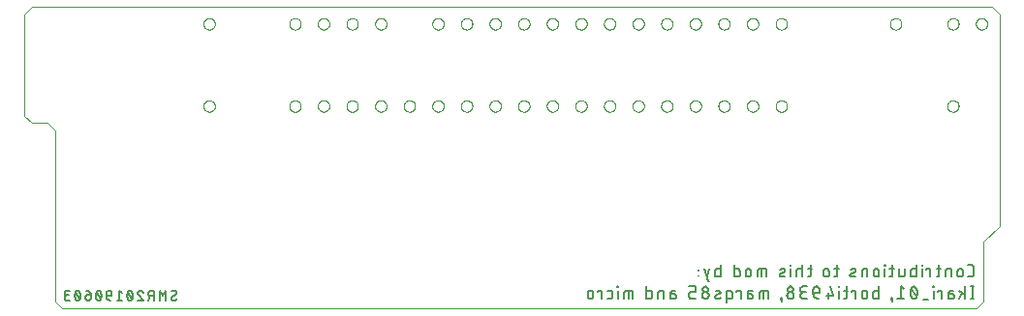
<source format=gbo>
G75*
%MOIN*%
%OFA0B0*%
%FSLAX25Y25*%
%IPPOS*%
%LPD*%
%AMOC8*
5,1,8,0,0,1.08239X$1,22.5*
%
%ADD10C,0.00000*%
%ADD11C,0.00600*%
%ADD12C,0.00800*%
D10*
X0013050Y0005500D02*
X0015550Y0003000D01*
X0330050Y0003000D01*
X0332550Y0005500D01*
X0332550Y0026000D01*
X0338050Y0031500D01*
X0338050Y0104500D01*
X0335550Y0107000D01*
X0005050Y0107000D01*
X0002550Y0104500D01*
X0002550Y0069500D01*
X0005050Y0067000D01*
X0010550Y0067000D01*
X0013050Y0064500D01*
X0013050Y0005500D01*
X0064156Y0072827D02*
X0064158Y0072915D01*
X0064164Y0073003D01*
X0064174Y0073091D01*
X0064188Y0073179D01*
X0064205Y0073265D01*
X0064227Y0073351D01*
X0064252Y0073435D01*
X0064282Y0073519D01*
X0064314Y0073601D01*
X0064351Y0073681D01*
X0064391Y0073760D01*
X0064435Y0073837D01*
X0064482Y0073912D01*
X0064532Y0073984D01*
X0064586Y0074055D01*
X0064642Y0074122D01*
X0064702Y0074188D01*
X0064764Y0074250D01*
X0064830Y0074310D01*
X0064897Y0074366D01*
X0064968Y0074420D01*
X0065040Y0074470D01*
X0065115Y0074517D01*
X0065192Y0074561D01*
X0065271Y0074601D01*
X0065351Y0074638D01*
X0065433Y0074670D01*
X0065517Y0074700D01*
X0065601Y0074725D01*
X0065687Y0074747D01*
X0065773Y0074764D01*
X0065861Y0074778D01*
X0065949Y0074788D01*
X0066037Y0074794D01*
X0066125Y0074796D01*
X0066213Y0074794D01*
X0066301Y0074788D01*
X0066389Y0074778D01*
X0066477Y0074764D01*
X0066563Y0074747D01*
X0066649Y0074725D01*
X0066733Y0074700D01*
X0066817Y0074670D01*
X0066899Y0074638D01*
X0066979Y0074601D01*
X0067058Y0074561D01*
X0067135Y0074517D01*
X0067210Y0074470D01*
X0067282Y0074420D01*
X0067353Y0074366D01*
X0067420Y0074310D01*
X0067486Y0074250D01*
X0067548Y0074188D01*
X0067608Y0074122D01*
X0067664Y0074055D01*
X0067718Y0073984D01*
X0067768Y0073912D01*
X0067815Y0073837D01*
X0067859Y0073760D01*
X0067899Y0073681D01*
X0067936Y0073601D01*
X0067968Y0073519D01*
X0067998Y0073435D01*
X0068023Y0073351D01*
X0068045Y0073265D01*
X0068062Y0073179D01*
X0068076Y0073091D01*
X0068086Y0073003D01*
X0068092Y0072915D01*
X0068094Y0072827D01*
X0068092Y0072739D01*
X0068086Y0072651D01*
X0068076Y0072563D01*
X0068062Y0072475D01*
X0068045Y0072389D01*
X0068023Y0072303D01*
X0067998Y0072219D01*
X0067968Y0072135D01*
X0067936Y0072053D01*
X0067899Y0071973D01*
X0067859Y0071894D01*
X0067815Y0071817D01*
X0067768Y0071742D01*
X0067718Y0071670D01*
X0067664Y0071599D01*
X0067608Y0071532D01*
X0067548Y0071466D01*
X0067486Y0071404D01*
X0067420Y0071344D01*
X0067353Y0071288D01*
X0067282Y0071234D01*
X0067210Y0071184D01*
X0067135Y0071137D01*
X0067058Y0071093D01*
X0066979Y0071053D01*
X0066899Y0071016D01*
X0066817Y0070984D01*
X0066733Y0070954D01*
X0066649Y0070929D01*
X0066563Y0070907D01*
X0066477Y0070890D01*
X0066389Y0070876D01*
X0066301Y0070866D01*
X0066213Y0070860D01*
X0066125Y0070858D01*
X0066037Y0070860D01*
X0065949Y0070866D01*
X0065861Y0070876D01*
X0065773Y0070890D01*
X0065687Y0070907D01*
X0065601Y0070929D01*
X0065517Y0070954D01*
X0065433Y0070984D01*
X0065351Y0071016D01*
X0065271Y0071053D01*
X0065192Y0071093D01*
X0065115Y0071137D01*
X0065040Y0071184D01*
X0064968Y0071234D01*
X0064897Y0071288D01*
X0064830Y0071344D01*
X0064764Y0071404D01*
X0064702Y0071466D01*
X0064642Y0071532D01*
X0064586Y0071599D01*
X0064532Y0071670D01*
X0064482Y0071742D01*
X0064435Y0071817D01*
X0064391Y0071894D01*
X0064351Y0071973D01*
X0064314Y0072053D01*
X0064282Y0072135D01*
X0064252Y0072219D01*
X0064227Y0072303D01*
X0064205Y0072389D01*
X0064188Y0072475D01*
X0064174Y0072563D01*
X0064164Y0072651D01*
X0064158Y0072739D01*
X0064156Y0072827D01*
X0093683Y0072827D02*
X0093685Y0072915D01*
X0093691Y0073003D01*
X0093701Y0073091D01*
X0093715Y0073179D01*
X0093732Y0073265D01*
X0093754Y0073351D01*
X0093779Y0073435D01*
X0093809Y0073519D01*
X0093841Y0073601D01*
X0093878Y0073681D01*
X0093918Y0073760D01*
X0093962Y0073837D01*
X0094009Y0073912D01*
X0094059Y0073984D01*
X0094113Y0074055D01*
X0094169Y0074122D01*
X0094229Y0074188D01*
X0094291Y0074250D01*
X0094357Y0074310D01*
X0094424Y0074366D01*
X0094495Y0074420D01*
X0094567Y0074470D01*
X0094642Y0074517D01*
X0094719Y0074561D01*
X0094798Y0074601D01*
X0094878Y0074638D01*
X0094960Y0074670D01*
X0095044Y0074700D01*
X0095128Y0074725D01*
X0095214Y0074747D01*
X0095300Y0074764D01*
X0095388Y0074778D01*
X0095476Y0074788D01*
X0095564Y0074794D01*
X0095652Y0074796D01*
X0095740Y0074794D01*
X0095828Y0074788D01*
X0095916Y0074778D01*
X0096004Y0074764D01*
X0096090Y0074747D01*
X0096176Y0074725D01*
X0096260Y0074700D01*
X0096344Y0074670D01*
X0096426Y0074638D01*
X0096506Y0074601D01*
X0096585Y0074561D01*
X0096662Y0074517D01*
X0096737Y0074470D01*
X0096809Y0074420D01*
X0096880Y0074366D01*
X0096947Y0074310D01*
X0097013Y0074250D01*
X0097075Y0074188D01*
X0097135Y0074122D01*
X0097191Y0074055D01*
X0097245Y0073984D01*
X0097295Y0073912D01*
X0097342Y0073837D01*
X0097386Y0073760D01*
X0097426Y0073681D01*
X0097463Y0073601D01*
X0097495Y0073519D01*
X0097525Y0073435D01*
X0097550Y0073351D01*
X0097572Y0073265D01*
X0097589Y0073179D01*
X0097603Y0073091D01*
X0097613Y0073003D01*
X0097619Y0072915D01*
X0097621Y0072827D01*
X0097619Y0072739D01*
X0097613Y0072651D01*
X0097603Y0072563D01*
X0097589Y0072475D01*
X0097572Y0072389D01*
X0097550Y0072303D01*
X0097525Y0072219D01*
X0097495Y0072135D01*
X0097463Y0072053D01*
X0097426Y0071973D01*
X0097386Y0071894D01*
X0097342Y0071817D01*
X0097295Y0071742D01*
X0097245Y0071670D01*
X0097191Y0071599D01*
X0097135Y0071532D01*
X0097075Y0071466D01*
X0097013Y0071404D01*
X0096947Y0071344D01*
X0096880Y0071288D01*
X0096809Y0071234D01*
X0096737Y0071184D01*
X0096662Y0071137D01*
X0096585Y0071093D01*
X0096506Y0071053D01*
X0096426Y0071016D01*
X0096344Y0070984D01*
X0096260Y0070954D01*
X0096176Y0070929D01*
X0096090Y0070907D01*
X0096004Y0070890D01*
X0095916Y0070876D01*
X0095828Y0070866D01*
X0095740Y0070860D01*
X0095652Y0070858D01*
X0095564Y0070860D01*
X0095476Y0070866D01*
X0095388Y0070876D01*
X0095300Y0070890D01*
X0095214Y0070907D01*
X0095128Y0070929D01*
X0095044Y0070954D01*
X0094960Y0070984D01*
X0094878Y0071016D01*
X0094798Y0071053D01*
X0094719Y0071093D01*
X0094642Y0071137D01*
X0094567Y0071184D01*
X0094495Y0071234D01*
X0094424Y0071288D01*
X0094357Y0071344D01*
X0094291Y0071404D01*
X0094229Y0071466D01*
X0094169Y0071532D01*
X0094113Y0071599D01*
X0094059Y0071670D01*
X0094009Y0071742D01*
X0093962Y0071817D01*
X0093918Y0071894D01*
X0093878Y0071973D01*
X0093841Y0072053D01*
X0093809Y0072135D01*
X0093779Y0072219D01*
X0093754Y0072303D01*
X0093732Y0072389D01*
X0093715Y0072475D01*
X0093701Y0072563D01*
X0093691Y0072651D01*
X0093685Y0072739D01*
X0093683Y0072827D01*
X0103526Y0072827D02*
X0103528Y0072915D01*
X0103534Y0073003D01*
X0103544Y0073091D01*
X0103558Y0073179D01*
X0103575Y0073265D01*
X0103597Y0073351D01*
X0103622Y0073435D01*
X0103652Y0073519D01*
X0103684Y0073601D01*
X0103721Y0073681D01*
X0103761Y0073760D01*
X0103805Y0073837D01*
X0103852Y0073912D01*
X0103902Y0073984D01*
X0103956Y0074055D01*
X0104012Y0074122D01*
X0104072Y0074188D01*
X0104134Y0074250D01*
X0104200Y0074310D01*
X0104267Y0074366D01*
X0104338Y0074420D01*
X0104410Y0074470D01*
X0104485Y0074517D01*
X0104562Y0074561D01*
X0104641Y0074601D01*
X0104721Y0074638D01*
X0104803Y0074670D01*
X0104887Y0074700D01*
X0104971Y0074725D01*
X0105057Y0074747D01*
X0105143Y0074764D01*
X0105231Y0074778D01*
X0105319Y0074788D01*
X0105407Y0074794D01*
X0105495Y0074796D01*
X0105583Y0074794D01*
X0105671Y0074788D01*
X0105759Y0074778D01*
X0105847Y0074764D01*
X0105933Y0074747D01*
X0106019Y0074725D01*
X0106103Y0074700D01*
X0106187Y0074670D01*
X0106269Y0074638D01*
X0106349Y0074601D01*
X0106428Y0074561D01*
X0106505Y0074517D01*
X0106580Y0074470D01*
X0106652Y0074420D01*
X0106723Y0074366D01*
X0106790Y0074310D01*
X0106856Y0074250D01*
X0106918Y0074188D01*
X0106978Y0074122D01*
X0107034Y0074055D01*
X0107088Y0073984D01*
X0107138Y0073912D01*
X0107185Y0073837D01*
X0107229Y0073760D01*
X0107269Y0073681D01*
X0107306Y0073601D01*
X0107338Y0073519D01*
X0107368Y0073435D01*
X0107393Y0073351D01*
X0107415Y0073265D01*
X0107432Y0073179D01*
X0107446Y0073091D01*
X0107456Y0073003D01*
X0107462Y0072915D01*
X0107464Y0072827D01*
X0107462Y0072739D01*
X0107456Y0072651D01*
X0107446Y0072563D01*
X0107432Y0072475D01*
X0107415Y0072389D01*
X0107393Y0072303D01*
X0107368Y0072219D01*
X0107338Y0072135D01*
X0107306Y0072053D01*
X0107269Y0071973D01*
X0107229Y0071894D01*
X0107185Y0071817D01*
X0107138Y0071742D01*
X0107088Y0071670D01*
X0107034Y0071599D01*
X0106978Y0071532D01*
X0106918Y0071466D01*
X0106856Y0071404D01*
X0106790Y0071344D01*
X0106723Y0071288D01*
X0106652Y0071234D01*
X0106580Y0071184D01*
X0106505Y0071137D01*
X0106428Y0071093D01*
X0106349Y0071053D01*
X0106269Y0071016D01*
X0106187Y0070984D01*
X0106103Y0070954D01*
X0106019Y0070929D01*
X0105933Y0070907D01*
X0105847Y0070890D01*
X0105759Y0070876D01*
X0105671Y0070866D01*
X0105583Y0070860D01*
X0105495Y0070858D01*
X0105407Y0070860D01*
X0105319Y0070866D01*
X0105231Y0070876D01*
X0105143Y0070890D01*
X0105057Y0070907D01*
X0104971Y0070929D01*
X0104887Y0070954D01*
X0104803Y0070984D01*
X0104721Y0071016D01*
X0104641Y0071053D01*
X0104562Y0071093D01*
X0104485Y0071137D01*
X0104410Y0071184D01*
X0104338Y0071234D01*
X0104267Y0071288D01*
X0104200Y0071344D01*
X0104134Y0071404D01*
X0104072Y0071466D01*
X0104012Y0071532D01*
X0103956Y0071599D01*
X0103902Y0071670D01*
X0103852Y0071742D01*
X0103805Y0071817D01*
X0103761Y0071894D01*
X0103721Y0071973D01*
X0103684Y0072053D01*
X0103652Y0072135D01*
X0103622Y0072219D01*
X0103597Y0072303D01*
X0103575Y0072389D01*
X0103558Y0072475D01*
X0103544Y0072563D01*
X0103534Y0072651D01*
X0103528Y0072739D01*
X0103526Y0072827D01*
X0113368Y0072827D02*
X0113370Y0072915D01*
X0113376Y0073003D01*
X0113386Y0073091D01*
X0113400Y0073179D01*
X0113417Y0073265D01*
X0113439Y0073351D01*
X0113464Y0073435D01*
X0113494Y0073519D01*
X0113526Y0073601D01*
X0113563Y0073681D01*
X0113603Y0073760D01*
X0113647Y0073837D01*
X0113694Y0073912D01*
X0113744Y0073984D01*
X0113798Y0074055D01*
X0113854Y0074122D01*
X0113914Y0074188D01*
X0113976Y0074250D01*
X0114042Y0074310D01*
X0114109Y0074366D01*
X0114180Y0074420D01*
X0114252Y0074470D01*
X0114327Y0074517D01*
X0114404Y0074561D01*
X0114483Y0074601D01*
X0114563Y0074638D01*
X0114645Y0074670D01*
X0114729Y0074700D01*
X0114813Y0074725D01*
X0114899Y0074747D01*
X0114985Y0074764D01*
X0115073Y0074778D01*
X0115161Y0074788D01*
X0115249Y0074794D01*
X0115337Y0074796D01*
X0115425Y0074794D01*
X0115513Y0074788D01*
X0115601Y0074778D01*
X0115689Y0074764D01*
X0115775Y0074747D01*
X0115861Y0074725D01*
X0115945Y0074700D01*
X0116029Y0074670D01*
X0116111Y0074638D01*
X0116191Y0074601D01*
X0116270Y0074561D01*
X0116347Y0074517D01*
X0116422Y0074470D01*
X0116494Y0074420D01*
X0116565Y0074366D01*
X0116632Y0074310D01*
X0116698Y0074250D01*
X0116760Y0074188D01*
X0116820Y0074122D01*
X0116876Y0074055D01*
X0116930Y0073984D01*
X0116980Y0073912D01*
X0117027Y0073837D01*
X0117071Y0073760D01*
X0117111Y0073681D01*
X0117148Y0073601D01*
X0117180Y0073519D01*
X0117210Y0073435D01*
X0117235Y0073351D01*
X0117257Y0073265D01*
X0117274Y0073179D01*
X0117288Y0073091D01*
X0117298Y0073003D01*
X0117304Y0072915D01*
X0117306Y0072827D01*
X0117304Y0072739D01*
X0117298Y0072651D01*
X0117288Y0072563D01*
X0117274Y0072475D01*
X0117257Y0072389D01*
X0117235Y0072303D01*
X0117210Y0072219D01*
X0117180Y0072135D01*
X0117148Y0072053D01*
X0117111Y0071973D01*
X0117071Y0071894D01*
X0117027Y0071817D01*
X0116980Y0071742D01*
X0116930Y0071670D01*
X0116876Y0071599D01*
X0116820Y0071532D01*
X0116760Y0071466D01*
X0116698Y0071404D01*
X0116632Y0071344D01*
X0116565Y0071288D01*
X0116494Y0071234D01*
X0116422Y0071184D01*
X0116347Y0071137D01*
X0116270Y0071093D01*
X0116191Y0071053D01*
X0116111Y0071016D01*
X0116029Y0070984D01*
X0115945Y0070954D01*
X0115861Y0070929D01*
X0115775Y0070907D01*
X0115689Y0070890D01*
X0115601Y0070876D01*
X0115513Y0070866D01*
X0115425Y0070860D01*
X0115337Y0070858D01*
X0115249Y0070860D01*
X0115161Y0070866D01*
X0115073Y0070876D01*
X0114985Y0070890D01*
X0114899Y0070907D01*
X0114813Y0070929D01*
X0114729Y0070954D01*
X0114645Y0070984D01*
X0114563Y0071016D01*
X0114483Y0071053D01*
X0114404Y0071093D01*
X0114327Y0071137D01*
X0114252Y0071184D01*
X0114180Y0071234D01*
X0114109Y0071288D01*
X0114042Y0071344D01*
X0113976Y0071404D01*
X0113914Y0071466D01*
X0113854Y0071532D01*
X0113798Y0071599D01*
X0113744Y0071670D01*
X0113694Y0071742D01*
X0113647Y0071817D01*
X0113603Y0071894D01*
X0113563Y0071973D01*
X0113526Y0072053D01*
X0113494Y0072135D01*
X0113464Y0072219D01*
X0113439Y0072303D01*
X0113417Y0072389D01*
X0113400Y0072475D01*
X0113386Y0072563D01*
X0113376Y0072651D01*
X0113370Y0072739D01*
X0113368Y0072827D01*
X0123211Y0072827D02*
X0123213Y0072915D01*
X0123219Y0073003D01*
X0123229Y0073091D01*
X0123243Y0073179D01*
X0123260Y0073265D01*
X0123282Y0073351D01*
X0123307Y0073435D01*
X0123337Y0073519D01*
X0123369Y0073601D01*
X0123406Y0073681D01*
X0123446Y0073760D01*
X0123490Y0073837D01*
X0123537Y0073912D01*
X0123587Y0073984D01*
X0123641Y0074055D01*
X0123697Y0074122D01*
X0123757Y0074188D01*
X0123819Y0074250D01*
X0123885Y0074310D01*
X0123952Y0074366D01*
X0124023Y0074420D01*
X0124095Y0074470D01*
X0124170Y0074517D01*
X0124247Y0074561D01*
X0124326Y0074601D01*
X0124406Y0074638D01*
X0124488Y0074670D01*
X0124572Y0074700D01*
X0124656Y0074725D01*
X0124742Y0074747D01*
X0124828Y0074764D01*
X0124916Y0074778D01*
X0125004Y0074788D01*
X0125092Y0074794D01*
X0125180Y0074796D01*
X0125268Y0074794D01*
X0125356Y0074788D01*
X0125444Y0074778D01*
X0125532Y0074764D01*
X0125618Y0074747D01*
X0125704Y0074725D01*
X0125788Y0074700D01*
X0125872Y0074670D01*
X0125954Y0074638D01*
X0126034Y0074601D01*
X0126113Y0074561D01*
X0126190Y0074517D01*
X0126265Y0074470D01*
X0126337Y0074420D01*
X0126408Y0074366D01*
X0126475Y0074310D01*
X0126541Y0074250D01*
X0126603Y0074188D01*
X0126663Y0074122D01*
X0126719Y0074055D01*
X0126773Y0073984D01*
X0126823Y0073912D01*
X0126870Y0073837D01*
X0126914Y0073760D01*
X0126954Y0073681D01*
X0126991Y0073601D01*
X0127023Y0073519D01*
X0127053Y0073435D01*
X0127078Y0073351D01*
X0127100Y0073265D01*
X0127117Y0073179D01*
X0127131Y0073091D01*
X0127141Y0073003D01*
X0127147Y0072915D01*
X0127149Y0072827D01*
X0127147Y0072739D01*
X0127141Y0072651D01*
X0127131Y0072563D01*
X0127117Y0072475D01*
X0127100Y0072389D01*
X0127078Y0072303D01*
X0127053Y0072219D01*
X0127023Y0072135D01*
X0126991Y0072053D01*
X0126954Y0071973D01*
X0126914Y0071894D01*
X0126870Y0071817D01*
X0126823Y0071742D01*
X0126773Y0071670D01*
X0126719Y0071599D01*
X0126663Y0071532D01*
X0126603Y0071466D01*
X0126541Y0071404D01*
X0126475Y0071344D01*
X0126408Y0071288D01*
X0126337Y0071234D01*
X0126265Y0071184D01*
X0126190Y0071137D01*
X0126113Y0071093D01*
X0126034Y0071053D01*
X0125954Y0071016D01*
X0125872Y0070984D01*
X0125788Y0070954D01*
X0125704Y0070929D01*
X0125618Y0070907D01*
X0125532Y0070890D01*
X0125444Y0070876D01*
X0125356Y0070866D01*
X0125268Y0070860D01*
X0125180Y0070858D01*
X0125092Y0070860D01*
X0125004Y0070866D01*
X0124916Y0070876D01*
X0124828Y0070890D01*
X0124742Y0070907D01*
X0124656Y0070929D01*
X0124572Y0070954D01*
X0124488Y0070984D01*
X0124406Y0071016D01*
X0124326Y0071053D01*
X0124247Y0071093D01*
X0124170Y0071137D01*
X0124095Y0071184D01*
X0124023Y0071234D01*
X0123952Y0071288D01*
X0123885Y0071344D01*
X0123819Y0071404D01*
X0123757Y0071466D01*
X0123697Y0071532D01*
X0123641Y0071599D01*
X0123587Y0071670D01*
X0123537Y0071742D01*
X0123490Y0071817D01*
X0123446Y0071894D01*
X0123406Y0071973D01*
X0123369Y0072053D01*
X0123337Y0072135D01*
X0123307Y0072219D01*
X0123282Y0072303D01*
X0123260Y0072389D01*
X0123243Y0072475D01*
X0123229Y0072563D01*
X0123219Y0072651D01*
X0123213Y0072739D01*
X0123211Y0072827D01*
X0133053Y0072827D02*
X0133055Y0072915D01*
X0133061Y0073003D01*
X0133071Y0073091D01*
X0133085Y0073179D01*
X0133102Y0073265D01*
X0133124Y0073351D01*
X0133149Y0073435D01*
X0133179Y0073519D01*
X0133211Y0073601D01*
X0133248Y0073681D01*
X0133288Y0073760D01*
X0133332Y0073837D01*
X0133379Y0073912D01*
X0133429Y0073984D01*
X0133483Y0074055D01*
X0133539Y0074122D01*
X0133599Y0074188D01*
X0133661Y0074250D01*
X0133727Y0074310D01*
X0133794Y0074366D01*
X0133865Y0074420D01*
X0133937Y0074470D01*
X0134012Y0074517D01*
X0134089Y0074561D01*
X0134168Y0074601D01*
X0134248Y0074638D01*
X0134330Y0074670D01*
X0134414Y0074700D01*
X0134498Y0074725D01*
X0134584Y0074747D01*
X0134670Y0074764D01*
X0134758Y0074778D01*
X0134846Y0074788D01*
X0134934Y0074794D01*
X0135022Y0074796D01*
X0135110Y0074794D01*
X0135198Y0074788D01*
X0135286Y0074778D01*
X0135374Y0074764D01*
X0135460Y0074747D01*
X0135546Y0074725D01*
X0135630Y0074700D01*
X0135714Y0074670D01*
X0135796Y0074638D01*
X0135876Y0074601D01*
X0135955Y0074561D01*
X0136032Y0074517D01*
X0136107Y0074470D01*
X0136179Y0074420D01*
X0136250Y0074366D01*
X0136317Y0074310D01*
X0136383Y0074250D01*
X0136445Y0074188D01*
X0136505Y0074122D01*
X0136561Y0074055D01*
X0136615Y0073984D01*
X0136665Y0073912D01*
X0136712Y0073837D01*
X0136756Y0073760D01*
X0136796Y0073681D01*
X0136833Y0073601D01*
X0136865Y0073519D01*
X0136895Y0073435D01*
X0136920Y0073351D01*
X0136942Y0073265D01*
X0136959Y0073179D01*
X0136973Y0073091D01*
X0136983Y0073003D01*
X0136989Y0072915D01*
X0136991Y0072827D01*
X0136989Y0072739D01*
X0136983Y0072651D01*
X0136973Y0072563D01*
X0136959Y0072475D01*
X0136942Y0072389D01*
X0136920Y0072303D01*
X0136895Y0072219D01*
X0136865Y0072135D01*
X0136833Y0072053D01*
X0136796Y0071973D01*
X0136756Y0071894D01*
X0136712Y0071817D01*
X0136665Y0071742D01*
X0136615Y0071670D01*
X0136561Y0071599D01*
X0136505Y0071532D01*
X0136445Y0071466D01*
X0136383Y0071404D01*
X0136317Y0071344D01*
X0136250Y0071288D01*
X0136179Y0071234D01*
X0136107Y0071184D01*
X0136032Y0071137D01*
X0135955Y0071093D01*
X0135876Y0071053D01*
X0135796Y0071016D01*
X0135714Y0070984D01*
X0135630Y0070954D01*
X0135546Y0070929D01*
X0135460Y0070907D01*
X0135374Y0070890D01*
X0135286Y0070876D01*
X0135198Y0070866D01*
X0135110Y0070860D01*
X0135022Y0070858D01*
X0134934Y0070860D01*
X0134846Y0070866D01*
X0134758Y0070876D01*
X0134670Y0070890D01*
X0134584Y0070907D01*
X0134498Y0070929D01*
X0134414Y0070954D01*
X0134330Y0070984D01*
X0134248Y0071016D01*
X0134168Y0071053D01*
X0134089Y0071093D01*
X0134012Y0071137D01*
X0133937Y0071184D01*
X0133865Y0071234D01*
X0133794Y0071288D01*
X0133727Y0071344D01*
X0133661Y0071404D01*
X0133599Y0071466D01*
X0133539Y0071532D01*
X0133483Y0071599D01*
X0133429Y0071670D01*
X0133379Y0071742D01*
X0133332Y0071817D01*
X0133288Y0071894D01*
X0133248Y0071973D01*
X0133211Y0072053D01*
X0133179Y0072135D01*
X0133149Y0072219D01*
X0133124Y0072303D01*
X0133102Y0072389D01*
X0133085Y0072475D01*
X0133071Y0072563D01*
X0133061Y0072651D01*
X0133055Y0072739D01*
X0133053Y0072827D01*
X0142896Y0072827D02*
X0142898Y0072915D01*
X0142904Y0073003D01*
X0142914Y0073091D01*
X0142928Y0073179D01*
X0142945Y0073265D01*
X0142967Y0073351D01*
X0142992Y0073435D01*
X0143022Y0073519D01*
X0143054Y0073601D01*
X0143091Y0073681D01*
X0143131Y0073760D01*
X0143175Y0073837D01*
X0143222Y0073912D01*
X0143272Y0073984D01*
X0143326Y0074055D01*
X0143382Y0074122D01*
X0143442Y0074188D01*
X0143504Y0074250D01*
X0143570Y0074310D01*
X0143637Y0074366D01*
X0143708Y0074420D01*
X0143780Y0074470D01*
X0143855Y0074517D01*
X0143932Y0074561D01*
X0144011Y0074601D01*
X0144091Y0074638D01*
X0144173Y0074670D01*
X0144257Y0074700D01*
X0144341Y0074725D01*
X0144427Y0074747D01*
X0144513Y0074764D01*
X0144601Y0074778D01*
X0144689Y0074788D01*
X0144777Y0074794D01*
X0144865Y0074796D01*
X0144953Y0074794D01*
X0145041Y0074788D01*
X0145129Y0074778D01*
X0145217Y0074764D01*
X0145303Y0074747D01*
X0145389Y0074725D01*
X0145473Y0074700D01*
X0145557Y0074670D01*
X0145639Y0074638D01*
X0145719Y0074601D01*
X0145798Y0074561D01*
X0145875Y0074517D01*
X0145950Y0074470D01*
X0146022Y0074420D01*
X0146093Y0074366D01*
X0146160Y0074310D01*
X0146226Y0074250D01*
X0146288Y0074188D01*
X0146348Y0074122D01*
X0146404Y0074055D01*
X0146458Y0073984D01*
X0146508Y0073912D01*
X0146555Y0073837D01*
X0146599Y0073760D01*
X0146639Y0073681D01*
X0146676Y0073601D01*
X0146708Y0073519D01*
X0146738Y0073435D01*
X0146763Y0073351D01*
X0146785Y0073265D01*
X0146802Y0073179D01*
X0146816Y0073091D01*
X0146826Y0073003D01*
X0146832Y0072915D01*
X0146834Y0072827D01*
X0146832Y0072739D01*
X0146826Y0072651D01*
X0146816Y0072563D01*
X0146802Y0072475D01*
X0146785Y0072389D01*
X0146763Y0072303D01*
X0146738Y0072219D01*
X0146708Y0072135D01*
X0146676Y0072053D01*
X0146639Y0071973D01*
X0146599Y0071894D01*
X0146555Y0071817D01*
X0146508Y0071742D01*
X0146458Y0071670D01*
X0146404Y0071599D01*
X0146348Y0071532D01*
X0146288Y0071466D01*
X0146226Y0071404D01*
X0146160Y0071344D01*
X0146093Y0071288D01*
X0146022Y0071234D01*
X0145950Y0071184D01*
X0145875Y0071137D01*
X0145798Y0071093D01*
X0145719Y0071053D01*
X0145639Y0071016D01*
X0145557Y0070984D01*
X0145473Y0070954D01*
X0145389Y0070929D01*
X0145303Y0070907D01*
X0145217Y0070890D01*
X0145129Y0070876D01*
X0145041Y0070866D01*
X0144953Y0070860D01*
X0144865Y0070858D01*
X0144777Y0070860D01*
X0144689Y0070866D01*
X0144601Y0070876D01*
X0144513Y0070890D01*
X0144427Y0070907D01*
X0144341Y0070929D01*
X0144257Y0070954D01*
X0144173Y0070984D01*
X0144091Y0071016D01*
X0144011Y0071053D01*
X0143932Y0071093D01*
X0143855Y0071137D01*
X0143780Y0071184D01*
X0143708Y0071234D01*
X0143637Y0071288D01*
X0143570Y0071344D01*
X0143504Y0071404D01*
X0143442Y0071466D01*
X0143382Y0071532D01*
X0143326Y0071599D01*
X0143272Y0071670D01*
X0143222Y0071742D01*
X0143175Y0071817D01*
X0143131Y0071894D01*
X0143091Y0071973D01*
X0143054Y0072053D01*
X0143022Y0072135D01*
X0142992Y0072219D01*
X0142967Y0072303D01*
X0142945Y0072389D01*
X0142928Y0072475D01*
X0142914Y0072563D01*
X0142904Y0072651D01*
X0142898Y0072739D01*
X0142896Y0072827D01*
X0152738Y0072827D02*
X0152740Y0072915D01*
X0152746Y0073003D01*
X0152756Y0073091D01*
X0152770Y0073179D01*
X0152787Y0073265D01*
X0152809Y0073351D01*
X0152834Y0073435D01*
X0152864Y0073519D01*
X0152896Y0073601D01*
X0152933Y0073681D01*
X0152973Y0073760D01*
X0153017Y0073837D01*
X0153064Y0073912D01*
X0153114Y0073984D01*
X0153168Y0074055D01*
X0153224Y0074122D01*
X0153284Y0074188D01*
X0153346Y0074250D01*
X0153412Y0074310D01*
X0153479Y0074366D01*
X0153550Y0074420D01*
X0153622Y0074470D01*
X0153697Y0074517D01*
X0153774Y0074561D01*
X0153853Y0074601D01*
X0153933Y0074638D01*
X0154015Y0074670D01*
X0154099Y0074700D01*
X0154183Y0074725D01*
X0154269Y0074747D01*
X0154355Y0074764D01*
X0154443Y0074778D01*
X0154531Y0074788D01*
X0154619Y0074794D01*
X0154707Y0074796D01*
X0154795Y0074794D01*
X0154883Y0074788D01*
X0154971Y0074778D01*
X0155059Y0074764D01*
X0155145Y0074747D01*
X0155231Y0074725D01*
X0155315Y0074700D01*
X0155399Y0074670D01*
X0155481Y0074638D01*
X0155561Y0074601D01*
X0155640Y0074561D01*
X0155717Y0074517D01*
X0155792Y0074470D01*
X0155864Y0074420D01*
X0155935Y0074366D01*
X0156002Y0074310D01*
X0156068Y0074250D01*
X0156130Y0074188D01*
X0156190Y0074122D01*
X0156246Y0074055D01*
X0156300Y0073984D01*
X0156350Y0073912D01*
X0156397Y0073837D01*
X0156441Y0073760D01*
X0156481Y0073681D01*
X0156518Y0073601D01*
X0156550Y0073519D01*
X0156580Y0073435D01*
X0156605Y0073351D01*
X0156627Y0073265D01*
X0156644Y0073179D01*
X0156658Y0073091D01*
X0156668Y0073003D01*
X0156674Y0072915D01*
X0156676Y0072827D01*
X0156674Y0072739D01*
X0156668Y0072651D01*
X0156658Y0072563D01*
X0156644Y0072475D01*
X0156627Y0072389D01*
X0156605Y0072303D01*
X0156580Y0072219D01*
X0156550Y0072135D01*
X0156518Y0072053D01*
X0156481Y0071973D01*
X0156441Y0071894D01*
X0156397Y0071817D01*
X0156350Y0071742D01*
X0156300Y0071670D01*
X0156246Y0071599D01*
X0156190Y0071532D01*
X0156130Y0071466D01*
X0156068Y0071404D01*
X0156002Y0071344D01*
X0155935Y0071288D01*
X0155864Y0071234D01*
X0155792Y0071184D01*
X0155717Y0071137D01*
X0155640Y0071093D01*
X0155561Y0071053D01*
X0155481Y0071016D01*
X0155399Y0070984D01*
X0155315Y0070954D01*
X0155231Y0070929D01*
X0155145Y0070907D01*
X0155059Y0070890D01*
X0154971Y0070876D01*
X0154883Y0070866D01*
X0154795Y0070860D01*
X0154707Y0070858D01*
X0154619Y0070860D01*
X0154531Y0070866D01*
X0154443Y0070876D01*
X0154355Y0070890D01*
X0154269Y0070907D01*
X0154183Y0070929D01*
X0154099Y0070954D01*
X0154015Y0070984D01*
X0153933Y0071016D01*
X0153853Y0071053D01*
X0153774Y0071093D01*
X0153697Y0071137D01*
X0153622Y0071184D01*
X0153550Y0071234D01*
X0153479Y0071288D01*
X0153412Y0071344D01*
X0153346Y0071404D01*
X0153284Y0071466D01*
X0153224Y0071532D01*
X0153168Y0071599D01*
X0153114Y0071670D01*
X0153064Y0071742D01*
X0153017Y0071817D01*
X0152973Y0071894D01*
X0152933Y0071973D01*
X0152896Y0072053D01*
X0152864Y0072135D01*
X0152834Y0072219D01*
X0152809Y0072303D01*
X0152787Y0072389D01*
X0152770Y0072475D01*
X0152756Y0072563D01*
X0152746Y0072651D01*
X0152740Y0072739D01*
X0152738Y0072827D01*
X0162581Y0072827D02*
X0162583Y0072915D01*
X0162589Y0073003D01*
X0162599Y0073091D01*
X0162613Y0073179D01*
X0162630Y0073265D01*
X0162652Y0073351D01*
X0162677Y0073435D01*
X0162707Y0073519D01*
X0162739Y0073601D01*
X0162776Y0073681D01*
X0162816Y0073760D01*
X0162860Y0073837D01*
X0162907Y0073912D01*
X0162957Y0073984D01*
X0163011Y0074055D01*
X0163067Y0074122D01*
X0163127Y0074188D01*
X0163189Y0074250D01*
X0163255Y0074310D01*
X0163322Y0074366D01*
X0163393Y0074420D01*
X0163465Y0074470D01*
X0163540Y0074517D01*
X0163617Y0074561D01*
X0163696Y0074601D01*
X0163776Y0074638D01*
X0163858Y0074670D01*
X0163942Y0074700D01*
X0164026Y0074725D01*
X0164112Y0074747D01*
X0164198Y0074764D01*
X0164286Y0074778D01*
X0164374Y0074788D01*
X0164462Y0074794D01*
X0164550Y0074796D01*
X0164638Y0074794D01*
X0164726Y0074788D01*
X0164814Y0074778D01*
X0164902Y0074764D01*
X0164988Y0074747D01*
X0165074Y0074725D01*
X0165158Y0074700D01*
X0165242Y0074670D01*
X0165324Y0074638D01*
X0165404Y0074601D01*
X0165483Y0074561D01*
X0165560Y0074517D01*
X0165635Y0074470D01*
X0165707Y0074420D01*
X0165778Y0074366D01*
X0165845Y0074310D01*
X0165911Y0074250D01*
X0165973Y0074188D01*
X0166033Y0074122D01*
X0166089Y0074055D01*
X0166143Y0073984D01*
X0166193Y0073912D01*
X0166240Y0073837D01*
X0166284Y0073760D01*
X0166324Y0073681D01*
X0166361Y0073601D01*
X0166393Y0073519D01*
X0166423Y0073435D01*
X0166448Y0073351D01*
X0166470Y0073265D01*
X0166487Y0073179D01*
X0166501Y0073091D01*
X0166511Y0073003D01*
X0166517Y0072915D01*
X0166519Y0072827D01*
X0166517Y0072739D01*
X0166511Y0072651D01*
X0166501Y0072563D01*
X0166487Y0072475D01*
X0166470Y0072389D01*
X0166448Y0072303D01*
X0166423Y0072219D01*
X0166393Y0072135D01*
X0166361Y0072053D01*
X0166324Y0071973D01*
X0166284Y0071894D01*
X0166240Y0071817D01*
X0166193Y0071742D01*
X0166143Y0071670D01*
X0166089Y0071599D01*
X0166033Y0071532D01*
X0165973Y0071466D01*
X0165911Y0071404D01*
X0165845Y0071344D01*
X0165778Y0071288D01*
X0165707Y0071234D01*
X0165635Y0071184D01*
X0165560Y0071137D01*
X0165483Y0071093D01*
X0165404Y0071053D01*
X0165324Y0071016D01*
X0165242Y0070984D01*
X0165158Y0070954D01*
X0165074Y0070929D01*
X0164988Y0070907D01*
X0164902Y0070890D01*
X0164814Y0070876D01*
X0164726Y0070866D01*
X0164638Y0070860D01*
X0164550Y0070858D01*
X0164462Y0070860D01*
X0164374Y0070866D01*
X0164286Y0070876D01*
X0164198Y0070890D01*
X0164112Y0070907D01*
X0164026Y0070929D01*
X0163942Y0070954D01*
X0163858Y0070984D01*
X0163776Y0071016D01*
X0163696Y0071053D01*
X0163617Y0071093D01*
X0163540Y0071137D01*
X0163465Y0071184D01*
X0163393Y0071234D01*
X0163322Y0071288D01*
X0163255Y0071344D01*
X0163189Y0071404D01*
X0163127Y0071466D01*
X0163067Y0071532D01*
X0163011Y0071599D01*
X0162957Y0071670D01*
X0162907Y0071742D01*
X0162860Y0071817D01*
X0162816Y0071894D01*
X0162776Y0071973D01*
X0162739Y0072053D01*
X0162707Y0072135D01*
X0162677Y0072219D01*
X0162652Y0072303D01*
X0162630Y0072389D01*
X0162613Y0072475D01*
X0162599Y0072563D01*
X0162589Y0072651D01*
X0162583Y0072739D01*
X0162581Y0072827D01*
X0172424Y0072827D02*
X0172426Y0072915D01*
X0172432Y0073003D01*
X0172442Y0073091D01*
X0172456Y0073179D01*
X0172473Y0073265D01*
X0172495Y0073351D01*
X0172520Y0073435D01*
X0172550Y0073519D01*
X0172582Y0073601D01*
X0172619Y0073681D01*
X0172659Y0073760D01*
X0172703Y0073837D01*
X0172750Y0073912D01*
X0172800Y0073984D01*
X0172854Y0074055D01*
X0172910Y0074122D01*
X0172970Y0074188D01*
X0173032Y0074250D01*
X0173098Y0074310D01*
X0173165Y0074366D01*
X0173236Y0074420D01*
X0173308Y0074470D01*
X0173383Y0074517D01*
X0173460Y0074561D01*
X0173539Y0074601D01*
X0173619Y0074638D01*
X0173701Y0074670D01*
X0173785Y0074700D01*
X0173869Y0074725D01*
X0173955Y0074747D01*
X0174041Y0074764D01*
X0174129Y0074778D01*
X0174217Y0074788D01*
X0174305Y0074794D01*
X0174393Y0074796D01*
X0174481Y0074794D01*
X0174569Y0074788D01*
X0174657Y0074778D01*
X0174745Y0074764D01*
X0174831Y0074747D01*
X0174917Y0074725D01*
X0175001Y0074700D01*
X0175085Y0074670D01*
X0175167Y0074638D01*
X0175247Y0074601D01*
X0175326Y0074561D01*
X0175403Y0074517D01*
X0175478Y0074470D01*
X0175550Y0074420D01*
X0175621Y0074366D01*
X0175688Y0074310D01*
X0175754Y0074250D01*
X0175816Y0074188D01*
X0175876Y0074122D01*
X0175932Y0074055D01*
X0175986Y0073984D01*
X0176036Y0073912D01*
X0176083Y0073837D01*
X0176127Y0073760D01*
X0176167Y0073681D01*
X0176204Y0073601D01*
X0176236Y0073519D01*
X0176266Y0073435D01*
X0176291Y0073351D01*
X0176313Y0073265D01*
X0176330Y0073179D01*
X0176344Y0073091D01*
X0176354Y0073003D01*
X0176360Y0072915D01*
X0176362Y0072827D01*
X0176360Y0072739D01*
X0176354Y0072651D01*
X0176344Y0072563D01*
X0176330Y0072475D01*
X0176313Y0072389D01*
X0176291Y0072303D01*
X0176266Y0072219D01*
X0176236Y0072135D01*
X0176204Y0072053D01*
X0176167Y0071973D01*
X0176127Y0071894D01*
X0176083Y0071817D01*
X0176036Y0071742D01*
X0175986Y0071670D01*
X0175932Y0071599D01*
X0175876Y0071532D01*
X0175816Y0071466D01*
X0175754Y0071404D01*
X0175688Y0071344D01*
X0175621Y0071288D01*
X0175550Y0071234D01*
X0175478Y0071184D01*
X0175403Y0071137D01*
X0175326Y0071093D01*
X0175247Y0071053D01*
X0175167Y0071016D01*
X0175085Y0070984D01*
X0175001Y0070954D01*
X0174917Y0070929D01*
X0174831Y0070907D01*
X0174745Y0070890D01*
X0174657Y0070876D01*
X0174569Y0070866D01*
X0174481Y0070860D01*
X0174393Y0070858D01*
X0174305Y0070860D01*
X0174217Y0070866D01*
X0174129Y0070876D01*
X0174041Y0070890D01*
X0173955Y0070907D01*
X0173869Y0070929D01*
X0173785Y0070954D01*
X0173701Y0070984D01*
X0173619Y0071016D01*
X0173539Y0071053D01*
X0173460Y0071093D01*
X0173383Y0071137D01*
X0173308Y0071184D01*
X0173236Y0071234D01*
X0173165Y0071288D01*
X0173098Y0071344D01*
X0173032Y0071404D01*
X0172970Y0071466D01*
X0172910Y0071532D01*
X0172854Y0071599D01*
X0172800Y0071670D01*
X0172750Y0071742D01*
X0172703Y0071817D01*
X0172659Y0071894D01*
X0172619Y0071973D01*
X0172582Y0072053D01*
X0172550Y0072135D01*
X0172520Y0072219D01*
X0172495Y0072303D01*
X0172473Y0072389D01*
X0172456Y0072475D01*
X0172442Y0072563D01*
X0172432Y0072651D01*
X0172426Y0072739D01*
X0172424Y0072827D01*
X0182266Y0072827D02*
X0182268Y0072915D01*
X0182274Y0073003D01*
X0182284Y0073091D01*
X0182298Y0073179D01*
X0182315Y0073265D01*
X0182337Y0073351D01*
X0182362Y0073435D01*
X0182392Y0073519D01*
X0182424Y0073601D01*
X0182461Y0073681D01*
X0182501Y0073760D01*
X0182545Y0073837D01*
X0182592Y0073912D01*
X0182642Y0073984D01*
X0182696Y0074055D01*
X0182752Y0074122D01*
X0182812Y0074188D01*
X0182874Y0074250D01*
X0182940Y0074310D01*
X0183007Y0074366D01*
X0183078Y0074420D01*
X0183150Y0074470D01*
X0183225Y0074517D01*
X0183302Y0074561D01*
X0183381Y0074601D01*
X0183461Y0074638D01*
X0183543Y0074670D01*
X0183627Y0074700D01*
X0183711Y0074725D01*
X0183797Y0074747D01*
X0183883Y0074764D01*
X0183971Y0074778D01*
X0184059Y0074788D01*
X0184147Y0074794D01*
X0184235Y0074796D01*
X0184323Y0074794D01*
X0184411Y0074788D01*
X0184499Y0074778D01*
X0184587Y0074764D01*
X0184673Y0074747D01*
X0184759Y0074725D01*
X0184843Y0074700D01*
X0184927Y0074670D01*
X0185009Y0074638D01*
X0185089Y0074601D01*
X0185168Y0074561D01*
X0185245Y0074517D01*
X0185320Y0074470D01*
X0185392Y0074420D01*
X0185463Y0074366D01*
X0185530Y0074310D01*
X0185596Y0074250D01*
X0185658Y0074188D01*
X0185718Y0074122D01*
X0185774Y0074055D01*
X0185828Y0073984D01*
X0185878Y0073912D01*
X0185925Y0073837D01*
X0185969Y0073760D01*
X0186009Y0073681D01*
X0186046Y0073601D01*
X0186078Y0073519D01*
X0186108Y0073435D01*
X0186133Y0073351D01*
X0186155Y0073265D01*
X0186172Y0073179D01*
X0186186Y0073091D01*
X0186196Y0073003D01*
X0186202Y0072915D01*
X0186204Y0072827D01*
X0186202Y0072739D01*
X0186196Y0072651D01*
X0186186Y0072563D01*
X0186172Y0072475D01*
X0186155Y0072389D01*
X0186133Y0072303D01*
X0186108Y0072219D01*
X0186078Y0072135D01*
X0186046Y0072053D01*
X0186009Y0071973D01*
X0185969Y0071894D01*
X0185925Y0071817D01*
X0185878Y0071742D01*
X0185828Y0071670D01*
X0185774Y0071599D01*
X0185718Y0071532D01*
X0185658Y0071466D01*
X0185596Y0071404D01*
X0185530Y0071344D01*
X0185463Y0071288D01*
X0185392Y0071234D01*
X0185320Y0071184D01*
X0185245Y0071137D01*
X0185168Y0071093D01*
X0185089Y0071053D01*
X0185009Y0071016D01*
X0184927Y0070984D01*
X0184843Y0070954D01*
X0184759Y0070929D01*
X0184673Y0070907D01*
X0184587Y0070890D01*
X0184499Y0070876D01*
X0184411Y0070866D01*
X0184323Y0070860D01*
X0184235Y0070858D01*
X0184147Y0070860D01*
X0184059Y0070866D01*
X0183971Y0070876D01*
X0183883Y0070890D01*
X0183797Y0070907D01*
X0183711Y0070929D01*
X0183627Y0070954D01*
X0183543Y0070984D01*
X0183461Y0071016D01*
X0183381Y0071053D01*
X0183302Y0071093D01*
X0183225Y0071137D01*
X0183150Y0071184D01*
X0183078Y0071234D01*
X0183007Y0071288D01*
X0182940Y0071344D01*
X0182874Y0071404D01*
X0182812Y0071466D01*
X0182752Y0071532D01*
X0182696Y0071599D01*
X0182642Y0071670D01*
X0182592Y0071742D01*
X0182545Y0071817D01*
X0182501Y0071894D01*
X0182461Y0071973D01*
X0182424Y0072053D01*
X0182392Y0072135D01*
X0182362Y0072219D01*
X0182337Y0072303D01*
X0182315Y0072389D01*
X0182298Y0072475D01*
X0182284Y0072563D01*
X0182274Y0072651D01*
X0182268Y0072739D01*
X0182266Y0072827D01*
X0192109Y0072827D02*
X0192111Y0072915D01*
X0192117Y0073003D01*
X0192127Y0073091D01*
X0192141Y0073179D01*
X0192158Y0073265D01*
X0192180Y0073351D01*
X0192205Y0073435D01*
X0192235Y0073519D01*
X0192267Y0073601D01*
X0192304Y0073681D01*
X0192344Y0073760D01*
X0192388Y0073837D01*
X0192435Y0073912D01*
X0192485Y0073984D01*
X0192539Y0074055D01*
X0192595Y0074122D01*
X0192655Y0074188D01*
X0192717Y0074250D01*
X0192783Y0074310D01*
X0192850Y0074366D01*
X0192921Y0074420D01*
X0192993Y0074470D01*
X0193068Y0074517D01*
X0193145Y0074561D01*
X0193224Y0074601D01*
X0193304Y0074638D01*
X0193386Y0074670D01*
X0193470Y0074700D01*
X0193554Y0074725D01*
X0193640Y0074747D01*
X0193726Y0074764D01*
X0193814Y0074778D01*
X0193902Y0074788D01*
X0193990Y0074794D01*
X0194078Y0074796D01*
X0194166Y0074794D01*
X0194254Y0074788D01*
X0194342Y0074778D01*
X0194430Y0074764D01*
X0194516Y0074747D01*
X0194602Y0074725D01*
X0194686Y0074700D01*
X0194770Y0074670D01*
X0194852Y0074638D01*
X0194932Y0074601D01*
X0195011Y0074561D01*
X0195088Y0074517D01*
X0195163Y0074470D01*
X0195235Y0074420D01*
X0195306Y0074366D01*
X0195373Y0074310D01*
X0195439Y0074250D01*
X0195501Y0074188D01*
X0195561Y0074122D01*
X0195617Y0074055D01*
X0195671Y0073984D01*
X0195721Y0073912D01*
X0195768Y0073837D01*
X0195812Y0073760D01*
X0195852Y0073681D01*
X0195889Y0073601D01*
X0195921Y0073519D01*
X0195951Y0073435D01*
X0195976Y0073351D01*
X0195998Y0073265D01*
X0196015Y0073179D01*
X0196029Y0073091D01*
X0196039Y0073003D01*
X0196045Y0072915D01*
X0196047Y0072827D01*
X0196045Y0072739D01*
X0196039Y0072651D01*
X0196029Y0072563D01*
X0196015Y0072475D01*
X0195998Y0072389D01*
X0195976Y0072303D01*
X0195951Y0072219D01*
X0195921Y0072135D01*
X0195889Y0072053D01*
X0195852Y0071973D01*
X0195812Y0071894D01*
X0195768Y0071817D01*
X0195721Y0071742D01*
X0195671Y0071670D01*
X0195617Y0071599D01*
X0195561Y0071532D01*
X0195501Y0071466D01*
X0195439Y0071404D01*
X0195373Y0071344D01*
X0195306Y0071288D01*
X0195235Y0071234D01*
X0195163Y0071184D01*
X0195088Y0071137D01*
X0195011Y0071093D01*
X0194932Y0071053D01*
X0194852Y0071016D01*
X0194770Y0070984D01*
X0194686Y0070954D01*
X0194602Y0070929D01*
X0194516Y0070907D01*
X0194430Y0070890D01*
X0194342Y0070876D01*
X0194254Y0070866D01*
X0194166Y0070860D01*
X0194078Y0070858D01*
X0193990Y0070860D01*
X0193902Y0070866D01*
X0193814Y0070876D01*
X0193726Y0070890D01*
X0193640Y0070907D01*
X0193554Y0070929D01*
X0193470Y0070954D01*
X0193386Y0070984D01*
X0193304Y0071016D01*
X0193224Y0071053D01*
X0193145Y0071093D01*
X0193068Y0071137D01*
X0192993Y0071184D01*
X0192921Y0071234D01*
X0192850Y0071288D01*
X0192783Y0071344D01*
X0192717Y0071404D01*
X0192655Y0071466D01*
X0192595Y0071532D01*
X0192539Y0071599D01*
X0192485Y0071670D01*
X0192435Y0071742D01*
X0192388Y0071817D01*
X0192344Y0071894D01*
X0192304Y0071973D01*
X0192267Y0072053D01*
X0192235Y0072135D01*
X0192205Y0072219D01*
X0192180Y0072303D01*
X0192158Y0072389D01*
X0192141Y0072475D01*
X0192127Y0072563D01*
X0192117Y0072651D01*
X0192111Y0072739D01*
X0192109Y0072827D01*
X0201951Y0072827D02*
X0201953Y0072915D01*
X0201959Y0073003D01*
X0201969Y0073091D01*
X0201983Y0073179D01*
X0202000Y0073265D01*
X0202022Y0073351D01*
X0202047Y0073435D01*
X0202077Y0073519D01*
X0202109Y0073601D01*
X0202146Y0073681D01*
X0202186Y0073760D01*
X0202230Y0073837D01*
X0202277Y0073912D01*
X0202327Y0073984D01*
X0202381Y0074055D01*
X0202437Y0074122D01*
X0202497Y0074188D01*
X0202559Y0074250D01*
X0202625Y0074310D01*
X0202692Y0074366D01*
X0202763Y0074420D01*
X0202835Y0074470D01*
X0202910Y0074517D01*
X0202987Y0074561D01*
X0203066Y0074601D01*
X0203146Y0074638D01*
X0203228Y0074670D01*
X0203312Y0074700D01*
X0203396Y0074725D01*
X0203482Y0074747D01*
X0203568Y0074764D01*
X0203656Y0074778D01*
X0203744Y0074788D01*
X0203832Y0074794D01*
X0203920Y0074796D01*
X0204008Y0074794D01*
X0204096Y0074788D01*
X0204184Y0074778D01*
X0204272Y0074764D01*
X0204358Y0074747D01*
X0204444Y0074725D01*
X0204528Y0074700D01*
X0204612Y0074670D01*
X0204694Y0074638D01*
X0204774Y0074601D01*
X0204853Y0074561D01*
X0204930Y0074517D01*
X0205005Y0074470D01*
X0205077Y0074420D01*
X0205148Y0074366D01*
X0205215Y0074310D01*
X0205281Y0074250D01*
X0205343Y0074188D01*
X0205403Y0074122D01*
X0205459Y0074055D01*
X0205513Y0073984D01*
X0205563Y0073912D01*
X0205610Y0073837D01*
X0205654Y0073760D01*
X0205694Y0073681D01*
X0205731Y0073601D01*
X0205763Y0073519D01*
X0205793Y0073435D01*
X0205818Y0073351D01*
X0205840Y0073265D01*
X0205857Y0073179D01*
X0205871Y0073091D01*
X0205881Y0073003D01*
X0205887Y0072915D01*
X0205889Y0072827D01*
X0205887Y0072739D01*
X0205881Y0072651D01*
X0205871Y0072563D01*
X0205857Y0072475D01*
X0205840Y0072389D01*
X0205818Y0072303D01*
X0205793Y0072219D01*
X0205763Y0072135D01*
X0205731Y0072053D01*
X0205694Y0071973D01*
X0205654Y0071894D01*
X0205610Y0071817D01*
X0205563Y0071742D01*
X0205513Y0071670D01*
X0205459Y0071599D01*
X0205403Y0071532D01*
X0205343Y0071466D01*
X0205281Y0071404D01*
X0205215Y0071344D01*
X0205148Y0071288D01*
X0205077Y0071234D01*
X0205005Y0071184D01*
X0204930Y0071137D01*
X0204853Y0071093D01*
X0204774Y0071053D01*
X0204694Y0071016D01*
X0204612Y0070984D01*
X0204528Y0070954D01*
X0204444Y0070929D01*
X0204358Y0070907D01*
X0204272Y0070890D01*
X0204184Y0070876D01*
X0204096Y0070866D01*
X0204008Y0070860D01*
X0203920Y0070858D01*
X0203832Y0070860D01*
X0203744Y0070866D01*
X0203656Y0070876D01*
X0203568Y0070890D01*
X0203482Y0070907D01*
X0203396Y0070929D01*
X0203312Y0070954D01*
X0203228Y0070984D01*
X0203146Y0071016D01*
X0203066Y0071053D01*
X0202987Y0071093D01*
X0202910Y0071137D01*
X0202835Y0071184D01*
X0202763Y0071234D01*
X0202692Y0071288D01*
X0202625Y0071344D01*
X0202559Y0071404D01*
X0202497Y0071466D01*
X0202437Y0071532D01*
X0202381Y0071599D01*
X0202327Y0071670D01*
X0202277Y0071742D01*
X0202230Y0071817D01*
X0202186Y0071894D01*
X0202146Y0071973D01*
X0202109Y0072053D01*
X0202077Y0072135D01*
X0202047Y0072219D01*
X0202022Y0072303D01*
X0202000Y0072389D01*
X0201983Y0072475D01*
X0201969Y0072563D01*
X0201959Y0072651D01*
X0201953Y0072739D01*
X0201951Y0072827D01*
X0211794Y0072827D02*
X0211796Y0072915D01*
X0211802Y0073003D01*
X0211812Y0073091D01*
X0211826Y0073179D01*
X0211843Y0073265D01*
X0211865Y0073351D01*
X0211890Y0073435D01*
X0211920Y0073519D01*
X0211952Y0073601D01*
X0211989Y0073681D01*
X0212029Y0073760D01*
X0212073Y0073837D01*
X0212120Y0073912D01*
X0212170Y0073984D01*
X0212224Y0074055D01*
X0212280Y0074122D01*
X0212340Y0074188D01*
X0212402Y0074250D01*
X0212468Y0074310D01*
X0212535Y0074366D01*
X0212606Y0074420D01*
X0212678Y0074470D01*
X0212753Y0074517D01*
X0212830Y0074561D01*
X0212909Y0074601D01*
X0212989Y0074638D01*
X0213071Y0074670D01*
X0213155Y0074700D01*
X0213239Y0074725D01*
X0213325Y0074747D01*
X0213411Y0074764D01*
X0213499Y0074778D01*
X0213587Y0074788D01*
X0213675Y0074794D01*
X0213763Y0074796D01*
X0213851Y0074794D01*
X0213939Y0074788D01*
X0214027Y0074778D01*
X0214115Y0074764D01*
X0214201Y0074747D01*
X0214287Y0074725D01*
X0214371Y0074700D01*
X0214455Y0074670D01*
X0214537Y0074638D01*
X0214617Y0074601D01*
X0214696Y0074561D01*
X0214773Y0074517D01*
X0214848Y0074470D01*
X0214920Y0074420D01*
X0214991Y0074366D01*
X0215058Y0074310D01*
X0215124Y0074250D01*
X0215186Y0074188D01*
X0215246Y0074122D01*
X0215302Y0074055D01*
X0215356Y0073984D01*
X0215406Y0073912D01*
X0215453Y0073837D01*
X0215497Y0073760D01*
X0215537Y0073681D01*
X0215574Y0073601D01*
X0215606Y0073519D01*
X0215636Y0073435D01*
X0215661Y0073351D01*
X0215683Y0073265D01*
X0215700Y0073179D01*
X0215714Y0073091D01*
X0215724Y0073003D01*
X0215730Y0072915D01*
X0215732Y0072827D01*
X0215730Y0072739D01*
X0215724Y0072651D01*
X0215714Y0072563D01*
X0215700Y0072475D01*
X0215683Y0072389D01*
X0215661Y0072303D01*
X0215636Y0072219D01*
X0215606Y0072135D01*
X0215574Y0072053D01*
X0215537Y0071973D01*
X0215497Y0071894D01*
X0215453Y0071817D01*
X0215406Y0071742D01*
X0215356Y0071670D01*
X0215302Y0071599D01*
X0215246Y0071532D01*
X0215186Y0071466D01*
X0215124Y0071404D01*
X0215058Y0071344D01*
X0214991Y0071288D01*
X0214920Y0071234D01*
X0214848Y0071184D01*
X0214773Y0071137D01*
X0214696Y0071093D01*
X0214617Y0071053D01*
X0214537Y0071016D01*
X0214455Y0070984D01*
X0214371Y0070954D01*
X0214287Y0070929D01*
X0214201Y0070907D01*
X0214115Y0070890D01*
X0214027Y0070876D01*
X0213939Y0070866D01*
X0213851Y0070860D01*
X0213763Y0070858D01*
X0213675Y0070860D01*
X0213587Y0070866D01*
X0213499Y0070876D01*
X0213411Y0070890D01*
X0213325Y0070907D01*
X0213239Y0070929D01*
X0213155Y0070954D01*
X0213071Y0070984D01*
X0212989Y0071016D01*
X0212909Y0071053D01*
X0212830Y0071093D01*
X0212753Y0071137D01*
X0212678Y0071184D01*
X0212606Y0071234D01*
X0212535Y0071288D01*
X0212468Y0071344D01*
X0212402Y0071404D01*
X0212340Y0071466D01*
X0212280Y0071532D01*
X0212224Y0071599D01*
X0212170Y0071670D01*
X0212120Y0071742D01*
X0212073Y0071817D01*
X0212029Y0071894D01*
X0211989Y0071973D01*
X0211952Y0072053D01*
X0211920Y0072135D01*
X0211890Y0072219D01*
X0211865Y0072303D01*
X0211843Y0072389D01*
X0211826Y0072475D01*
X0211812Y0072563D01*
X0211802Y0072651D01*
X0211796Y0072739D01*
X0211794Y0072827D01*
X0221636Y0072827D02*
X0221638Y0072915D01*
X0221644Y0073003D01*
X0221654Y0073091D01*
X0221668Y0073179D01*
X0221685Y0073265D01*
X0221707Y0073351D01*
X0221732Y0073435D01*
X0221762Y0073519D01*
X0221794Y0073601D01*
X0221831Y0073681D01*
X0221871Y0073760D01*
X0221915Y0073837D01*
X0221962Y0073912D01*
X0222012Y0073984D01*
X0222066Y0074055D01*
X0222122Y0074122D01*
X0222182Y0074188D01*
X0222244Y0074250D01*
X0222310Y0074310D01*
X0222377Y0074366D01*
X0222448Y0074420D01*
X0222520Y0074470D01*
X0222595Y0074517D01*
X0222672Y0074561D01*
X0222751Y0074601D01*
X0222831Y0074638D01*
X0222913Y0074670D01*
X0222997Y0074700D01*
X0223081Y0074725D01*
X0223167Y0074747D01*
X0223253Y0074764D01*
X0223341Y0074778D01*
X0223429Y0074788D01*
X0223517Y0074794D01*
X0223605Y0074796D01*
X0223693Y0074794D01*
X0223781Y0074788D01*
X0223869Y0074778D01*
X0223957Y0074764D01*
X0224043Y0074747D01*
X0224129Y0074725D01*
X0224213Y0074700D01*
X0224297Y0074670D01*
X0224379Y0074638D01*
X0224459Y0074601D01*
X0224538Y0074561D01*
X0224615Y0074517D01*
X0224690Y0074470D01*
X0224762Y0074420D01*
X0224833Y0074366D01*
X0224900Y0074310D01*
X0224966Y0074250D01*
X0225028Y0074188D01*
X0225088Y0074122D01*
X0225144Y0074055D01*
X0225198Y0073984D01*
X0225248Y0073912D01*
X0225295Y0073837D01*
X0225339Y0073760D01*
X0225379Y0073681D01*
X0225416Y0073601D01*
X0225448Y0073519D01*
X0225478Y0073435D01*
X0225503Y0073351D01*
X0225525Y0073265D01*
X0225542Y0073179D01*
X0225556Y0073091D01*
X0225566Y0073003D01*
X0225572Y0072915D01*
X0225574Y0072827D01*
X0225572Y0072739D01*
X0225566Y0072651D01*
X0225556Y0072563D01*
X0225542Y0072475D01*
X0225525Y0072389D01*
X0225503Y0072303D01*
X0225478Y0072219D01*
X0225448Y0072135D01*
X0225416Y0072053D01*
X0225379Y0071973D01*
X0225339Y0071894D01*
X0225295Y0071817D01*
X0225248Y0071742D01*
X0225198Y0071670D01*
X0225144Y0071599D01*
X0225088Y0071532D01*
X0225028Y0071466D01*
X0224966Y0071404D01*
X0224900Y0071344D01*
X0224833Y0071288D01*
X0224762Y0071234D01*
X0224690Y0071184D01*
X0224615Y0071137D01*
X0224538Y0071093D01*
X0224459Y0071053D01*
X0224379Y0071016D01*
X0224297Y0070984D01*
X0224213Y0070954D01*
X0224129Y0070929D01*
X0224043Y0070907D01*
X0223957Y0070890D01*
X0223869Y0070876D01*
X0223781Y0070866D01*
X0223693Y0070860D01*
X0223605Y0070858D01*
X0223517Y0070860D01*
X0223429Y0070866D01*
X0223341Y0070876D01*
X0223253Y0070890D01*
X0223167Y0070907D01*
X0223081Y0070929D01*
X0222997Y0070954D01*
X0222913Y0070984D01*
X0222831Y0071016D01*
X0222751Y0071053D01*
X0222672Y0071093D01*
X0222595Y0071137D01*
X0222520Y0071184D01*
X0222448Y0071234D01*
X0222377Y0071288D01*
X0222310Y0071344D01*
X0222244Y0071404D01*
X0222182Y0071466D01*
X0222122Y0071532D01*
X0222066Y0071599D01*
X0222012Y0071670D01*
X0221962Y0071742D01*
X0221915Y0071817D01*
X0221871Y0071894D01*
X0221831Y0071973D01*
X0221794Y0072053D01*
X0221762Y0072135D01*
X0221732Y0072219D01*
X0221707Y0072303D01*
X0221685Y0072389D01*
X0221668Y0072475D01*
X0221654Y0072563D01*
X0221644Y0072651D01*
X0221638Y0072739D01*
X0221636Y0072827D01*
X0231479Y0072827D02*
X0231481Y0072915D01*
X0231487Y0073003D01*
X0231497Y0073091D01*
X0231511Y0073179D01*
X0231528Y0073265D01*
X0231550Y0073351D01*
X0231575Y0073435D01*
X0231605Y0073519D01*
X0231637Y0073601D01*
X0231674Y0073681D01*
X0231714Y0073760D01*
X0231758Y0073837D01*
X0231805Y0073912D01*
X0231855Y0073984D01*
X0231909Y0074055D01*
X0231965Y0074122D01*
X0232025Y0074188D01*
X0232087Y0074250D01*
X0232153Y0074310D01*
X0232220Y0074366D01*
X0232291Y0074420D01*
X0232363Y0074470D01*
X0232438Y0074517D01*
X0232515Y0074561D01*
X0232594Y0074601D01*
X0232674Y0074638D01*
X0232756Y0074670D01*
X0232840Y0074700D01*
X0232924Y0074725D01*
X0233010Y0074747D01*
X0233096Y0074764D01*
X0233184Y0074778D01*
X0233272Y0074788D01*
X0233360Y0074794D01*
X0233448Y0074796D01*
X0233536Y0074794D01*
X0233624Y0074788D01*
X0233712Y0074778D01*
X0233800Y0074764D01*
X0233886Y0074747D01*
X0233972Y0074725D01*
X0234056Y0074700D01*
X0234140Y0074670D01*
X0234222Y0074638D01*
X0234302Y0074601D01*
X0234381Y0074561D01*
X0234458Y0074517D01*
X0234533Y0074470D01*
X0234605Y0074420D01*
X0234676Y0074366D01*
X0234743Y0074310D01*
X0234809Y0074250D01*
X0234871Y0074188D01*
X0234931Y0074122D01*
X0234987Y0074055D01*
X0235041Y0073984D01*
X0235091Y0073912D01*
X0235138Y0073837D01*
X0235182Y0073760D01*
X0235222Y0073681D01*
X0235259Y0073601D01*
X0235291Y0073519D01*
X0235321Y0073435D01*
X0235346Y0073351D01*
X0235368Y0073265D01*
X0235385Y0073179D01*
X0235399Y0073091D01*
X0235409Y0073003D01*
X0235415Y0072915D01*
X0235417Y0072827D01*
X0235415Y0072739D01*
X0235409Y0072651D01*
X0235399Y0072563D01*
X0235385Y0072475D01*
X0235368Y0072389D01*
X0235346Y0072303D01*
X0235321Y0072219D01*
X0235291Y0072135D01*
X0235259Y0072053D01*
X0235222Y0071973D01*
X0235182Y0071894D01*
X0235138Y0071817D01*
X0235091Y0071742D01*
X0235041Y0071670D01*
X0234987Y0071599D01*
X0234931Y0071532D01*
X0234871Y0071466D01*
X0234809Y0071404D01*
X0234743Y0071344D01*
X0234676Y0071288D01*
X0234605Y0071234D01*
X0234533Y0071184D01*
X0234458Y0071137D01*
X0234381Y0071093D01*
X0234302Y0071053D01*
X0234222Y0071016D01*
X0234140Y0070984D01*
X0234056Y0070954D01*
X0233972Y0070929D01*
X0233886Y0070907D01*
X0233800Y0070890D01*
X0233712Y0070876D01*
X0233624Y0070866D01*
X0233536Y0070860D01*
X0233448Y0070858D01*
X0233360Y0070860D01*
X0233272Y0070866D01*
X0233184Y0070876D01*
X0233096Y0070890D01*
X0233010Y0070907D01*
X0232924Y0070929D01*
X0232840Y0070954D01*
X0232756Y0070984D01*
X0232674Y0071016D01*
X0232594Y0071053D01*
X0232515Y0071093D01*
X0232438Y0071137D01*
X0232363Y0071184D01*
X0232291Y0071234D01*
X0232220Y0071288D01*
X0232153Y0071344D01*
X0232087Y0071404D01*
X0232025Y0071466D01*
X0231965Y0071532D01*
X0231909Y0071599D01*
X0231855Y0071670D01*
X0231805Y0071742D01*
X0231758Y0071817D01*
X0231714Y0071894D01*
X0231674Y0071973D01*
X0231637Y0072053D01*
X0231605Y0072135D01*
X0231575Y0072219D01*
X0231550Y0072303D01*
X0231528Y0072389D01*
X0231511Y0072475D01*
X0231497Y0072563D01*
X0231487Y0072651D01*
X0231481Y0072739D01*
X0231479Y0072827D01*
X0241321Y0072827D02*
X0241323Y0072915D01*
X0241329Y0073003D01*
X0241339Y0073091D01*
X0241353Y0073179D01*
X0241370Y0073265D01*
X0241392Y0073351D01*
X0241417Y0073435D01*
X0241447Y0073519D01*
X0241479Y0073601D01*
X0241516Y0073681D01*
X0241556Y0073760D01*
X0241600Y0073837D01*
X0241647Y0073912D01*
X0241697Y0073984D01*
X0241751Y0074055D01*
X0241807Y0074122D01*
X0241867Y0074188D01*
X0241929Y0074250D01*
X0241995Y0074310D01*
X0242062Y0074366D01*
X0242133Y0074420D01*
X0242205Y0074470D01*
X0242280Y0074517D01*
X0242357Y0074561D01*
X0242436Y0074601D01*
X0242516Y0074638D01*
X0242598Y0074670D01*
X0242682Y0074700D01*
X0242766Y0074725D01*
X0242852Y0074747D01*
X0242938Y0074764D01*
X0243026Y0074778D01*
X0243114Y0074788D01*
X0243202Y0074794D01*
X0243290Y0074796D01*
X0243378Y0074794D01*
X0243466Y0074788D01*
X0243554Y0074778D01*
X0243642Y0074764D01*
X0243728Y0074747D01*
X0243814Y0074725D01*
X0243898Y0074700D01*
X0243982Y0074670D01*
X0244064Y0074638D01*
X0244144Y0074601D01*
X0244223Y0074561D01*
X0244300Y0074517D01*
X0244375Y0074470D01*
X0244447Y0074420D01*
X0244518Y0074366D01*
X0244585Y0074310D01*
X0244651Y0074250D01*
X0244713Y0074188D01*
X0244773Y0074122D01*
X0244829Y0074055D01*
X0244883Y0073984D01*
X0244933Y0073912D01*
X0244980Y0073837D01*
X0245024Y0073760D01*
X0245064Y0073681D01*
X0245101Y0073601D01*
X0245133Y0073519D01*
X0245163Y0073435D01*
X0245188Y0073351D01*
X0245210Y0073265D01*
X0245227Y0073179D01*
X0245241Y0073091D01*
X0245251Y0073003D01*
X0245257Y0072915D01*
X0245259Y0072827D01*
X0245257Y0072739D01*
X0245251Y0072651D01*
X0245241Y0072563D01*
X0245227Y0072475D01*
X0245210Y0072389D01*
X0245188Y0072303D01*
X0245163Y0072219D01*
X0245133Y0072135D01*
X0245101Y0072053D01*
X0245064Y0071973D01*
X0245024Y0071894D01*
X0244980Y0071817D01*
X0244933Y0071742D01*
X0244883Y0071670D01*
X0244829Y0071599D01*
X0244773Y0071532D01*
X0244713Y0071466D01*
X0244651Y0071404D01*
X0244585Y0071344D01*
X0244518Y0071288D01*
X0244447Y0071234D01*
X0244375Y0071184D01*
X0244300Y0071137D01*
X0244223Y0071093D01*
X0244144Y0071053D01*
X0244064Y0071016D01*
X0243982Y0070984D01*
X0243898Y0070954D01*
X0243814Y0070929D01*
X0243728Y0070907D01*
X0243642Y0070890D01*
X0243554Y0070876D01*
X0243466Y0070866D01*
X0243378Y0070860D01*
X0243290Y0070858D01*
X0243202Y0070860D01*
X0243114Y0070866D01*
X0243026Y0070876D01*
X0242938Y0070890D01*
X0242852Y0070907D01*
X0242766Y0070929D01*
X0242682Y0070954D01*
X0242598Y0070984D01*
X0242516Y0071016D01*
X0242436Y0071053D01*
X0242357Y0071093D01*
X0242280Y0071137D01*
X0242205Y0071184D01*
X0242133Y0071234D01*
X0242062Y0071288D01*
X0241995Y0071344D01*
X0241929Y0071404D01*
X0241867Y0071466D01*
X0241807Y0071532D01*
X0241751Y0071599D01*
X0241697Y0071670D01*
X0241647Y0071742D01*
X0241600Y0071817D01*
X0241556Y0071894D01*
X0241516Y0071973D01*
X0241479Y0072053D01*
X0241447Y0072135D01*
X0241417Y0072219D01*
X0241392Y0072303D01*
X0241370Y0072389D01*
X0241353Y0072475D01*
X0241339Y0072563D01*
X0241329Y0072651D01*
X0241323Y0072739D01*
X0241321Y0072827D01*
X0251164Y0072827D02*
X0251166Y0072915D01*
X0251172Y0073003D01*
X0251182Y0073091D01*
X0251196Y0073179D01*
X0251213Y0073265D01*
X0251235Y0073351D01*
X0251260Y0073435D01*
X0251290Y0073519D01*
X0251322Y0073601D01*
X0251359Y0073681D01*
X0251399Y0073760D01*
X0251443Y0073837D01*
X0251490Y0073912D01*
X0251540Y0073984D01*
X0251594Y0074055D01*
X0251650Y0074122D01*
X0251710Y0074188D01*
X0251772Y0074250D01*
X0251838Y0074310D01*
X0251905Y0074366D01*
X0251976Y0074420D01*
X0252048Y0074470D01*
X0252123Y0074517D01*
X0252200Y0074561D01*
X0252279Y0074601D01*
X0252359Y0074638D01*
X0252441Y0074670D01*
X0252525Y0074700D01*
X0252609Y0074725D01*
X0252695Y0074747D01*
X0252781Y0074764D01*
X0252869Y0074778D01*
X0252957Y0074788D01*
X0253045Y0074794D01*
X0253133Y0074796D01*
X0253221Y0074794D01*
X0253309Y0074788D01*
X0253397Y0074778D01*
X0253485Y0074764D01*
X0253571Y0074747D01*
X0253657Y0074725D01*
X0253741Y0074700D01*
X0253825Y0074670D01*
X0253907Y0074638D01*
X0253987Y0074601D01*
X0254066Y0074561D01*
X0254143Y0074517D01*
X0254218Y0074470D01*
X0254290Y0074420D01*
X0254361Y0074366D01*
X0254428Y0074310D01*
X0254494Y0074250D01*
X0254556Y0074188D01*
X0254616Y0074122D01*
X0254672Y0074055D01*
X0254726Y0073984D01*
X0254776Y0073912D01*
X0254823Y0073837D01*
X0254867Y0073760D01*
X0254907Y0073681D01*
X0254944Y0073601D01*
X0254976Y0073519D01*
X0255006Y0073435D01*
X0255031Y0073351D01*
X0255053Y0073265D01*
X0255070Y0073179D01*
X0255084Y0073091D01*
X0255094Y0073003D01*
X0255100Y0072915D01*
X0255102Y0072827D01*
X0255100Y0072739D01*
X0255094Y0072651D01*
X0255084Y0072563D01*
X0255070Y0072475D01*
X0255053Y0072389D01*
X0255031Y0072303D01*
X0255006Y0072219D01*
X0254976Y0072135D01*
X0254944Y0072053D01*
X0254907Y0071973D01*
X0254867Y0071894D01*
X0254823Y0071817D01*
X0254776Y0071742D01*
X0254726Y0071670D01*
X0254672Y0071599D01*
X0254616Y0071532D01*
X0254556Y0071466D01*
X0254494Y0071404D01*
X0254428Y0071344D01*
X0254361Y0071288D01*
X0254290Y0071234D01*
X0254218Y0071184D01*
X0254143Y0071137D01*
X0254066Y0071093D01*
X0253987Y0071053D01*
X0253907Y0071016D01*
X0253825Y0070984D01*
X0253741Y0070954D01*
X0253657Y0070929D01*
X0253571Y0070907D01*
X0253485Y0070890D01*
X0253397Y0070876D01*
X0253309Y0070866D01*
X0253221Y0070860D01*
X0253133Y0070858D01*
X0253045Y0070860D01*
X0252957Y0070866D01*
X0252869Y0070876D01*
X0252781Y0070890D01*
X0252695Y0070907D01*
X0252609Y0070929D01*
X0252525Y0070954D01*
X0252441Y0070984D01*
X0252359Y0071016D01*
X0252279Y0071053D01*
X0252200Y0071093D01*
X0252123Y0071137D01*
X0252048Y0071184D01*
X0251976Y0071234D01*
X0251905Y0071288D01*
X0251838Y0071344D01*
X0251772Y0071404D01*
X0251710Y0071466D01*
X0251650Y0071532D01*
X0251594Y0071599D01*
X0251540Y0071670D01*
X0251490Y0071742D01*
X0251443Y0071817D01*
X0251399Y0071894D01*
X0251359Y0071973D01*
X0251322Y0072053D01*
X0251290Y0072135D01*
X0251260Y0072219D01*
X0251235Y0072303D01*
X0251213Y0072389D01*
X0251196Y0072475D01*
X0251182Y0072563D01*
X0251172Y0072651D01*
X0251166Y0072739D01*
X0251164Y0072827D01*
X0261006Y0072827D02*
X0261008Y0072915D01*
X0261014Y0073003D01*
X0261024Y0073091D01*
X0261038Y0073179D01*
X0261055Y0073265D01*
X0261077Y0073351D01*
X0261102Y0073435D01*
X0261132Y0073519D01*
X0261164Y0073601D01*
X0261201Y0073681D01*
X0261241Y0073760D01*
X0261285Y0073837D01*
X0261332Y0073912D01*
X0261382Y0073984D01*
X0261436Y0074055D01*
X0261492Y0074122D01*
X0261552Y0074188D01*
X0261614Y0074250D01*
X0261680Y0074310D01*
X0261747Y0074366D01*
X0261818Y0074420D01*
X0261890Y0074470D01*
X0261965Y0074517D01*
X0262042Y0074561D01*
X0262121Y0074601D01*
X0262201Y0074638D01*
X0262283Y0074670D01*
X0262367Y0074700D01*
X0262451Y0074725D01*
X0262537Y0074747D01*
X0262623Y0074764D01*
X0262711Y0074778D01*
X0262799Y0074788D01*
X0262887Y0074794D01*
X0262975Y0074796D01*
X0263063Y0074794D01*
X0263151Y0074788D01*
X0263239Y0074778D01*
X0263327Y0074764D01*
X0263413Y0074747D01*
X0263499Y0074725D01*
X0263583Y0074700D01*
X0263667Y0074670D01*
X0263749Y0074638D01*
X0263829Y0074601D01*
X0263908Y0074561D01*
X0263985Y0074517D01*
X0264060Y0074470D01*
X0264132Y0074420D01*
X0264203Y0074366D01*
X0264270Y0074310D01*
X0264336Y0074250D01*
X0264398Y0074188D01*
X0264458Y0074122D01*
X0264514Y0074055D01*
X0264568Y0073984D01*
X0264618Y0073912D01*
X0264665Y0073837D01*
X0264709Y0073760D01*
X0264749Y0073681D01*
X0264786Y0073601D01*
X0264818Y0073519D01*
X0264848Y0073435D01*
X0264873Y0073351D01*
X0264895Y0073265D01*
X0264912Y0073179D01*
X0264926Y0073091D01*
X0264936Y0073003D01*
X0264942Y0072915D01*
X0264944Y0072827D01*
X0264942Y0072739D01*
X0264936Y0072651D01*
X0264926Y0072563D01*
X0264912Y0072475D01*
X0264895Y0072389D01*
X0264873Y0072303D01*
X0264848Y0072219D01*
X0264818Y0072135D01*
X0264786Y0072053D01*
X0264749Y0071973D01*
X0264709Y0071894D01*
X0264665Y0071817D01*
X0264618Y0071742D01*
X0264568Y0071670D01*
X0264514Y0071599D01*
X0264458Y0071532D01*
X0264398Y0071466D01*
X0264336Y0071404D01*
X0264270Y0071344D01*
X0264203Y0071288D01*
X0264132Y0071234D01*
X0264060Y0071184D01*
X0263985Y0071137D01*
X0263908Y0071093D01*
X0263829Y0071053D01*
X0263749Y0071016D01*
X0263667Y0070984D01*
X0263583Y0070954D01*
X0263499Y0070929D01*
X0263413Y0070907D01*
X0263327Y0070890D01*
X0263239Y0070876D01*
X0263151Y0070866D01*
X0263063Y0070860D01*
X0262975Y0070858D01*
X0262887Y0070860D01*
X0262799Y0070866D01*
X0262711Y0070876D01*
X0262623Y0070890D01*
X0262537Y0070907D01*
X0262451Y0070929D01*
X0262367Y0070954D01*
X0262283Y0070984D01*
X0262201Y0071016D01*
X0262121Y0071053D01*
X0262042Y0071093D01*
X0261965Y0071137D01*
X0261890Y0071184D01*
X0261818Y0071234D01*
X0261747Y0071288D01*
X0261680Y0071344D01*
X0261614Y0071404D01*
X0261552Y0071466D01*
X0261492Y0071532D01*
X0261436Y0071599D01*
X0261382Y0071670D01*
X0261332Y0071742D01*
X0261285Y0071817D01*
X0261241Y0071894D01*
X0261201Y0071973D01*
X0261164Y0072053D01*
X0261132Y0072135D01*
X0261102Y0072219D01*
X0261077Y0072303D01*
X0261055Y0072389D01*
X0261038Y0072475D01*
X0261024Y0072563D01*
X0261014Y0072651D01*
X0261008Y0072739D01*
X0261006Y0072827D01*
X0320061Y0072827D02*
X0320063Y0072915D01*
X0320069Y0073003D01*
X0320079Y0073091D01*
X0320093Y0073179D01*
X0320110Y0073265D01*
X0320132Y0073351D01*
X0320157Y0073435D01*
X0320187Y0073519D01*
X0320219Y0073601D01*
X0320256Y0073681D01*
X0320296Y0073760D01*
X0320340Y0073837D01*
X0320387Y0073912D01*
X0320437Y0073984D01*
X0320491Y0074055D01*
X0320547Y0074122D01*
X0320607Y0074188D01*
X0320669Y0074250D01*
X0320735Y0074310D01*
X0320802Y0074366D01*
X0320873Y0074420D01*
X0320945Y0074470D01*
X0321020Y0074517D01*
X0321097Y0074561D01*
X0321176Y0074601D01*
X0321256Y0074638D01*
X0321338Y0074670D01*
X0321422Y0074700D01*
X0321506Y0074725D01*
X0321592Y0074747D01*
X0321678Y0074764D01*
X0321766Y0074778D01*
X0321854Y0074788D01*
X0321942Y0074794D01*
X0322030Y0074796D01*
X0322118Y0074794D01*
X0322206Y0074788D01*
X0322294Y0074778D01*
X0322382Y0074764D01*
X0322468Y0074747D01*
X0322554Y0074725D01*
X0322638Y0074700D01*
X0322722Y0074670D01*
X0322804Y0074638D01*
X0322884Y0074601D01*
X0322963Y0074561D01*
X0323040Y0074517D01*
X0323115Y0074470D01*
X0323187Y0074420D01*
X0323258Y0074366D01*
X0323325Y0074310D01*
X0323391Y0074250D01*
X0323453Y0074188D01*
X0323513Y0074122D01*
X0323569Y0074055D01*
X0323623Y0073984D01*
X0323673Y0073912D01*
X0323720Y0073837D01*
X0323764Y0073760D01*
X0323804Y0073681D01*
X0323841Y0073601D01*
X0323873Y0073519D01*
X0323903Y0073435D01*
X0323928Y0073351D01*
X0323950Y0073265D01*
X0323967Y0073179D01*
X0323981Y0073091D01*
X0323991Y0073003D01*
X0323997Y0072915D01*
X0323999Y0072827D01*
X0323997Y0072739D01*
X0323991Y0072651D01*
X0323981Y0072563D01*
X0323967Y0072475D01*
X0323950Y0072389D01*
X0323928Y0072303D01*
X0323903Y0072219D01*
X0323873Y0072135D01*
X0323841Y0072053D01*
X0323804Y0071973D01*
X0323764Y0071894D01*
X0323720Y0071817D01*
X0323673Y0071742D01*
X0323623Y0071670D01*
X0323569Y0071599D01*
X0323513Y0071532D01*
X0323453Y0071466D01*
X0323391Y0071404D01*
X0323325Y0071344D01*
X0323258Y0071288D01*
X0323187Y0071234D01*
X0323115Y0071184D01*
X0323040Y0071137D01*
X0322963Y0071093D01*
X0322884Y0071053D01*
X0322804Y0071016D01*
X0322722Y0070984D01*
X0322638Y0070954D01*
X0322554Y0070929D01*
X0322468Y0070907D01*
X0322382Y0070890D01*
X0322294Y0070876D01*
X0322206Y0070866D01*
X0322118Y0070860D01*
X0322030Y0070858D01*
X0321942Y0070860D01*
X0321854Y0070866D01*
X0321766Y0070876D01*
X0321678Y0070890D01*
X0321592Y0070907D01*
X0321506Y0070929D01*
X0321422Y0070954D01*
X0321338Y0070984D01*
X0321256Y0071016D01*
X0321176Y0071053D01*
X0321097Y0071093D01*
X0321020Y0071137D01*
X0320945Y0071184D01*
X0320873Y0071234D01*
X0320802Y0071288D01*
X0320735Y0071344D01*
X0320669Y0071404D01*
X0320607Y0071466D01*
X0320547Y0071532D01*
X0320491Y0071599D01*
X0320437Y0071670D01*
X0320387Y0071742D01*
X0320340Y0071817D01*
X0320296Y0071894D01*
X0320256Y0071973D01*
X0320219Y0072053D01*
X0320187Y0072135D01*
X0320157Y0072219D01*
X0320132Y0072303D01*
X0320110Y0072389D01*
X0320093Y0072475D01*
X0320079Y0072563D01*
X0320069Y0072651D01*
X0320063Y0072739D01*
X0320061Y0072827D01*
X0320061Y0101173D02*
X0320063Y0101261D01*
X0320069Y0101349D01*
X0320079Y0101437D01*
X0320093Y0101525D01*
X0320110Y0101611D01*
X0320132Y0101697D01*
X0320157Y0101781D01*
X0320187Y0101865D01*
X0320219Y0101947D01*
X0320256Y0102027D01*
X0320296Y0102106D01*
X0320340Y0102183D01*
X0320387Y0102258D01*
X0320437Y0102330D01*
X0320491Y0102401D01*
X0320547Y0102468D01*
X0320607Y0102534D01*
X0320669Y0102596D01*
X0320735Y0102656D01*
X0320802Y0102712D01*
X0320873Y0102766D01*
X0320945Y0102816D01*
X0321020Y0102863D01*
X0321097Y0102907D01*
X0321176Y0102947D01*
X0321256Y0102984D01*
X0321338Y0103016D01*
X0321422Y0103046D01*
X0321506Y0103071D01*
X0321592Y0103093D01*
X0321678Y0103110D01*
X0321766Y0103124D01*
X0321854Y0103134D01*
X0321942Y0103140D01*
X0322030Y0103142D01*
X0322118Y0103140D01*
X0322206Y0103134D01*
X0322294Y0103124D01*
X0322382Y0103110D01*
X0322468Y0103093D01*
X0322554Y0103071D01*
X0322638Y0103046D01*
X0322722Y0103016D01*
X0322804Y0102984D01*
X0322884Y0102947D01*
X0322963Y0102907D01*
X0323040Y0102863D01*
X0323115Y0102816D01*
X0323187Y0102766D01*
X0323258Y0102712D01*
X0323325Y0102656D01*
X0323391Y0102596D01*
X0323453Y0102534D01*
X0323513Y0102468D01*
X0323569Y0102401D01*
X0323623Y0102330D01*
X0323673Y0102258D01*
X0323720Y0102183D01*
X0323764Y0102106D01*
X0323804Y0102027D01*
X0323841Y0101947D01*
X0323873Y0101865D01*
X0323903Y0101781D01*
X0323928Y0101697D01*
X0323950Y0101611D01*
X0323967Y0101525D01*
X0323981Y0101437D01*
X0323991Y0101349D01*
X0323997Y0101261D01*
X0323999Y0101173D01*
X0323997Y0101085D01*
X0323991Y0100997D01*
X0323981Y0100909D01*
X0323967Y0100821D01*
X0323950Y0100735D01*
X0323928Y0100649D01*
X0323903Y0100565D01*
X0323873Y0100481D01*
X0323841Y0100399D01*
X0323804Y0100319D01*
X0323764Y0100240D01*
X0323720Y0100163D01*
X0323673Y0100088D01*
X0323623Y0100016D01*
X0323569Y0099945D01*
X0323513Y0099878D01*
X0323453Y0099812D01*
X0323391Y0099750D01*
X0323325Y0099690D01*
X0323258Y0099634D01*
X0323187Y0099580D01*
X0323115Y0099530D01*
X0323040Y0099483D01*
X0322963Y0099439D01*
X0322884Y0099399D01*
X0322804Y0099362D01*
X0322722Y0099330D01*
X0322638Y0099300D01*
X0322554Y0099275D01*
X0322468Y0099253D01*
X0322382Y0099236D01*
X0322294Y0099222D01*
X0322206Y0099212D01*
X0322118Y0099206D01*
X0322030Y0099204D01*
X0321942Y0099206D01*
X0321854Y0099212D01*
X0321766Y0099222D01*
X0321678Y0099236D01*
X0321592Y0099253D01*
X0321506Y0099275D01*
X0321422Y0099300D01*
X0321338Y0099330D01*
X0321256Y0099362D01*
X0321176Y0099399D01*
X0321097Y0099439D01*
X0321020Y0099483D01*
X0320945Y0099530D01*
X0320873Y0099580D01*
X0320802Y0099634D01*
X0320735Y0099690D01*
X0320669Y0099750D01*
X0320607Y0099812D01*
X0320547Y0099878D01*
X0320491Y0099945D01*
X0320437Y0100016D01*
X0320387Y0100088D01*
X0320340Y0100163D01*
X0320296Y0100240D01*
X0320256Y0100319D01*
X0320219Y0100399D01*
X0320187Y0100481D01*
X0320157Y0100565D01*
X0320132Y0100649D01*
X0320110Y0100735D01*
X0320093Y0100821D01*
X0320079Y0100909D01*
X0320069Y0100997D01*
X0320063Y0101085D01*
X0320061Y0101173D01*
X0329904Y0101173D02*
X0329906Y0101261D01*
X0329912Y0101349D01*
X0329922Y0101437D01*
X0329936Y0101525D01*
X0329953Y0101611D01*
X0329975Y0101697D01*
X0330000Y0101781D01*
X0330030Y0101865D01*
X0330062Y0101947D01*
X0330099Y0102027D01*
X0330139Y0102106D01*
X0330183Y0102183D01*
X0330230Y0102258D01*
X0330280Y0102330D01*
X0330334Y0102401D01*
X0330390Y0102468D01*
X0330450Y0102534D01*
X0330512Y0102596D01*
X0330578Y0102656D01*
X0330645Y0102712D01*
X0330716Y0102766D01*
X0330788Y0102816D01*
X0330863Y0102863D01*
X0330940Y0102907D01*
X0331019Y0102947D01*
X0331099Y0102984D01*
X0331181Y0103016D01*
X0331265Y0103046D01*
X0331349Y0103071D01*
X0331435Y0103093D01*
X0331521Y0103110D01*
X0331609Y0103124D01*
X0331697Y0103134D01*
X0331785Y0103140D01*
X0331873Y0103142D01*
X0331961Y0103140D01*
X0332049Y0103134D01*
X0332137Y0103124D01*
X0332225Y0103110D01*
X0332311Y0103093D01*
X0332397Y0103071D01*
X0332481Y0103046D01*
X0332565Y0103016D01*
X0332647Y0102984D01*
X0332727Y0102947D01*
X0332806Y0102907D01*
X0332883Y0102863D01*
X0332958Y0102816D01*
X0333030Y0102766D01*
X0333101Y0102712D01*
X0333168Y0102656D01*
X0333234Y0102596D01*
X0333296Y0102534D01*
X0333356Y0102468D01*
X0333412Y0102401D01*
X0333466Y0102330D01*
X0333516Y0102258D01*
X0333563Y0102183D01*
X0333607Y0102106D01*
X0333647Y0102027D01*
X0333684Y0101947D01*
X0333716Y0101865D01*
X0333746Y0101781D01*
X0333771Y0101697D01*
X0333793Y0101611D01*
X0333810Y0101525D01*
X0333824Y0101437D01*
X0333834Y0101349D01*
X0333840Y0101261D01*
X0333842Y0101173D01*
X0333840Y0101085D01*
X0333834Y0100997D01*
X0333824Y0100909D01*
X0333810Y0100821D01*
X0333793Y0100735D01*
X0333771Y0100649D01*
X0333746Y0100565D01*
X0333716Y0100481D01*
X0333684Y0100399D01*
X0333647Y0100319D01*
X0333607Y0100240D01*
X0333563Y0100163D01*
X0333516Y0100088D01*
X0333466Y0100016D01*
X0333412Y0099945D01*
X0333356Y0099878D01*
X0333296Y0099812D01*
X0333234Y0099750D01*
X0333168Y0099690D01*
X0333101Y0099634D01*
X0333030Y0099580D01*
X0332958Y0099530D01*
X0332883Y0099483D01*
X0332806Y0099439D01*
X0332727Y0099399D01*
X0332647Y0099362D01*
X0332565Y0099330D01*
X0332481Y0099300D01*
X0332397Y0099275D01*
X0332311Y0099253D01*
X0332225Y0099236D01*
X0332137Y0099222D01*
X0332049Y0099212D01*
X0331961Y0099206D01*
X0331873Y0099204D01*
X0331785Y0099206D01*
X0331697Y0099212D01*
X0331609Y0099222D01*
X0331521Y0099236D01*
X0331435Y0099253D01*
X0331349Y0099275D01*
X0331265Y0099300D01*
X0331181Y0099330D01*
X0331099Y0099362D01*
X0331019Y0099399D01*
X0330940Y0099439D01*
X0330863Y0099483D01*
X0330788Y0099530D01*
X0330716Y0099580D01*
X0330645Y0099634D01*
X0330578Y0099690D01*
X0330512Y0099750D01*
X0330450Y0099812D01*
X0330390Y0099878D01*
X0330334Y0099945D01*
X0330280Y0100016D01*
X0330230Y0100088D01*
X0330183Y0100163D01*
X0330139Y0100240D01*
X0330099Y0100319D01*
X0330062Y0100399D01*
X0330030Y0100481D01*
X0330000Y0100565D01*
X0329975Y0100649D01*
X0329953Y0100735D01*
X0329936Y0100821D01*
X0329922Y0100909D01*
X0329912Y0100997D01*
X0329906Y0101085D01*
X0329904Y0101173D01*
X0300376Y0101173D02*
X0300378Y0101261D01*
X0300384Y0101349D01*
X0300394Y0101437D01*
X0300408Y0101525D01*
X0300425Y0101611D01*
X0300447Y0101697D01*
X0300472Y0101781D01*
X0300502Y0101865D01*
X0300534Y0101947D01*
X0300571Y0102027D01*
X0300611Y0102106D01*
X0300655Y0102183D01*
X0300702Y0102258D01*
X0300752Y0102330D01*
X0300806Y0102401D01*
X0300862Y0102468D01*
X0300922Y0102534D01*
X0300984Y0102596D01*
X0301050Y0102656D01*
X0301117Y0102712D01*
X0301188Y0102766D01*
X0301260Y0102816D01*
X0301335Y0102863D01*
X0301412Y0102907D01*
X0301491Y0102947D01*
X0301571Y0102984D01*
X0301653Y0103016D01*
X0301737Y0103046D01*
X0301821Y0103071D01*
X0301907Y0103093D01*
X0301993Y0103110D01*
X0302081Y0103124D01*
X0302169Y0103134D01*
X0302257Y0103140D01*
X0302345Y0103142D01*
X0302433Y0103140D01*
X0302521Y0103134D01*
X0302609Y0103124D01*
X0302697Y0103110D01*
X0302783Y0103093D01*
X0302869Y0103071D01*
X0302953Y0103046D01*
X0303037Y0103016D01*
X0303119Y0102984D01*
X0303199Y0102947D01*
X0303278Y0102907D01*
X0303355Y0102863D01*
X0303430Y0102816D01*
X0303502Y0102766D01*
X0303573Y0102712D01*
X0303640Y0102656D01*
X0303706Y0102596D01*
X0303768Y0102534D01*
X0303828Y0102468D01*
X0303884Y0102401D01*
X0303938Y0102330D01*
X0303988Y0102258D01*
X0304035Y0102183D01*
X0304079Y0102106D01*
X0304119Y0102027D01*
X0304156Y0101947D01*
X0304188Y0101865D01*
X0304218Y0101781D01*
X0304243Y0101697D01*
X0304265Y0101611D01*
X0304282Y0101525D01*
X0304296Y0101437D01*
X0304306Y0101349D01*
X0304312Y0101261D01*
X0304314Y0101173D01*
X0304312Y0101085D01*
X0304306Y0100997D01*
X0304296Y0100909D01*
X0304282Y0100821D01*
X0304265Y0100735D01*
X0304243Y0100649D01*
X0304218Y0100565D01*
X0304188Y0100481D01*
X0304156Y0100399D01*
X0304119Y0100319D01*
X0304079Y0100240D01*
X0304035Y0100163D01*
X0303988Y0100088D01*
X0303938Y0100016D01*
X0303884Y0099945D01*
X0303828Y0099878D01*
X0303768Y0099812D01*
X0303706Y0099750D01*
X0303640Y0099690D01*
X0303573Y0099634D01*
X0303502Y0099580D01*
X0303430Y0099530D01*
X0303355Y0099483D01*
X0303278Y0099439D01*
X0303199Y0099399D01*
X0303119Y0099362D01*
X0303037Y0099330D01*
X0302953Y0099300D01*
X0302869Y0099275D01*
X0302783Y0099253D01*
X0302697Y0099236D01*
X0302609Y0099222D01*
X0302521Y0099212D01*
X0302433Y0099206D01*
X0302345Y0099204D01*
X0302257Y0099206D01*
X0302169Y0099212D01*
X0302081Y0099222D01*
X0301993Y0099236D01*
X0301907Y0099253D01*
X0301821Y0099275D01*
X0301737Y0099300D01*
X0301653Y0099330D01*
X0301571Y0099362D01*
X0301491Y0099399D01*
X0301412Y0099439D01*
X0301335Y0099483D01*
X0301260Y0099530D01*
X0301188Y0099580D01*
X0301117Y0099634D01*
X0301050Y0099690D01*
X0300984Y0099750D01*
X0300922Y0099812D01*
X0300862Y0099878D01*
X0300806Y0099945D01*
X0300752Y0100016D01*
X0300702Y0100088D01*
X0300655Y0100163D01*
X0300611Y0100240D01*
X0300571Y0100319D01*
X0300534Y0100399D01*
X0300502Y0100481D01*
X0300472Y0100565D01*
X0300447Y0100649D01*
X0300425Y0100735D01*
X0300408Y0100821D01*
X0300394Y0100909D01*
X0300384Y0100997D01*
X0300378Y0101085D01*
X0300376Y0101173D01*
X0261006Y0101173D02*
X0261008Y0101261D01*
X0261014Y0101349D01*
X0261024Y0101437D01*
X0261038Y0101525D01*
X0261055Y0101611D01*
X0261077Y0101697D01*
X0261102Y0101781D01*
X0261132Y0101865D01*
X0261164Y0101947D01*
X0261201Y0102027D01*
X0261241Y0102106D01*
X0261285Y0102183D01*
X0261332Y0102258D01*
X0261382Y0102330D01*
X0261436Y0102401D01*
X0261492Y0102468D01*
X0261552Y0102534D01*
X0261614Y0102596D01*
X0261680Y0102656D01*
X0261747Y0102712D01*
X0261818Y0102766D01*
X0261890Y0102816D01*
X0261965Y0102863D01*
X0262042Y0102907D01*
X0262121Y0102947D01*
X0262201Y0102984D01*
X0262283Y0103016D01*
X0262367Y0103046D01*
X0262451Y0103071D01*
X0262537Y0103093D01*
X0262623Y0103110D01*
X0262711Y0103124D01*
X0262799Y0103134D01*
X0262887Y0103140D01*
X0262975Y0103142D01*
X0263063Y0103140D01*
X0263151Y0103134D01*
X0263239Y0103124D01*
X0263327Y0103110D01*
X0263413Y0103093D01*
X0263499Y0103071D01*
X0263583Y0103046D01*
X0263667Y0103016D01*
X0263749Y0102984D01*
X0263829Y0102947D01*
X0263908Y0102907D01*
X0263985Y0102863D01*
X0264060Y0102816D01*
X0264132Y0102766D01*
X0264203Y0102712D01*
X0264270Y0102656D01*
X0264336Y0102596D01*
X0264398Y0102534D01*
X0264458Y0102468D01*
X0264514Y0102401D01*
X0264568Y0102330D01*
X0264618Y0102258D01*
X0264665Y0102183D01*
X0264709Y0102106D01*
X0264749Y0102027D01*
X0264786Y0101947D01*
X0264818Y0101865D01*
X0264848Y0101781D01*
X0264873Y0101697D01*
X0264895Y0101611D01*
X0264912Y0101525D01*
X0264926Y0101437D01*
X0264936Y0101349D01*
X0264942Y0101261D01*
X0264944Y0101173D01*
X0264942Y0101085D01*
X0264936Y0100997D01*
X0264926Y0100909D01*
X0264912Y0100821D01*
X0264895Y0100735D01*
X0264873Y0100649D01*
X0264848Y0100565D01*
X0264818Y0100481D01*
X0264786Y0100399D01*
X0264749Y0100319D01*
X0264709Y0100240D01*
X0264665Y0100163D01*
X0264618Y0100088D01*
X0264568Y0100016D01*
X0264514Y0099945D01*
X0264458Y0099878D01*
X0264398Y0099812D01*
X0264336Y0099750D01*
X0264270Y0099690D01*
X0264203Y0099634D01*
X0264132Y0099580D01*
X0264060Y0099530D01*
X0263985Y0099483D01*
X0263908Y0099439D01*
X0263829Y0099399D01*
X0263749Y0099362D01*
X0263667Y0099330D01*
X0263583Y0099300D01*
X0263499Y0099275D01*
X0263413Y0099253D01*
X0263327Y0099236D01*
X0263239Y0099222D01*
X0263151Y0099212D01*
X0263063Y0099206D01*
X0262975Y0099204D01*
X0262887Y0099206D01*
X0262799Y0099212D01*
X0262711Y0099222D01*
X0262623Y0099236D01*
X0262537Y0099253D01*
X0262451Y0099275D01*
X0262367Y0099300D01*
X0262283Y0099330D01*
X0262201Y0099362D01*
X0262121Y0099399D01*
X0262042Y0099439D01*
X0261965Y0099483D01*
X0261890Y0099530D01*
X0261818Y0099580D01*
X0261747Y0099634D01*
X0261680Y0099690D01*
X0261614Y0099750D01*
X0261552Y0099812D01*
X0261492Y0099878D01*
X0261436Y0099945D01*
X0261382Y0100016D01*
X0261332Y0100088D01*
X0261285Y0100163D01*
X0261241Y0100240D01*
X0261201Y0100319D01*
X0261164Y0100399D01*
X0261132Y0100481D01*
X0261102Y0100565D01*
X0261077Y0100649D01*
X0261055Y0100735D01*
X0261038Y0100821D01*
X0261024Y0100909D01*
X0261014Y0100997D01*
X0261008Y0101085D01*
X0261006Y0101173D01*
X0251164Y0101173D02*
X0251166Y0101261D01*
X0251172Y0101349D01*
X0251182Y0101437D01*
X0251196Y0101525D01*
X0251213Y0101611D01*
X0251235Y0101697D01*
X0251260Y0101781D01*
X0251290Y0101865D01*
X0251322Y0101947D01*
X0251359Y0102027D01*
X0251399Y0102106D01*
X0251443Y0102183D01*
X0251490Y0102258D01*
X0251540Y0102330D01*
X0251594Y0102401D01*
X0251650Y0102468D01*
X0251710Y0102534D01*
X0251772Y0102596D01*
X0251838Y0102656D01*
X0251905Y0102712D01*
X0251976Y0102766D01*
X0252048Y0102816D01*
X0252123Y0102863D01*
X0252200Y0102907D01*
X0252279Y0102947D01*
X0252359Y0102984D01*
X0252441Y0103016D01*
X0252525Y0103046D01*
X0252609Y0103071D01*
X0252695Y0103093D01*
X0252781Y0103110D01*
X0252869Y0103124D01*
X0252957Y0103134D01*
X0253045Y0103140D01*
X0253133Y0103142D01*
X0253221Y0103140D01*
X0253309Y0103134D01*
X0253397Y0103124D01*
X0253485Y0103110D01*
X0253571Y0103093D01*
X0253657Y0103071D01*
X0253741Y0103046D01*
X0253825Y0103016D01*
X0253907Y0102984D01*
X0253987Y0102947D01*
X0254066Y0102907D01*
X0254143Y0102863D01*
X0254218Y0102816D01*
X0254290Y0102766D01*
X0254361Y0102712D01*
X0254428Y0102656D01*
X0254494Y0102596D01*
X0254556Y0102534D01*
X0254616Y0102468D01*
X0254672Y0102401D01*
X0254726Y0102330D01*
X0254776Y0102258D01*
X0254823Y0102183D01*
X0254867Y0102106D01*
X0254907Y0102027D01*
X0254944Y0101947D01*
X0254976Y0101865D01*
X0255006Y0101781D01*
X0255031Y0101697D01*
X0255053Y0101611D01*
X0255070Y0101525D01*
X0255084Y0101437D01*
X0255094Y0101349D01*
X0255100Y0101261D01*
X0255102Y0101173D01*
X0255100Y0101085D01*
X0255094Y0100997D01*
X0255084Y0100909D01*
X0255070Y0100821D01*
X0255053Y0100735D01*
X0255031Y0100649D01*
X0255006Y0100565D01*
X0254976Y0100481D01*
X0254944Y0100399D01*
X0254907Y0100319D01*
X0254867Y0100240D01*
X0254823Y0100163D01*
X0254776Y0100088D01*
X0254726Y0100016D01*
X0254672Y0099945D01*
X0254616Y0099878D01*
X0254556Y0099812D01*
X0254494Y0099750D01*
X0254428Y0099690D01*
X0254361Y0099634D01*
X0254290Y0099580D01*
X0254218Y0099530D01*
X0254143Y0099483D01*
X0254066Y0099439D01*
X0253987Y0099399D01*
X0253907Y0099362D01*
X0253825Y0099330D01*
X0253741Y0099300D01*
X0253657Y0099275D01*
X0253571Y0099253D01*
X0253485Y0099236D01*
X0253397Y0099222D01*
X0253309Y0099212D01*
X0253221Y0099206D01*
X0253133Y0099204D01*
X0253045Y0099206D01*
X0252957Y0099212D01*
X0252869Y0099222D01*
X0252781Y0099236D01*
X0252695Y0099253D01*
X0252609Y0099275D01*
X0252525Y0099300D01*
X0252441Y0099330D01*
X0252359Y0099362D01*
X0252279Y0099399D01*
X0252200Y0099439D01*
X0252123Y0099483D01*
X0252048Y0099530D01*
X0251976Y0099580D01*
X0251905Y0099634D01*
X0251838Y0099690D01*
X0251772Y0099750D01*
X0251710Y0099812D01*
X0251650Y0099878D01*
X0251594Y0099945D01*
X0251540Y0100016D01*
X0251490Y0100088D01*
X0251443Y0100163D01*
X0251399Y0100240D01*
X0251359Y0100319D01*
X0251322Y0100399D01*
X0251290Y0100481D01*
X0251260Y0100565D01*
X0251235Y0100649D01*
X0251213Y0100735D01*
X0251196Y0100821D01*
X0251182Y0100909D01*
X0251172Y0100997D01*
X0251166Y0101085D01*
X0251164Y0101173D01*
X0241321Y0101173D02*
X0241323Y0101261D01*
X0241329Y0101349D01*
X0241339Y0101437D01*
X0241353Y0101525D01*
X0241370Y0101611D01*
X0241392Y0101697D01*
X0241417Y0101781D01*
X0241447Y0101865D01*
X0241479Y0101947D01*
X0241516Y0102027D01*
X0241556Y0102106D01*
X0241600Y0102183D01*
X0241647Y0102258D01*
X0241697Y0102330D01*
X0241751Y0102401D01*
X0241807Y0102468D01*
X0241867Y0102534D01*
X0241929Y0102596D01*
X0241995Y0102656D01*
X0242062Y0102712D01*
X0242133Y0102766D01*
X0242205Y0102816D01*
X0242280Y0102863D01*
X0242357Y0102907D01*
X0242436Y0102947D01*
X0242516Y0102984D01*
X0242598Y0103016D01*
X0242682Y0103046D01*
X0242766Y0103071D01*
X0242852Y0103093D01*
X0242938Y0103110D01*
X0243026Y0103124D01*
X0243114Y0103134D01*
X0243202Y0103140D01*
X0243290Y0103142D01*
X0243378Y0103140D01*
X0243466Y0103134D01*
X0243554Y0103124D01*
X0243642Y0103110D01*
X0243728Y0103093D01*
X0243814Y0103071D01*
X0243898Y0103046D01*
X0243982Y0103016D01*
X0244064Y0102984D01*
X0244144Y0102947D01*
X0244223Y0102907D01*
X0244300Y0102863D01*
X0244375Y0102816D01*
X0244447Y0102766D01*
X0244518Y0102712D01*
X0244585Y0102656D01*
X0244651Y0102596D01*
X0244713Y0102534D01*
X0244773Y0102468D01*
X0244829Y0102401D01*
X0244883Y0102330D01*
X0244933Y0102258D01*
X0244980Y0102183D01*
X0245024Y0102106D01*
X0245064Y0102027D01*
X0245101Y0101947D01*
X0245133Y0101865D01*
X0245163Y0101781D01*
X0245188Y0101697D01*
X0245210Y0101611D01*
X0245227Y0101525D01*
X0245241Y0101437D01*
X0245251Y0101349D01*
X0245257Y0101261D01*
X0245259Y0101173D01*
X0245257Y0101085D01*
X0245251Y0100997D01*
X0245241Y0100909D01*
X0245227Y0100821D01*
X0245210Y0100735D01*
X0245188Y0100649D01*
X0245163Y0100565D01*
X0245133Y0100481D01*
X0245101Y0100399D01*
X0245064Y0100319D01*
X0245024Y0100240D01*
X0244980Y0100163D01*
X0244933Y0100088D01*
X0244883Y0100016D01*
X0244829Y0099945D01*
X0244773Y0099878D01*
X0244713Y0099812D01*
X0244651Y0099750D01*
X0244585Y0099690D01*
X0244518Y0099634D01*
X0244447Y0099580D01*
X0244375Y0099530D01*
X0244300Y0099483D01*
X0244223Y0099439D01*
X0244144Y0099399D01*
X0244064Y0099362D01*
X0243982Y0099330D01*
X0243898Y0099300D01*
X0243814Y0099275D01*
X0243728Y0099253D01*
X0243642Y0099236D01*
X0243554Y0099222D01*
X0243466Y0099212D01*
X0243378Y0099206D01*
X0243290Y0099204D01*
X0243202Y0099206D01*
X0243114Y0099212D01*
X0243026Y0099222D01*
X0242938Y0099236D01*
X0242852Y0099253D01*
X0242766Y0099275D01*
X0242682Y0099300D01*
X0242598Y0099330D01*
X0242516Y0099362D01*
X0242436Y0099399D01*
X0242357Y0099439D01*
X0242280Y0099483D01*
X0242205Y0099530D01*
X0242133Y0099580D01*
X0242062Y0099634D01*
X0241995Y0099690D01*
X0241929Y0099750D01*
X0241867Y0099812D01*
X0241807Y0099878D01*
X0241751Y0099945D01*
X0241697Y0100016D01*
X0241647Y0100088D01*
X0241600Y0100163D01*
X0241556Y0100240D01*
X0241516Y0100319D01*
X0241479Y0100399D01*
X0241447Y0100481D01*
X0241417Y0100565D01*
X0241392Y0100649D01*
X0241370Y0100735D01*
X0241353Y0100821D01*
X0241339Y0100909D01*
X0241329Y0100997D01*
X0241323Y0101085D01*
X0241321Y0101173D01*
X0231479Y0101173D02*
X0231481Y0101261D01*
X0231487Y0101349D01*
X0231497Y0101437D01*
X0231511Y0101525D01*
X0231528Y0101611D01*
X0231550Y0101697D01*
X0231575Y0101781D01*
X0231605Y0101865D01*
X0231637Y0101947D01*
X0231674Y0102027D01*
X0231714Y0102106D01*
X0231758Y0102183D01*
X0231805Y0102258D01*
X0231855Y0102330D01*
X0231909Y0102401D01*
X0231965Y0102468D01*
X0232025Y0102534D01*
X0232087Y0102596D01*
X0232153Y0102656D01*
X0232220Y0102712D01*
X0232291Y0102766D01*
X0232363Y0102816D01*
X0232438Y0102863D01*
X0232515Y0102907D01*
X0232594Y0102947D01*
X0232674Y0102984D01*
X0232756Y0103016D01*
X0232840Y0103046D01*
X0232924Y0103071D01*
X0233010Y0103093D01*
X0233096Y0103110D01*
X0233184Y0103124D01*
X0233272Y0103134D01*
X0233360Y0103140D01*
X0233448Y0103142D01*
X0233536Y0103140D01*
X0233624Y0103134D01*
X0233712Y0103124D01*
X0233800Y0103110D01*
X0233886Y0103093D01*
X0233972Y0103071D01*
X0234056Y0103046D01*
X0234140Y0103016D01*
X0234222Y0102984D01*
X0234302Y0102947D01*
X0234381Y0102907D01*
X0234458Y0102863D01*
X0234533Y0102816D01*
X0234605Y0102766D01*
X0234676Y0102712D01*
X0234743Y0102656D01*
X0234809Y0102596D01*
X0234871Y0102534D01*
X0234931Y0102468D01*
X0234987Y0102401D01*
X0235041Y0102330D01*
X0235091Y0102258D01*
X0235138Y0102183D01*
X0235182Y0102106D01*
X0235222Y0102027D01*
X0235259Y0101947D01*
X0235291Y0101865D01*
X0235321Y0101781D01*
X0235346Y0101697D01*
X0235368Y0101611D01*
X0235385Y0101525D01*
X0235399Y0101437D01*
X0235409Y0101349D01*
X0235415Y0101261D01*
X0235417Y0101173D01*
X0235415Y0101085D01*
X0235409Y0100997D01*
X0235399Y0100909D01*
X0235385Y0100821D01*
X0235368Y0100735D01*
X0235346Y0100649D01*
X0235321Y0100565D01*
X0235291Y0100481D01*
X0235259Y0100399D01*
X0235222Y0100319D01*
X0235182Y0100240D01*
X0235138Y0100163D01*
X0235091Y0100088D01*
X0235041Y0100016D01*
X0234987Y0099945D01*
X0234931Y0099878D01*
X0234871Y0099812D01*
X0234809Y0099750D01*
X0234743Y0099690D01*
X0234676Y0099634D01*
X0234605Y0099580D01*
X0234533Y0099530D01*
X0234458Y0099483D01*
X0234381Y0099439D01*
X0234302Y0099399D01*
X0234222Y0099362D01*
X0234140Y0099330D01*
X0234056Y0099300D01*
X0233972Y0099275D01*
X0233886Y0099253D01*
X0233800Y0099236D01*
X0233712Y0099222D01*
X0233624Y0099212D01*
X0233536Y0099206D01*
X0233448Y0099204D01*
X0233360Y0099206D01*
X0233272Y0099212D01*
X0233184Y0099222D01*
X0233096Y0099236D01*
X0233010Y0099253D01*
X0232924Y0099275D01*
X0232840Y0099300D01*
X0232756Y0099330D01*
X0232674Y0099362D01*
X0232594Y0099399D01*
X0232515Y0099439D01*
X0232438Y0099483D01*
X0232363Y0099530D01*
X0232291Y0099580D01*
X0232220Y0099634D01*
X0232153Y0099690D01*
X0232087Y0099750D01*
X0232025Y0099812D01*
X0231965Y0099878D01*
X0231909Y0099945D01*
X0231855Y0100016D01*
X0231805Y0100088D01*
X0231758Y0100163D01*
X0231714Y0100240D01*
X0231674Y0100319D01*
X0231637Y0100399D01*
X0231605Y0100481D01*
X0231575Y0100565D01*
X0231550Y0100649D01*
X0231528Y0100735D01*
X0231511Y0100821D01*
X0231497Y0100909D01*
X0231487Y0100997D01*
X0231481Y0101085D01*
X0231479Y0101173D01*
X0221636Y0101173D02*
X0221638Y0101261D01*
X0221644Y0101349D01*
X0221654Y0101437D01*
X0221668Y0101525D01*
X0221685Y0101611D01*
X0221707Y0101697D01*
X0221732Y0101781D01*
X0221762Y0101865D01*
X0221794Y0101947D01*
X0221831Y0102027D01*
X0221871Y0102106D01*
X0221915Y0102183D01*
X0221962Y0102258D01*
X0222012Y0102330D01*
X0222066Y0102401D01*
X0222122Y0102468D01*
X0222182Y0102534D01*
X0222244Y0102596D01*
X0222310Y0102656D01*
X0222377Y0102712D01*
X0222448Y0102766D01*
X0222520Y0102816D01*
X0222595Y0102863D01*
X0222672Y0102907D01*
X0222751Y0102947D01*
X0222831Y0102984D01*
X0222913Y0103016D01*
X0222997Y0103046D01*
X0223081Y0103071D01*
X0223167Y0103093D01*
X0223253Y0103110D01*
X0223341Y0103124D01*
X0223429Y0103134D01*
X0223517Y0103140D01*
X0223605Y0103142D01*
X0223693Y0103140D01*
X0223781Y0103134D01*
X0223869Y0103124D01*
X0223957Y0103110D01*
X0224043Y0103093D01*
X0224129Y0103071D01*
X0224213Y0103046D01*
X0224297Y0103016D01*
X0224379Y0102984D01*
X0224459Y0102947D01*
X0224538Y0102907D01*
X0224615Y0102863D01*
X0224690Y0102816D01*
X0224762Y0102766D01*
X0224833Y0102712D01*
X0224900Y0102656D01*
X0224966Y0102596D01*
X0225028Y0102534D01*
X0225088Y0102468D01*
X0225144Y0102401D01*
X0225198Y0102330D01*
X0225248Y0102258D01*
X0225295Y0102183D01*
X0225339Y0102106D01*
X0225379Y0102027D01*
X0225416Y0101947D01*
X0225448Y0101865D01*
X0225478Y0101781D01*
X0225503Y0101697D01*
X0225525Y0101611D01*
X0225542Y0101525D01*
X0225556Y0101437D01*
X0225566Y0101349D01*
X0225572Y0101261D01*
X0225574Y0101173D01*
X0225572Y0101085D01*
X0225566Y0100997D01*
X0225556Y0100909D01*
X0225542Y0100821D01*
X0225525Y0100735D01*
X0225503Y0100649D01*
X0225478Y0100565D01*
X0225448Y0100481D01*
X0225416Y0100399D01*
X0225379Y0100319D01*
X0225339Y0100240D01*
X0225295Y0100163D01*
X0225248Y0100088D01*
X0225198Y0100016D01*
X0225144Y0099945D01*
X0225088Y0099878D01*
X0225028Y0099812D01*
X0224966Y0099750D01*
X0224900Y0099690D01*
X0224833Y0099634D01*
X0224762Y0099580D01*
X0224690Y0099530D01*
X0224615Y0099483D01*
X0224538Y0099439D01*
X0224459Y0099399D01*
X0224379Y0099362D01*
X0224297Y0099330D01*
X0224213Y0099300D01*
X0224129Y0099275D01*
X0224043Y0099253D01*
X0223957Y0099236D01*
X0223869Y0099222D01*
X0223781Y0099212D01*
X0223693Y0099206D01*
X0223605Y0099204D01*
X0223517Y0099206D01*
X0223429Y0099212D01*
X0223341Y0099222D01*
X0223253Y0099236D01*
X0223167Y0099253D01*
X0223081Y0099275D01*
X0222997Y0099300D01*
X0222913Y0099330D01*
X0222831Y0099362D01*
X0222751Y0099399D01*
X0222672Y0099439D01*
X0222595Y0099483D01*
X0222520Y0099530D01*
X0222448Y0099580D01*
X0222377Y0099634D01*
X0222310Y0099690D01*
X0222244Y0099750D01*
X0222182Y0099812D01*
X0222122Y0099878D01*
X0222066Y0099945D01*
X0222012Y0100016D01*
X0221962Y0100088D01*
X0221915Y0100163D01*
X0221871Y0100240D01*
X0221831Y0100319D01*
X0221794Y0100399D01*
X0221762Y0100481D01*
X0221732Y0100565D01*
X0221707Y0100649D01*
X0221685Y0100735D01*
X0221668Y0100821D01*
X0221654Y0100909D01*
X0221644Y0100997D01*
X0221638Y0101085D01*
X0221636Y0101173D01*
X0211794Y0101173D02*
X0211796Y0101261D01*
X0211802Y0101349D01*
X0211812Y0101437D01*
X0211826Y0101525D01*
X0211843Y0101611D01*
X0211865Y0101697D01*
X0211890Y0101781D01*
X0211920Y0101865D01*
X0211952Y0101947D01*
X0211989Y0102027D01*
X0212029Y0102106D01*
X0212073Y0102183D01*
X0212120Y0102258D01*
X0212170Y0102330D01*
X0212224Y0102401D01*
X0212280Y0102468D01*
X0212340Y0102534D01*
X0212402Y0102596D01*
X0212468Y0102656D01*
X0212535Y0102712D01*
X0212606Y0102766D01*
X0212678Y0102816D01*
X0212753Y0102863D01*
X0212830Y0102907D01*
X0212909Y0102947D01*
X0212989Y0102984D01*
X0213071Y0103016D01*
X0213155Y0103046D01*
X0213239Y0103071D01*
X0213325Y0103093D01*
X0213411Y0103110D01*
X0213499Y0103124D01*
X0213587Y0103134D01*
X0213675Y0103140D01*
X0213763Y0103142D01*
X0213851Y0103140D01*
X0213939Y0103134D01*
X0214027Y0103124D01*
X0214115Y0103110D01*
X0214201Y0103093D01*
X0214287Y0103071D01*
X0214371Y0103046D01*
X0214455Y0103016D01*
X0214537Y0102984D01*
X0214617Y0102947D01*
X0214696Y0102907D01*
X0214773Y0102863D01*
X0214848Y0102816D01*
X0214920Y0102766D01*
X0214991Y0102712D01*
X0215058Y0102656D01*
X0215124Y0102596D01*
X0215186Y0102534D01*
X0215246Y0102468D01*
X0215302Y0102401D01*
X0215356Y0102330D01*
X0215406Y0102258D01*
X0215453Y0102183D01*
X0215497Y0102106D01*
X0215537Y0102027D01*
X0215574Y0101947D01*
X0215606Y0101865D01*
X0215636Y0101781D01*
X0215661Y0101697D01*
X0215683Y0101611D01*
X0215700Y0101525D01*
X0215714Y0101437D01*
X0215724Y0101349D01*
X0215730Y0101261D01*
X0215732Y0101173D01*
X0215730Y0101085D01*
X0215724Y0100997D01*
X0215714Y0100909D01*
X0215700Y0100821D01*
X0215683Y0100735D01*
X0215661Y0100649D01*
X0215636Y0100565D01*
X0215606Y0100481D01*
X0215574Y0100399D01*
X0215537Y0100319D01*
X0215497Y0100240D01*
X0215453Y0100163D01*
X0215406Y0100088D01*
X0215356Y0100016D01*
X0215302Y0099945D01*
X0215246Y0099878D01*
X0215186Y0099812D01*
X0215124Y0099750D01*
X0215058Y0099690D01*
X0214991Y0099634D01*
X0214920Y0099580D01*
X0214848Y0099530D01*
X0214773Y0099483D01*
X0214696Y0099439D01*
X0214617Y0099399D01*
X0214537Y0099362D01*
X0214455Y0099330D01*
X0214371Y0099300D01*
X0214287Y0099275D01*
X0214201Y0099253D01*
X0214115Y0099236D01*
X0214027Y0099222D01*
X0213939Y0099212D01*
X0213851Y0099206D01*
X0213763Y0099204D01*
X0213675Y0099206D01*
X0213587Y0099212D01*
X0213499Y0099222D01*
X0213411Y0099236D01*
X0213325Y0099253D01*
X0213239Y0099275D01*
X0213155Y0099300D01*
X0213071Y0099330D01*
X0212989Y0099362D01*
X0212909Y0099399D01*
X0212830Y0099439D01*
X0212753Y0099483D01*
X0212678Y0099530D01*
X0212606Y0099580D01*
X0212535Y0099634D01*
X0212468Y0099690D01*
X0212402Y0099750D01*
X0212340Y0099812D01*
X0212280Y0099878D01*
X0212224Y0099945D01*
X0212170Y0100016D01*
X0212120Y0100088D01*
X0212073Y0100163D01*
X0212029Y0100240D01*
X0211989Y0100319D01*
X0211952Y0100399D01*
X0211920Y0100481D01*
X0211890Y0100565D01*
X0211865Y0100649D01*
X0211843Y0100735D01*
X0211826Y0100821D01*
X0211812Y0100909D01*
X0211802Y0100997D01*
X0211796Y0101085D01*
X0211794Y0101173D01*
X0201951Y0101173D02*
X0201953Y0101261D01*
X0201959Y0101349D01*
X0201969Y0101437D01*
X0201983Y0101525D01*
X0202000Y0101611D01*
X0202022Y0101697D01*
X0202047Y0101781D01*
X0202077Y0101865D01*
X0202109Y0101947D01*
X0202146Y0102027D01*
X0202186Y0102106D01*
X0202230Y0102183D01*
X0202277Y0102258D01*
X0202327Y0102330D01*
X0202381Y0102401D01*
X0202437Y0102468D01*
X0202497Y0102534D01*
X0202559Y0102596D01*
X0202625Y0102656D01*
X0202692Y0102712D01*
X0202763Y0102766D01*
X0202835Y0102816D01*
X0202910Y0102863D01*
X0202987Y0102907D01*
X0203066Y0102947D01*
X0203146Y0102984D01*
X0203228Y0103016D01*
X0203312Y0103046D01*
X0203396Y0103071D01*
X0203482Y0103093D01*
X0203568Y0103110D01*
X0203656Y0103124D01*
X0203744Y0103134D01*
X0203832Y0103140D01*
X0203920Y0103142D01*
X0204008Y0103140D01*
X0204096Y0103134D01*
X0204184Y0103124D01*
X0204272Y0103110D01*
X0204358Y0103093D01*
X0204444Y0103071D01*
X0204528Y0103046D01*
X0204612Y0103016D01*
X0204694Y0102984D01*
X0204774Y0102947D01*
X0204853Y0102907D01*
X0204930Y0102863D01*
X0205005Y0102816D01*
X0205077Y0102766D01*
X0205148Y0102712D01*
X0205215Y0102656D01*
X0205281Y0102596D01*
X0205343Y0102534D01*
X0205403Y0102468D01*
X0205459Y0102401D01*
X0205513Y0102330D01*
X0205563Y0102258D01*
X0205610Y0102183D01*
X0205654Y0102106D01*
X0205694Y0102027D01*
X0205731Y0101947D01*
X0205763Y0101865D01*
X0205793Y0101781D01*
X0205818Y0101697D01*
X0205840Y0101611D01*
X0205857Y0101525D01*
X0205871Y0101437D01*
X0205881Y0101349D01*
X0205887Y0101261D01*
X0205889Y0101173D01*
X0205887Y0101085D01*
X0205881Y0100997D01*
X0205871Y0100909D01*
X0205857Y0100821D01*
X0205840Y0100735D01*
X0205818Y0100649D01*
X0205793Y0100565D01*
X0205763Y0100481D01*
X0205731Y0100399D01*
X0205694Y0100319D01*
X0205654Y0100240D01*
X0205610Y0100163D01*
X0205563Y0100088D01*
X0205513Y0100016D01*
X0205459Y0099945D01*
X0205403Y0099878D01*
X0205343Y0099812D01*
X0205281Y0099750D01*
X0205215Y0099690D01*
X0205148Y0099634D01*
X0205077Y0099580D01*
X0205005Y0099530D01*
X0204930Y0099483D01*
X0204853Y0099439D01*
X0204774Y0099399D01*
X0204694Y0099362D01*
X0204612Y0099330D01*
X0204528Y0099300D01*
X0204444Y0099275D01*
X0204358Y0099253D01*
X0204272Y0099236D01*
X0204184Y0099222D01*
X0204096Y0099212D01*
X0204008Y0099206D01*
X0203920Y0099204D01*
X0203832Y0099206D01*
X0203744Y0099212D01*
X0203656Y0099222D01*
X0203568Y0099236D01*
X0203482Y0099253D01*
X0203396Y0099275D01*
X0203312Y0099300D01*
X0203228Y0099330D01*
X0203146Y0099362D01*
X0203066Y0099399D01*
X0202987Y0099439D01*
X0202910Y0099483D01*
X0202835Y0099530D01*
X0202763Y0099580D01*
X0202692Y0099634D01*
X0202625Y0099690D01*
X0202559Y0099750D01*
X0202497Y0099812D01*
X0202437Y0099878D01*
X0202381Y0099945D01*
X0202327Y0100016D01*
X0202277Y0100088D01*
X0202230Y0100163D01*
X0202186Y0100240D01*
X0202146Y0100319D01*
X0202109Y0100399D01*
X0202077Y0100481D01*
X0202047Y0100565D01*
X0202022Y0100649D01*
X0202000Y0100735D01*
X0201983Y0100821D01*
X0201969Y0100909D01*
X0201959Y0100997D01*
X0201953Y0101085D01*
X0201951Y0101173D01*
X0192109Y0101173D02*
X0192111Y0101261D01*
X0192117Y0101349D01*
X0192127Y0101437D01*
X0192141Y0101525D01*
X0192158Y0101611D01*
X0192180Y0101697D01*
X0192205Y0101781D01*
X0192235Y0101865D01*
X0192267Y0101947D01*
X0192304Y0102027D01*
X0192344Y0102106D01*
X0192388Y0102183D01*
X0192435Y0102258D01*
X0192485Y0102330D01*
X0192539Y0102401D01*
X0192595Y0102468D01*
X0192655Y0102534D01*
X0192717Y0102596D01*
X0192783Y0102656D01*
X0192850Y0102712D01*
X0192921Y0102766D01*
X0192993Y0102816D01*
X0193068Y0102863D01*
X0193145Y0102907D01*
X0193224Y0102947D01*
X0193304Y0102984D01*
X0193386Y0103016D01*
X0193470Y0103046D01*
X0193554Y0103071D01*
X0193640Y0103093D01*
X0193726Y0103110D01*
X0193814Y0103124D01*
X0193902Y0103134D01*
X0193990Y0103140D01*
X0194078Y0103142D01*
X0194166Y0103140D01*
X0194254Y0103134D01*
X0194342Y0103124D01*
X0194430Y0103110D01*
X0194516Y0103093D01*
X0194602Y0103071D01*
X0194686Y0103046D01*
X0194770Y0103016D01*
X0194852Y0102984D01*
X0194932Y0102947D01*
X0195011Y0102907D01*
X0195088Y0102863D01*
X0195163Y0102816D01*
X0195235Y0102766D01*
X0195306Y0102712D01*
X0195373Y0102656D01*
X0195439Y0102596D01*
X0195501Y0102534D01*
X0195561Y0102468D01*
X0195617Y0102401D01*
X0195671Y0102330D01*
X0195721Y0102258D01*
X0195768Y0102183D01*
X0195812Y0102106D01*
X0195852Y0102027D01*
X0195889Y0101947D01*
X0195921Y0101865D01*
X0195951Y0101781D01*
X0195976Y0101697D01*
X0195998Y0101611D01*
X0196015Y0101525D01*
X0196029Y0101437D01*
X0196039Y0101349D01*
X0196045Y0101261D01*
X0196047Y0101173D01*
X0196045Y0101085D01*
X0196039Y0100997D01*
X0196029Y0100909D01*
X0196015Y0100821D01*
X0195998Y0100735D01*
X0195976Y0100649D01*
X0195951Y0100565D01*
X0195921Y0100481D01*
X0195889Y0100399D01*
X0195852Y0100319D01*
X0195812Y0100240D01*
X0195768Y0100163D01*
X0195721Y0100088D01*
X0195671Y0100016D01*
X0195617Y0099945D01*
X0195561Y0099878D01*
X0195501Y0099812D01*
X0195439Y0099750D01*
X0195373Y0099690D01*
X0195306Y0099634D01*
X0195235Y0099580D01*
X0195163Y0099530D01*
X0195088Y0099483D01*
X0195011Y0099439D01*
X0194932Y0099399D01*
X0194852Y0099362D01*
X0194770Y0099330D01*
X0194686Y0099300D01*
X0194602Y0099275D01*
X0194516Y0099253D01*
X0194430Y0099236D01*
X0194342Y0099222D01*
X0194254Y0099212D01*
X0194166Y0099206D01*
X0194078Y0099204D01*
X0193990Y0099206D01*
X0193902Y0099212D01*
X0193814Y0099222D01*
X0193726Y0099236D01*
X0193640Y0099253D01*
X0193554Y0099275D01*
X0193470Y0099300D01*
X0193386Y0099330D01*
X0193304Y0099362D01*
X0193224Y0099399D01*
X0193145Y0099439D01*
X0193068Y0099483D01*
X0192993Y0099530D01*
X0192921Y0099580D01*
X0192850Y0099634D01*
X0192783Y0099690D01*
X0192717Y0099750D01*
X0192655Y0099812D01*
X0192595Y0099878D01*
X0192539Y0099945D01*
X0192485Y0100016D01*
X0192435Y0100088D01*
X0192388Y0100163D01*
X0192344Y0100240D01*
X0192304Y0100319D01*
X0192267Y0100399D01*
X0192235Y0100481D01*
X0192205Y0100565D01*
X0192180Y0100649D01*
X0192158Y0100735D01*
X0192141Y0100821D01*
X0192127Y0100909D01*
X0192117Y0100997D01*
X0192111Y0101085D01*
X0192109Y0101173D01*
X0182266Y0101173D02*
X0182268Y0101261D01*
X0182274Y0101349D01*
X0182284Y0101437D01*
X0182298Y0101525D01*
X0182315Y0101611D01*
X0182337Y0101697D01*
X0182362Y0101781D01*
X0182392Y0101865D01*
X0182424Y0101947D01*
X0182461Y0102027D01*
X0182501Y0102106D01*
X0182545Y0102183D01*
X0182592Y0102258D01*
X0182642Y0102330D01*
X0182696Y0102401D01*
X0182752Y0102468D01*
X0182812Y0102534D01*
X0182874Y0102596D01*
X0182940Y0102656D01*
X0183007Y0102712D01*
X0183078Y0102766D01*
X0183150Y0102816D01*
X0183225Y0102863D01*
X0183302Y0102907D01*
X0183381Y0102947D01*
X0183461Y0102984D01*
X0183543Y0103016D01*
X0183627Y0103046D01*
X0183711Y0103071D01*
X0183797Y0103093D01*
X0183883Y0103110D01*
X0183971Y0103124D01*
X0184059Y0103134D01*
X0184147Y0103140D01*
X0184235Y0103142D01*
X0184323Y0103140D01*
X0184411Y0103134D01*
X0184499Y0103124D01*
X0184587Y0103110D01*
X0184673Y0103093D01*
X0184759Y0103071D01*
X0184843Y0103046D01*
X0184927Y0103016D01*
X0185009Y0102984D01*
X0185089Y0102947D01*
X0185168Y0102907D01*
X0185245Y0102863D01*
X0185320Y0102816D01*
X0185392Y0102766D01*
X0185463Y0102712D01*
X0185530Y0102656D01*
X0185596Y0102596D01*
X0185658Y0102534D01*
X0185718Y0102468D01*
X0185774Y0102401D01*
X0185828Y0102330D01*
X0185878Y0102258D01*
X0185925Y0102183D01*
X0185969Y0102106D01*
X0186009Y0102027D01*
X0186046Y0101947D01*
X0186078Y0101865D01*
X0186108Y0101781D01*
X0186133Y0101697D01*
X0186155Y0101611D01*
X0186172Y0101525D01*
X0186186Y0101437D01*
X0186196Y0101349D01*
X0186202Y0101261D01*
X0186204Y0101173D01*
X0186202Y0101085D01*
X0186196Y0100997D01*
X0186186Y0100909D01*
X0186172Y0100821D01*
X0186155Y0100735D01*
X0186133Y0100649D01*
X0186108Y0100565D01*
X0186078Y0100481D01*
X0186046Y0100399D01*
X0186009Y0100319D01*
X0185969Y0100240D01*
X0185925Y0100163D01*
X0185878Y0100088D01*
X0185828Y0100016D01*
X0185774Y0099945D01*
X0185718Y0099878D01*
X0185658Y0099812D01*
X0185596Y0099750D01*
X0185530Y0099690D01*
X0185463Y0099634D01*
X0185392Y0099580D01*
X0185320Y0099530D01*
X0185245Y0099483D01*
X0185168Y0099439D01*
X0185089Y0099399D01*
X0185009Y0099362D01*
X0184927Y0099330D01*
X0184843Y0099300D01*
X0184759Y0099275D01*
X0184673Y0099253D01*
X0184587Y0099236D01*
X0184499Y0099222D01*
X0184411Y0099212D01*
X0184323Y0099206D01*
X0184235Y0099204D01*
X0184147Y0099206D01*
X0184059Y0099212D01*
X0183971Y0099222D01*
X0183883Y0099236D01*
X0183797Y0099253D01*
X0183711Y0099275D01*
X0183627Y0099300D01*
X0183543Y0099330D01*
X0183461Y0099362D01*
X0183381Y0099399D01*
X0183302Y0099439D01*
X0183225Y0099483D01*
X0183150Y0099530D01*
X0183078Y0099580D01*
X0183007Y0099634D01*
X0182940Y0099690D01*
X0182874Y0099750D01*
X0182812Y0099812D01*
X0182752Y0099878D01*
X0182696Y0099945D01*
X0182642Y0100016D01*
X0182592Y0100088D01*
X0182545Y0100163D01*
X0182501Y0100240D01*
X0182461Y0100319D01*
X0182424Y0100399D01*
X0182392Y0100481D01*
X0182362Y0100565D01*
X0182337Y0100649D01*
X0182315Y0100735D01*
X0182298Y0100821D01*
X0182284Y0100909D01*
X0182274Y0100997D01*
X0182268Y0101085D01*
X0182266Y0101173D01*
X0172424Y0101173D02*
X0172426Y0101261D01*
X0172432Y0101349D01*
X0172442Y0101437D01*
X0172456Y0101525D01*
X0172473Y0101611D01*
X0172495Y0101697D01*
X0172520Y0101781D01*
X0172550Y0101865D01*
X0172582Y0101947D01*
X0172619Y0102027D01*
X0172659Y0102106D01*
X0172703Y0102183D01*
X0172750Y0102258D01*
X0172800Y0102330D01*
X0172854Y0102401D01*
X0172910Y0102468D01*
X0172970Y0102534D01*
X0173032Y0102596D01*
X0173098Y0102656D01*
X0173165Y0102712D01*
X0173236Y0102766D01*
X0173308Y0102816D01*
X0173383Y0102863D01*
X0173460Y0102907D01*
X0173539Y0102947D01*
X0173619Y0102984D01*
X0173701Y0103016D01*
X0173785Y0103046D01*
X0173869Y0103071D01*
X0173955Y0103093D01*
X0174041Y0103110D01*
X0174129Y0103124D01*
X0174217Y0103134D01*
X0174305Y0103140D01*
X0174393Y0103142D01*
X0174481Y0103140D01*
X0174569Y0103134D01*
X0174657Y0103124D01*
X0174745Y0103110D01*
X0174831Y0103093D01*
X0174917Y0103071D01*
X0175001Y0103046D01*
X0175085Y0103016D01*
X0175167Y0102984D01*
X0175247Y0102947D01*
X0175326Y0102907D01*
X0175403Y0102863D01*
X0175478Y0102816D01*
X0175550Y0102766D01*
X0175621Y0102712D01*
X0175688Y0102656D01*
X0175754Y0102596D01*
X0175816Y0102534D01*
X0175876Y0102468D01*
X0175932Y0102401D01*
X0175986Y0102330D01*
X0176036Y0102258D01*
X0176083Y0102183D01*
X0176127Y0102106D01*
X0176167Y0102027D01*
X0176204Y0101947D01*
X0176236Y0101865D01*
X0176266Y0101781D01*
X0176291Y0101697D01*
X0176313Y0101611D01*
X0176330Y0101525D01*
X0176344Y0101437D01*
X0176354Y0101349D01*
X0176360Y0101261D01*
X0176362Y0101173D01*
X0176360Y0101085D01*
X0176354Y0100997D01*
X0176344Y0100909D01*
X0176330Y0100821D01*
X0176313Y0100735D01*
X0176291Y0100649D01*
X0176266Y0100565D01*
X0176236Y0100481D01*
X0176204Y0100399D01*
X0176167Y0100319D01*
X0176127Y0100240D01*
X0176083Y0100163D01*
X0176036Y0100088D01*
X0175986Y0100016D01*
X0175932Y0099945D01*
X0175876Y0099878D01*
X0175816Y0099812D01*
X0175754Y0099750D01*
X0175688Y0099690D01*
X0175621Y0099634D01*
X0175550Y0099580D01*
X0175478Y0099530D01*
X0175403Y0099483D01*
X0175326Y0099439D01*
X0175247Y0099399D01*
X0175167Y0099362D01*
X0175085Y0099330D01*
X0175001Y0099300D01*
X0174917Y0099275D01*
X0174831Y0099253D01*
X0174745Y0099236D01*
X0174657Y0099222D01*
X0174569Y0099212D01*
X0174481Y0099206D01*
X0174393Y0099204D01*
X0174305Y0099206D01*
X0174217Y0099212D01*
X0174129Y0099222D01*
X0174041Y0099236D01*
X0173955Y0099253D01*
X0173869Y0099275D01*
X0173785Y0099300D01*
X0173701Y0099330D01*
X0173619Y0099362D01*
X0173539Y0099399D01*
X0173460Y0099439D01*
X0173383Y0099483D01*
X0173308Y0099530D01*
X0173236Y0099580D01*
X0173165Y0099634D01*
X0173098Y0099690D01*
X0173032Y0099750D01*
X0172970Y0099812D01*
X0172910Y0099878D01*
X0172854Y0099945D01*
X0172800Y0100016D01*
X0172750Y0100088D01*
X0172703Y0100163D01*
X0172659Y0100240D01*
X0172619Y0100319D01*
X0172582Y0100399D01*
X0172550Y0100481D01*
X0172520Y0100565D01*
X0172495Y0100649D01*
X0172473Y0100735D01*
X0172456Y0100821D01*
X0172442Y0100909D01*
X0172432Y0100997D01*
X0172426Y0101085D01*
X0172424Y0101173D01*
X0162581Y0101173D02*
X0162583Y0101261D01*
X0162589Y0101349D01*
X0162599Y0101437D01*
X0162613Y0101525D01*
X0162630Y0101611D01*
X0162652Y0101697D01*
X0162677Y0101781D01*
X0162707Y0101865D01*
X0162739Y0101947D01*
X0162776Y0102027D01*
X0162816Y0102106D01*
X0162860Y0102183D01*
X0162907Y0102258D01*
X0162957Y0102330D01*
X0163011Y0102401D01*
X0163067Y0102468D01*
X0163127Y0102534D01*
X0163189Y0102596D01*
X0163255Y0102656D01*
X0163322Y0102712D01*
X0163393Y0102766D01*
X0163465Y0102816D01*
X0163540Y0102863D01*
X0163617Y0102907D01*
X0163696Y0102947D01*
X0163776Y0102984D01*
X0163858Y0103016D01*
X0163942Y0103046D01*
X0164026Y0103071D01*
X0164112Y0103093D01*
X0164198Y0103110D01*
X0164286Y0103124D01*
X0164374Y0103134D01*
X0164462Y0103140D01*
X0164550Y0103142D01*
X0164638Y0103140D01*
X0164726Y0103134D01*
X0164814Y0103124D01*
X0164902Y0103110D01*
X0164988Y0103093D01*
X0165074Y0103071D01*
X0165158Y0103046D01*
X0165242Y0103016D01*
X0165324Y0102984D01*
X0165404Y0102947D01*
X0165483Y0102907D01*
X0165560Y0102863D01*
X0165635Y0102816D01*
X0165707Y0102766D01*
X0165778Y0102712D01*
X0165845Y0102656D01*
X0165911Y0102596D01*
X0165973Y0102534D01*
X0166033Y0102468D01*
X0166089Y0102401D01*
X0166143Y0102330D01*
X0166193Y0102258D01*
X0166240Y0102183D01*
X0166284Y0102106D01*
X0166324Y0102027D01*
X0166361Y0101947D01*
X0166393Y0101865D01*
X0166423Y0101781D01*
X0166448Y0101697D01*
X0166470Y0101611D01*
X0166487Y0101525D01*
X0166501Y0101437D01*
X0166511Y0101349D01*
X0166517Y0101261D01*
X0166519Y0101173D01*
X0166517Y0101085D01*
X0166511Y0100997D01*
X0166501Y0100909D01*
X0166487Y0100821D01*
X0166470Y0100735D01*
X0166448Y0100649D01*
X0166423Y0100565D01*
X0166393Y0100481D01*
X0166361Y0100399D01*
X0166324Y0100319D01*
X0166284Y0100240D01*
X0166240Y0100163D01*
X0166193Y0100088D01*
X0166143Y0100016D01*
X0166089Y0099945D01*
X0166033Y0099878D01*
X0165973Y0099812D01*
X0165911Y0099750D01*
X0165845Y0099690D01*
X0165778Y0099634D01*
X0165707Y0099580D01*
X0165635Y0099530D01*
X0165560Y0099483D01*
X0165483Y0099439D01*
X0165404Y0099399D01*
X0165324Y0099362D01*
X0165242Y0099330D01*
X0165158Y0099300D01*
X0165074Y0099275D01*
X0164988Y0099253D01*
X0164902Y0099236D01*
X0164814Y0099222D01*
X0164726Y0099212D01*
X0164638Y0099206D01*
X0164550Y0099204D01*
X0164462Y0099206D01*
X0164374Y0099212D01*
X0164286Y0099222D01*
X0164198Y0099236D01*
X0164112Y0099253D01*
X0164026Y0099275D01*
X0163942Y0099300D01*
X0163858Y0099330D01*
X0163776Y0099362D01*
X0163696Y0099399D01*
X0163617Y0099439D01*
X0163540Y0099483D01*
X0163465Y0099530D01*
X0163393Y0099580D01*
X0163322Y0099634D01*
X0163255Y0099690D01*
X0163189Y0099750D01*
X0163127Y0099812D01*
X0163067Y0099878D01*
X0163011Y0099945D01*
X0162957Y0100016D01*
X0162907Y0100088D01*
X0162860Y0100163D01*
X0162816Y0100240D01*
X0162776Y0100319D01*
X0162739Y0100399D01*
X0162707Y0100481D01*
X0162677Y0100565D01*
X0162652Y0100649D01*
X0162630Y0100735D01*
X0162613Y0100821D01*
X0162599Y0100909D01*
X0162589Y0100997D01*
X0162583Y0101085D01*
X0162581Y0101173D01*
X0152738Y0101173D02*
X0152740Y0101261D01*
X0152746Y0101349D01*
X0152756Y0101437D01*
X0152770Y0101525D01*
X0152787Y0101611D01*
X0152809Y0101697D01*
X0152834Y0101781D01*
X0152864Y0101865D01*
X0152896Y0101947D01*
X0152933Y0102027D01*
X0152973Y0102106D01*
X0153017Y0102183D01*
X0153064Y0102258D01*
X0153114Y0102330D01*
X0153168Y0102401D01*
X0153224Y0102468D01*
X0153284Y0102534D01*
X0153346Y0102596D01*
X0153412Y0102656D01*
X0153479Y0102712D01*
X0153550Y0102766D01*
X0153622Y0102816D01*
X0153697Y0102863D01*
X0153774Y0102907D01*
X0153853Y0102947D01*
X0153933Y0102984D01*
X0154015Y0103016D01*
X0154099Y0103046D01*
X0154183Y0103071D01*
X0154269Y0103093D01*
X0154355Y0103110D01*
X0154443Y0103124D01*
X0154531Y0103134D01*
X0154619Y0103140D01*
X0154707Y0103142D01*
X0154795Y0103140D01*
X0154883Y0103134D01*
X0154971Y0103124D01*
X0155059Y0103110D01*
X0155145Y0103093D01*
X0155231Y0103071D01*
X0155315Y0103046D01*
X0155399Y0103016D01*
X0155481Y0102984D01*
X0155561Y0102947D01*
X0155640Y0102907D01*
X0155717Y0102863D01*
X0155792Y0102816D01*
X0155864Y0102766D01*
X0155935Y0102712D01*
X0156002Y0102656D01*
X0156068Y0102596D01*
X0156130Y0102534D01*
X0156190Y0102468D01*
X0156246Y0102401D01*
X0156300Y0102330D01*
X0156350Y0102258D01*
X0156397Y0102183D01*
X0156441Y0102106D01*
X0156481Y0102027D01*
X0156518Y0101947D01*
X0156550Y0101865D01*
X0156580Y0101781D01*
X0156605Y0101697D01*
X0156627Y0101611D01*
X0156644Y0101525D01*
X0156658Y0101437D01*
X0156668Y0101349D01*
X0156674Y0101261D01*
X0156676Y0101173D01*
X0156674Y0101085D01*
X0156668Y0100997D01*
X0156658Y0100909D01*
X0156644Y0100821D01*
X0156627Y0100735D01*
X0156605Y0100649D01*
X0156580Y0100565D01*
X0156550Y0100481D01*
X0156518Y0100399D01*
X0156481Y0100319D01*
X0156441Y0100240D01*
X0156397Y0100163D01*
X0156350Y0100088D01*
X0156300Y0100016D01*
X0156246Y0099945D01*
X0156190Y0099878D01*
X0156130Y0099812D01*
X0156068Y0099750D01*
X0156002Y0099690D01*
X0155935Y0099634D01*
X0155864Y0099580D01*
X0155792Y0099530D01*
X0155717Y0099483D01*
X0155640Y0099439D01*
X0155561Y0099399D01*
X0155481Y0099362D01*
X0155399Y0099330D01*
X0155315Y0099300D01*
X0155231Y0099275D01*
X0155145Y0099253D01*
X0155059Y0099236D01*
X0154971Y0099222D01*
X0154883Y0099212D01*
X0154795Y0099206D01*
X0154707Y0099204D01*
X0154619Y0099206D01*
X0154531Y0099212D01*
X0154443Y0099222D01*
X0154355Y0099236D01*
X0154269Y0099253D01*
X0154183Y0099275D01*
X0154099Y0099300D01*
X0154015Y0099330D01*
X0153933Y0099362D01*
X0153853Y0099399D01*
X0153774Y0099439D01*
X0153697Y0099483D01*
X0153622Y0099530D01*
X0153550Y0099580D01*
X0153479Y0099634D01*
X0153412Y0099690D01*
X0153346Y0099750D01*
X0153284Y0099812D01*
X0153224Y0099878D01*
X0153168Y0099945D01*
X0153114Y0100016D01*
X0153064Y0100088D01*
X0153017Y0100163D01*
X0152973Y0100240D01*
X0152933Y0100319D01*
X0152896Y0100399D01*
X0152864Y0100481D01*
X0152834Y0100565D01*
X0152809Y0100649D01*
X0152787Y0100735D01*
X0152770Y0100821D01*
X0152756Y0100909D01*
X0152746Y0100997D01*
X0152740Y0101085D01*
X0152738Y0101173D01*
X0142896Y0101173D02*
X0142898Y0101261D01*
X0142904Y0101349D01*
X0142914Y0101437D01*
X0142928Y0101525D01*
X0142945Y0101611D01*
X0142967Y0101697D01*
X0142992Y0101781D01*
X0143022Y0101865D01*
X0143054Y0101947D01*
X0143091Y0102027D01*
X0143131Y0102106D01*
X0143175Y0102183D01*
X0143222Y0102258D01*
X0143272Y0102330D01*
X0143326Y0102401D01*
X0143382Y0102468D01*
X0143442Y0102534D01*
X0143504Y0102596D01*
X0143570Y0102656D01*
X0143637Y0102712D01*
X0143708Y0102766D01*
X0143780Y0102816D01*
X0143855Y0102863D01*
X0143932Y0102907D01*
X0144011Y0102947D01*
X0144091Y0102984D01*
X0144173Y0103016D01*
X0144257Y0103046D01*
X0144341Y0103071D01*
X0144427Y0103093D01*
X0144513Y0103110D01*
X0144601Y0103124D01*
X0144689Y0103134D01*
X0144777Y0103140D01*
X0144865Y0103142D01*
X0144953Y0103140D01*
X0145041Y0103134D01*
X0145129Y0103124D01*
X0145217Y0103110D01*
X0145303Y0103093D01*
X0145389Y0103071D01*
X0145473Y0103046D01*
X0145557Y0103016D01*
X0145639Y0102984D01*
X0145719Y0102947D01*
X0145798Y0102907D01*
X0145875Y0102863D01*
X0145950Y0102816D01*
X0146022Y0102766D01*
X0146093Y0102712D01*
X0146160Y0102656D01*
X0146226Y0102596D01*
X0146288Y0102534D01*
X0146348Y0102468D01*
X0146404Y0102401D01*
X0146458Y0102330D01*
X0146508Y0102258D01*
X0146555Y0102183D01*
X0146599Y0102106D01*
X0146639Y0102027D01*
X0146676Y0101947D01*
X0146708Y0101865D01*
X0146738Y0101781D01*
X0146763Y0101697D01*
X0146785Y0101611D01*
X0146802Y0101525D01*
X0146816Y0101437D01*
X0146826Y0101349D01*
X0146832Y0101261D01*
X0146834Y0101173D01*
X0146832Y0101085D01*
X0146826Y0100997D01*
X0146816Y0100909D01*
X0146802Y0100821D01*
X0146785Y0100735D01*
X0146763Y0100649D01*
X0146738Y0100565D01*
X0146708Y0100481D01*
X0146676Y0100399D01*
X0146639Y0100319D01*
X0146599Y0100240D01*
X0146555Y0100163D01*
X0146508Y0100088D01*
X0146458Y0100016D01*
X0146404Y0099945D01*
X0146348Y0099878D01*
X0146288Y0099812D01*
X0146226Y0099750D01*
X0146160Y0099690D01*
X0146093Y0099634D01*
X0146022Y0099580D01*
X0145950Y0099530D01*
X0145875Y0099483D01*
X0145798Y0099439D01*
X0145719Y0099399D01*
X0145639Y0099362D01*
X0145557Y0099330D01*
X0145473Y0099300D01*
X0145389Y0099275D01*
X0145303Y0099253D01*
X0145217Y0099236D01*
X0145129Y0099222D01*
X0145041Y0099212D01*
X0144953Y0099206D01*
X0144865Y0099204D01*
X0144777Y0099206D01*
X0144689Y0099212D01*
X0144601Y0099222D01*
X0144513Y0099236D01*
X0144427Y0099253D01*
X0144341Y0099275D01*
X0144257Y0099300D01*
X0144173Y0099330D01*
X0144091Y0099362D01*
X0144011Y0099399D01*
X0143932Y0099439D01*
X0143855Y0099483D01*
X0143780Y0099530D01*
X0143708Y0099580D01*
X0143637Y0099634D01*
X0143570Y0099690D01*
X0143504Y0099750D01*
X0143442Y0099812D01*
X0143382Y0099878D01*
X0143326Y0099945D01*
X0143272Y0100016D01*
X0143222Y0100088D01*
X0143175Y0100163D01*
X0143131Y0100240D01*
X0143091Y0100319D01*
X0143054Y0100399D01*
X0143022Y0100481D01*
X0142992Y0100565D01*
X0142967Y0100649D01*
X0142945Y0100735D01*
X0142928Y0100821D01*
X0142914Y0100909D01*
X0142904Y0100997D01*
X0142898Y0101085D01*
X0142896Y0101173D01*
X0123211Y0101173D02*
X0123213Y0101261D01*
X0123219Y0101349D01*
X0123229Y0101437D01*
X0123243Y0101525D01*
X0123260Y0101611D01*
X0123282Y0101697D01*
X0123307Y0101781D01*
X0123337Y0101865D01*
X0123369Y0101947D01*
X0123406Y0102027D01*
X0123446Y0102106D01*
X0123490Y0102183D01*
X0123537Y0102258D01*
X0123587Y0102330D01*
X0123641Y0102401D01*
X0123697Y0102468D01*
X0123757Y0102534D01*
X0123819Y0102596D01*
X0123885Y0102656D01*
X0123952Y0102712D01*
X0124023Y0102766D01*
X0124095Y0102816D01*
X0124170Y0102863D01*
X0124247Y0102907D01*
X0124326Y0102947D01*
X0124406Y0102984D01*
X0124488Y0103016D01*
X0124572Y0103046D01*
X0124656Y0103071D01*
X0124742Y0103093D01*
X0124828Y0103110D01*
X0124916Y0103124D01*
X0125004Y0103134D01*
X0125092Y0103140D01*
X0125180Y0103142D01*
X0125268Y0103140D01*
X0125356Y0103134D01*
X0125444Y0103124D01*
X0125532Y0103110D01*
X0125618Y0103093D01*
X0125704Y0103071D01*
X0125788Y0103046D01*
X0125872Y0103016D01*
X0125954Y0102984D01*
X0126034Y0102947D01*
X0126113Y0102907D01*
X0126190Y0102863D01*
X0126265Y0102816D01*
X0126337Y0102766D01*
X0126408Y0102712D01*
X0126475Y0102656D01*
X0126541Y0102596D01*
X0126603Y0102534D01*
X0126663Y0102468D01*
X0126719Y0102401D01*
X0126773Y0102330D01*
X0126823Y0102258D01*
X0126870Y0102183D01*
X0126914Y0102106D01*
X0126954Y0102027D01*
X0126991Y0101947D01*
X0127023Y0101865D01*
X0127053Y0101781D01*
X0127078Y0101697D01*
X0127100Y0101611D01*
X0127117Y0101525D01*
X0127131Y0101437D01*
X0127141Y0101349D01*
X0127147Y0101261D01*
X0127149Y0101173D01*
X0127147Y0101085D01*
X0127141Y0100997D01*
X0127131Y0100909D01*
X0127117Y0100821D01*
X0127100Y0100735D01*
X0127078Y0100649D01*
X0127053Y0100565D01*
X0127023Y0100481D01*
X0126991Y0100399D01*
X0126954Y0100319D01*
X0126914Y0100240D01*
X0126870Y0100163D01*
X0126823Y0100088D01*
X0126773Y0100016D01*
X0126719Y0099945D01*
X0126663Y0099878D01*
X0126603Y0099812D01*
X0126541Y0099750D01*
X0126475Y0099690D01*
X0126408Y0099634D01*
X0126337Y0099580D01*
X0126265Y0099530D01*
X0126190Y0099483D01*
X0126113Y0099439D01*
X0126034Y0099399D01*
X0125954Y0099362D01*
X0125872Y0099330D01*
X0125788Y0099300D01*
X0125704Y0099275D01*
X0125618Y0099253D01*
X0125532Y0099236D01*
X0125444Y0099222D01*
X0125356Y0099212D01*
X0125268Y0099206D01*
X0125180Y0099204D01*
X0125092Y0099206D01*
X0125004Y0099212D01*
X0124916Y0099222D01*
X0124828Y0099236D01*
X0124742Y0099253D01*
X0124656Y0099275D01*
X0124572Y0099300D01*
X0124488Y0099330D01*
X0124406Y0099362D01*
X0124326Y0099399D01*
X0124247Y0099439D01*
X0124170Y0099483D01*
X0124095Y0099530D01*
X0124023Y0099580D01*
X0123952Y0099634D01*
X0123885Y0099690D01*
X0123819Y0099750D01*
X0123757Y0099812D01*
X0123697Y0099878D01*
X0123641Y0099945D01*
X0123587Y0100016D01*
X0123537Y0100088D01*
X0123490Y0100163D01*
X0123446Y0100240D01*
X0123406Y0100319D01*
X0123369Y0100399D01*
X0123337Y0100481D01*
X0123307Y0100565D01*
X0123282Y0100649D01*
X0123260Y0100735D01*
X0123243Y0100821D01*
X0123229Y0100909D01*
X0123219Y0100997D01*
X0123213Y0101085D01*
X0123211Y0101173D01*
X0113368Y0101173D02*
X0113370Y0101261D01*
X0113376Y0101349D01*
X0113386Y0101437D01*
X0113400Y0101525D01*
X0113417Y0101611D01*
X0113439Y0101697D01*
X0113464Y0101781D01*
X0113494Y0101865D01*
X0113526Y0101947D01*
X0113563Y0102027D01*
X0113603Y0102106D01*
X0113647Y0102183D01*
X0113694Y0102258D01*
X0113744Y0102330D01*
X0113798Y0102401D01*
X0113854Y0102468D01*
X0113914Y0102534D01*
X0113976Y0102596D01*
X0114042Y0102656D01*
X0114109Y0102712D01*
X0114180Y0102766D01*
X0114252Y0102816D01*
X0114327Y0102863D01*
X0114404Y0102907D01*
X0114483Y0102947D01*
X0114563Y0102984D01*
X0114645Y0103016D01*
X0114729Y0103046D01*
X0114813Y0103071D01*
X0114899Y0103093D01*
X0114985Y0103110D01*
X0115073Y0103124D01*
X0115161Y0103134D01*
X0115249Y0103140D01*
X0115337Y0103142D01*
X0115425Y0103140D01*
X0115513Y0103134D01*
X0115601Y0103124D01*
X0115689Y0103110D01*
X0115775Y0103093D01*
X0115861Y0103071D01*
X0115945Y0103046D01*
X0116029Y0103016D01*
X0116111Y0102984D01*
X0116191Y0102947D01*
X0116270Y0102907D01*
X0116347Y0102863D01*
X0116422Y0102816D01*
X0116494Y0102766D01*
X0116565Y0102712D01*
X0116632Y0102656D01*
X0116698Y0102596D01*
X0116760Y0102534D01*
X0116820Y0102468D01*
X0116876Y0102401D01*
X0116930Y0102330D01*
X0116980Y0102258D01*
X0117027Y0102183D01*
X0117071Y0102106D01*
X0117111Y0102027D01*
X0117148Y0101947D01*
X0117180Y0101865D01*
X0117210Y0101781D01*
X0117235Y0101697D01*
X0117257Y0101611D01*
X0117274Y0101525D01*
X0117288Y0101437D01*
X0117298Y0101349D01*
X0117304Y0101261D01*
X0117306Y0101173D01*
X0117304Y0101085D01*
X0117298Y0100997D01*
X0117288Y0100909D01*
X0117274Y0100821D01*
X0117257Y0100735D01*
X0117235Y0100649D01*
X0117210Y0100565D01*
X0117180Y0100481D01*
X0117148Y0100399D01*
X0117111Y0100319D01*
X0117071Y0100240D01*
X0117027Y0100163D01*
X0116980Y0100088D01*
X0116930Y0100016D01*
X0116876Y0099945D01*
X0116820Y0099878D01*
X0116760Y0099812D01*
X0116698Y0099750D01*
X0116632Y0099690D01*
X0116565Y0099634D01*
X0116494Y0099580D01*
X0116422Y0099530D01*
X0116347Y0099483D01*
X0116270Y0099439D01*
X0116191Y0099399D01*
X0116111Y0099362D01*
X0116029Y0099330D01*
X0115945Y0099300D01*
X0115861Y0099275D01*
X0115775Y0099253D01*
X0115689Y0099236D01*
X0115601Y0099222D01*
X0115513Y0099212D01*
X0115425Y0099206D01*
X0115337Y0099204D01*
X0115249Y0099206D01*
X0115161Y0099212D01*
X0115073Y0099222D01*
X0114985Y0099236D01*
X0114899Y0099253D01*
X0114813Y0099275D01*
X0114729Y0099300D01*
X0114645Y0099330D01*
X0114563Y0099362D01*
X0114483Y0099399D01*
X0114404Y0099439D01*
X0114327Y0099483D01*
X0114252Y0099530D01*
X0114180Y0099580D01*
X0114109Y0099634D01*
X0114042Y0099690D01*
X0113976Y0099750D01*
X0113914Y0099812D01*
X0113854Y0099878D01*
X0113798Y0099945D01*
X0113744Y0100016D01*
X0113694Y0100088D01*
X0113647Y0100163D01*
X0113603Y0100240D01*
X0113563Y0100319D01*
X0113526Y0100399D01*
X0113494Y0100481D01*
X0113464Y0100565D01*
X0113439Y0100649D01*
X0113417Y0100735D01*
X0113400Y0100821D01*
X0113386Y0100909D01*
X0113376Y0100997D01*
X0113370Y0101085D01*
X0113368Y0101173D01*
X0103526Y0101173D02*
X0103528Y0101261D01*
X0103534Y0101349D01*
X0103544Y0101437D01*
X0103558Y0101525D01*
X0103575Y0101611D01*
X0103597Y0101697D01*
X0103622Y0101781D01*
X0103652Y0101865D01*
X0103684Y0101947D01*
X0103721Y0102027D01*
X0103761Y0102106D01*
X0103805Y0102183D01*
X0103852Y0102258D01*
X0103902Y0102330D01*
X0103956Y0102401D01*
X0104012Y0102468D01*
X0104072Y0102534D01*
X0104134Y0102596D01*
X0104200Y0102656D01*
X0104267Y0102712D01*
X0104338Y0102766D01*
X0104410Y0102816D01*
X0104485Y0102863D01*
X0104562Y0102907D01*
X0104641Y0102947D01*
X0104721Y0102984D01*
X0104803Y0103016D01*
X0104887Y0103046D01*
X0104971Y0103071D01*
X0105057Y0103093D01*
X0105143Y0103110D01*
X0105231Y0103124D01*
X0105319Y0103134D01*
X0105407Y0103140D01*
X0105495Y0103142D01*
X0105583Y0103140D01*
X0105671Y0103134D01*
X0105759Y0103124D01*
X0105847Y0103110D01*
X0105933Y0103093D01*
X0106019Y0103071D01*
X0106103Y0103046D01*
X0106187Y0103016D01*
X0106269Y0102984D01*
X0106349Y0102947D01*
X0106428Y0102907D01*
X0106505Y0102863D01*
X0106580Y0102816D01*
X0106652Y0102766D01*
X0106723Y0102712D01*
X0106790Y0102656D01*
X0106856Y0102596D01*
X0106918Y0102534D01*
X0106978Y0102468D01*
X0107034Y0102401D01*
X0107088Y0102330D01*
X0107138Y0102258D01*
X0107185Y0102183D01*
X0107229Y0102106D01*
X0107269Y0102027D01*
X0107306Y0101947D01*
X0107338Y0101865D01*
X0107368Y0101781D01*
X0107393Y0101697D01*
X0107415Y0101611D01*
X0107432Y0101525D01*
X0107446Y0101437D01*
X0107456Y0101349D01*
X0107462Y0101261D01*
X0107464Y0101173D01*
X0107462Y0101085D01*
X0107456Y0100997D01*
X0107446Y0100909D01*
X0107432Y0100821D01*
X0107415Y0100735D01*
X0107393Y0100649D01*
X0107368Y0100565D01*
X0107338Y0100481D01*
X0107306Y0100399D01*
X0107269Y0100319D01*
X0107229Y0100240D01*
X0107185Y0100163D01*
X0107138Y0100088D01*
X0107088Y0100016D01*
X0107034Y0099945D01*
X0106978Y0099878D01*
X0106918Y0099812D01*
X0106856Y0099750D01*
X0106790Y0099690D01*
X0106723Y0099634D01*
X0106652Y0099580D01*
X0106580Y0099530D01*
X0106505Y0099483D01*
X0106428Y0099439D01*
X0106349Y0099399D01*
X0106269Y0099362D01*
X0106187Y0099330D01*
X0106103Y0099300D01*
X0106019Y0099275D01*
X0105933Y0099253D01*
X0105847Y0099236D01*
X0105759Y0099222D01*
X0105671Y0099212D01*
X0105583Y0099206D01*
X0105495Y0099204D01*
X0105407Y0099206D01*
X0105319Y0099212D01*
X0105231Y0099222D01*
X0105143Y0099236D01*
X0105057Y0099253D01*
X0104971Y0099275D01*
X0104887Y0099300D01*
X0104803Y0099330D01*
X0104721Y0099362D01*
X0104641Y0099399D01*
X0104562Y0099439D01*
X0104485Y0099483D01*
X0104410Y0099530D01*
X0104338Y0099580D01*
X0104267Y0099634D01*
X0104200Y0099690D01*
X0104134Y0099750D01*
X0104072Y0099812D01*
X0104012Y0099878D01*
X0103956Y0099945D01*
X0103902Y0100016D01*
X0103852Y0100088D01*
X0103805Y0100163D01*
X0103761Y0100240D01*
X0103721Y0100319D01*
X0103684Y0100399D01*
X0103652Y0100481D01*
X0103622Y0100565D01*
X0103597Y0100649D01*
X0103575Y0100735D01*
X0103558Y0100821D01*
X0103544Y0100909D01*
X0103534Y0100997D01*
X0103528Y0101085D01*
X0103526Y0101173D01*
X0093683Y0101173D02*
X0093685Y0101261D01*
X0093691Y0101349D01*
X0093701Y0101437D01*
X0093715Y0101525D01*
X0093732Y0101611D01*
X0093754Y0101697D01*
X0093779Y0101781D01*
X0093809Y0101865D01*
X0093841Y0101947D01*
X0093878Y0102027D01*
X0093918Y0102106D01*
X0093962Y0102183D01*
X0094009Y0102258D01*
X0094059Y0102330D01*
X0094113Y0102401D01*
X0094169Y0102468D01*
X0094229Y0102534D01*
X0094291Y0102596D01*
X0094357Y0102656D01*
X0094424Y0102712D01*
X0094495Y0102766D01*
X0094567Y0102816D01*
X0094642Y0102863D01*
X0094719Y0102907D01*
X0094798Y0102947D01*
X0094878Y0102984D01*
X0094960Y0103016D01*
X0095044Y0103046D01*
X0095128Y0103071D01*
X0095214Y0103093D01*
X0095300Y0103110D01*
X0095388Y0103124D01*
X0095476Y0103134D01*
X0095564Y0103140D01*
X0095652Y0103142D01*
X0095740Y0103140D01*
X0095828Y0103134D01*
X0095916Y0103124D01*
X0096004Y0103110D01*
X0096090Y0103093D01*
X0096176Y0103071D01*
X0096260Y0103046D01*
X0096344Y0103016D01*
X0096426Y0102984D01*
X0096506Y0102947D01*
X0096585Y0102907D01*
X0096662Y0102863D01*
X0096737Y0102816D01*
X0096809Y0102766D01*
X0096880Y0102712D01*
X0096947Y0102656D01*
X0097013Y0102596D01*
X0097075Y0102534D01*
X0097135Y0102468D01*
X0097191Y0102401D01*
X0097245Y0102330D01*
X0097295Y0102258D01*
X0097342Y0102183D01*
X0097386Y0102106D01*
X0097426Y0102027D01*
X0097463Y0101947D01*
X0097495Y0101865D01*
X0097525Y0101781D01*
X0097550Y0101697D01*
X0097572Y0101611D01*
X0097589Y0101525D01*
X0097603Y0101437D01*
X0097613Y0101349D01*
X0097619Y0101261D01*
X0097621Y0101173D01*
X0097619Y0101085D01*
X0097613Y0100997D01*
X0097603Y0100909D01*
X0097589Y0100821D01*
X0097572Y0100735D01*
X0097550Y0100649D01*
X0097525Y0100565D01*
X0097495Y0100481D01*
X0097463Y0100399D01*
X0097426Y0100319D01*
X0097386Y0100240D01*
X0097342Y0100163D01*
X0097295Y0100088D01*
X0097245Y0100016D01*
X0097191Y0099945D01*
X0097135Y0099878D01*
X0097075Y0099812D01*
X0097013Y0099750D01*
X0096947Y0099690D01*
X0096880Y0099634D01*
X0096809Y0099580D01*
X0096737Y0099530D01*
X0096662Y0099483D01*
X0096585Y0099439D01*
X0096506Y0099399D01*
X0096426Y0099362D01*
X0096344Y0099330D01*
X0096260Y0099300D01*
X0096176Y0099275D01*
X0096090Y0099253D01*
X0096004Y0099236D01*
X0095916Y0099222D01*
X0095828Y0099212D01*
X0095740Y0099206D01*
X0095652Y0099204D01*
X0095564Y0099206D01*
X0095476Y0099212D01*
X0095388Y0099222D01*
X0095300Y0099236D01*
X0095214Y0099253D01*
X0095128Y0099275D01*
X0095044Y0099300D01*
X0094960Y0099330D01*
X0094878Y0099362D01*
X0094798Y0099399D01*
X0094719Y0099439D01*
X0094642Y0099483D01*
X0094567Y0099530D01*
X0094495Y0099580D01*
X0094424Y0099634D01*
X0094357Y0099690D01*
X0094291Y0099750D01*
X0094229Y0099812D01*
X0094169Y0099878D01*
X0094113Y0099945D01*
X0094059Y0100016D01*
X0094009Y0100088D01*
X0093962Y0100163D01*
X0093918Y0100240D01*
X0093878Y0100319D01*
X0093841Y0100399D01*
X0093809Y0100481D01*
X0093779Y0100565D01*
X0093754Y0100649D01*
X0093732Y0100735D01*
X0093715Y0100821D01*
X0093701Y0100909D01*
X0093691Y0100997D01*
X0093685Y0101085D01*
X0093683Y0101173D01*
X0064156Y0101173D02*
X0064158Y0101261D01*
X0064164Y0101349D01*
X0064174Y0101437D01*
X0064188Y0101525D01*
X0064205Y0101611D01*
X0064227Y0101697D01*
X0064252Y0101781D01*
X0064282Y0101865D01*
X0064314Y0101947D01*
X0064351Y0102027D01*
X0064391Y0102106D01*
X0064435Y0102183D01*
X0064482Y0102258D01*
X0064532Y0102330D01*
X0064586Y0102401D01*
X0064642Y0102468D01*
X0064702Y0102534D01*
X0064764Y0102596D01*
X0064830Y0102656D01*
X0064897Y0102712D01*
X0064968Y0102766D01*
X0065040Y0102816D01*
X0065115Y0102863D01*
X0065192Y0102907D01*
X0065271Y0102947D01*
X0065351Y0102984D01*
X0065433Y0103016D01*
X0065517Y0103046D01*
X0065601Y0103071D01*
X0065687Y0103093D01*
X0065773Y0103110D01*
X0065861Y0103124D01*
X0065949Y0103134D01*
X0066037Y0103140D01*
X0066125Y0103142D01*
X0066213Y0103140D01*
X0066301Y0103134D01*
X0066389Y0103124D01*
X0066477Y0103110D01*
X0066563Y0103093D01*
X0066649Y0103071D01*
X0066733Y0103046D01*
X0066817Y0103016D01*
X0066899Y0102984D01*
X0066979Y0102947D01*
X0067058Y0102907D01*
X0067135Y0102863D01*
X0067210Y0102816D01*
X0067282Y0102766D01*
X0067353Y0102712D01*
X0067420Y0102656D01*
X0067486Y0102596D01*
X0067548Y0102534D01*
X0067608Y0102468D01*
X0067664Y0102401D01*
X0067718Y0102330D01*
X0067768Y0102258D01*
X0067815Y0102183D01*
X0067859Y0102106D01*
X0067899Y0102027D01*
X0067936Y0101947D01*
X0067968Y0101865D01*
X0067998Y0101781D01*
X0068023Y0101697D01*
X0068045Y0101611D01*
X0068062Y0101525D01*
X0068076Y0101437D01*
X0068086Y0101349D01*
X0068092Y0101261D01*
X0068094Y0101173D01*
X0068092Y0101085D01*
X0068086Y0100997D01*
X0068076Y0100909D01*
X0068062Y0100821D01*
X0068045Y0100735D01*
X0068023Y0100649D01*
X0067998Y0100565D01*
X0067968Y0100481D01*
X0067936Y0100399D01*
X0067899Y0100319D01*
X0067859Y0100240D01*
X0067815Y0100163D01*
X0067768Y0100088D01*
X0067718Y0100016D01*
X0067664Y0099945D01*
X0067608Y0099878D01*
X0067548Y0099812D01*
X0067486Y0099750D01*
X0067420Y0099690D01*
X0067353Y0099634D01*
X0067282Y0099580D01*
X0067210Y0099530D01*
X0067135Y0099483D01*
X0067058Y0099439D01*
X0066979Y0099399D01*
X0066899Y0099362D01*
X0066817Y0099330D01*
X0066733Y0099300D01*
X0066649Y0099275D01*
X0066563Y0099253D01*
X0066477Y0099236D01*
X0066389Y0099222D01*
X0066301Y0099212D01*
X0066213Y0099206D01*
X0066125Y0099204D01*
X0066037Y0099206D01*
X0065949Y0099212D01*
X0065861Y0099222D01*
X0065773Y0099236D01*
X0065687Y0099253D01*
X0065601Y0099275D01*
X0065517Y0099300D01*
X0065433Y0099330D01*
X0065351Y0099362D01*
X0065271Y0099399D01*
X0065192Y0099439D01*
X0065115Y0099483D01*
X0065040Y0099530D01*
X0064968Y0099580D01*
X0064897Y0099634D01*
X0064830Y0099690D01*
X0064764Y0099750D01*
X0064702Y0099812D01*
X0064642Y0099878D01*
X0064586Y0099945D01*
X0064532Y0100016D01*
X0064482Y0100088D01*
X0064435Y0100163D01*
X0064391Y0100240D01*
X0064351Y0100319D01*
X0064314Y0100399D01*
X0064282Y0100481D01*
X0064252Y0100565D01*
X0064227Y0100649D01*
X0064205Y0100735D01*
X0064188Y0100821D01*
X0064174Y0100909D01*
X0064164Y0100997D01*
X0064158Y0101085D01*
X0064156Y0101173D01*
D11*
X0051308Y0009200D02*
X0050174Y0007311D01*
X0049041Y0009200D01*
X0049041Y0005800D01*
X0047006Y0005800D02*
X0047006Y0009200D01*
X0046061Y0009200D01*
X0046001Y0009198D01*
X0045940Y0009192D01*
X0045881Y0009183D01*
X0045822Y0009169D01*
X0045764Y0009152D01*
X0045707Y0009131D01*
X0045651Y0009107D01*
X0045598Y0009079D01*
X0045546Y0009047D01*
X0045496Y0009013D01*
X0045449Y0008975D01*
X0045404Y0008934D01*
X0045362Y0008891D01*
X0045323Y0008845D01*
X0045287Y0008796D01*
X0045254Y0008745D01*
X0045224Y0008693D01*
X0045198Y0008638D01*
X0045175Y0008582D01*
X0045156Y0008525D01*
X0045141Y0008466D01*
X0045129Y0008407D01*
X0045121Y0008347D01*
X0045117Y0008286D01*
X0045117Y0008226D01*
X0045121Y0008165D01*
X0045129Y0008105D01*
X0045141Y0008046D01*
X0045156Y0007987D01*
X0045175Y0007930D01*
X0045198Y0007874D01*
X0045224Y0007819D01*
X0045254Y0007767D01*
X0045287Y0007716D01*
X0045323Y0007667D01*
X0045362Y0007621D01*
X0045404Y0007578D01*
X0045449Y0007537D01*
X0045496Y0007499D01*
X0045546Y0007465D01*
X0045598Y0007433D01*
X0045651Y0007405D01*
X0045707Y0007381D01*
X0045764Y0007360D01*
X0045822Y0007343D01*
X0045881Y0007329D01*
X0045940Y0007320D01*
X0046001Y0007314D01*
X0046061Y0007312D01*
X0046061Y0007311D02*
X0047006Y0007311D01*
X0045872Y0007311D02*
X0045117Y0005800D01*
X0043439Y0005800D02*
X0041550Y0005800D01*
X0038233Y0006272D02*
X0038192Y0006361D01*
X0038154Y0006451D01*
X0038119Y0006542D01*
X0038087Y0006634D01*
X0038058Y0006728D01*
X0038033Y0006822D01*
X0038011Y0006918D01*
X0037993Y0007014D01*
X0037977Y0007110D01*
X0037965Y0007207D01*
X0037957Y0007305D01*
X0037952Y0007402D01*
X0037950Y0007500D01*
X0039839Y0007500D02*
X0039837Y0007598D01*
X0039832Y0007695D01*
X0039824Y0007793D01*
X0039812Y0007890D01*
X0039796Y0007986D01*
X0039778Y0008082D01*
X0039756Y0008178D01*
X0039731Y0008272D01*
X0039702Y0008366D01*
X0039670Y0008458D01*
X0039635Y0008549D01*
X0039597Y0008639D01*
X0039556Y0008728D01*
X0038894Y0009200D02*
X0038843Y0009198D01*
X0038792Y0009193D01*
X0038742Y0009183D01*
X0038693Y0009170D01*
X0038645Y0009154D01*
X0038598Y0009134D01*
X0038552Y0009111D01*
X0038509Y0009084D01*
X0038467Y0009055D01*
X0038428Y0009022D01*
X0038391Y0008987D01*
X0038357Y0008949D01*
X0038326Y0008908D01*
X0038298Y0008866D01*
X0038273Y0008821D01*
X0038251Y0008775D01*
X0038233Y0008728D01*
X0038139Y0008444D02*
X0039650Y0006556D01*
X0038894Y0005800D02*
X0038843Y0005802D01*
X0038792Y0005807D01*
X0038742Y0005817D01*
X0038693Y0005830D01*
X0038645Y0005846D01*
X0038598Y0005866D01*
X0038552Y0005889D01*
X0038509Y0005916D01*
X0038467Y0005945D01*
X0038428Y0005978D01*
X0038391Y0006013D01*
X0038357Y0006051D01*
X0038326Y0006092D01*
X0038298Y0006134D01*
X0038273Y0006179D01*
X0038251Y0006225D01*
X0038233Y0006272D01*
X0038894Y0005800D02*
X0038945Y0005802D01*
X0038996Y0005807D01*
X0039046Y0005817D01*
X0039095Y0005830D01*
X0039143Y0005846D01*
X0039190Y0005866D01*
X0039236Y0005889D01*
X0039279Y0005916D01*
X0039321Y0005945D01*
X0039360Y0005978D01*
X0039397Y0006013D01*
X0039431Y0006051D01*
X0039462Y0006092D01*
X0039490Y0006134D01*
X0039515Y0006179D01*
X0039537Y0006225D01*
X0039555Y0006272D01*
X0037950Y0007500D02*
X0037952Y0007598D01*
X0037957Y0007695D01*
X0037965Y0007793D01*
X0037977Y0007890D01*
X0037993Y0007986D01*
X0038011Y0008082D01*
X0038033Y0008178D01*
X0038058Y0008272D01*
X0038087Y0008366D01*
X0038119Y0008458D01*
X0038154Y0008549D01*
X0038192Y0008639D01*
X0038233Y0008728D01*
X0038894Y0009200D02*
X0038945Y0009198D01*
X0038996Y0009193D01*
X0039046Y0009183D01*
X0039095Y0009170D01*
X0039143Y0009154D01*
X0039190Y0009134D01*
X0039236Y0009111D01*
X0039279Y0009084D01*
X0039321Y0009055D01*
X0039360Y0009022D01*
X0039397Y0008987D01*
X0039431Y0008949D01*
X0039462Y0008908D01*
X0039490Y0008866D01*
X0039515Y0008821D01*
X0039537Y0008775D01*
X0039555Y0008728D01*
X0041833Y0007689D02*
X0043439Y0005800D01*
X0039556Y0006272D02*
X0039597Y0006361D01*
X0039635Y0006451D01*
X0039670Y0006542D01*
X0039702Y0006634D01*
X0039731Y0006728D01*
X0039756Y0006822D01*
X0039778Y0006918D01*
X0039796Y0007014D01*
X0039812Y0007110D01*
X0039824Y0007207D01*
X0039832Y0007305D01*
X0039837Y0007402D01*
X0039839Y0007500D01*
X0042400Y0009200D02*
X0042465Y0009198D01*
X0042530Y0009192D01*
X0042595Y0009182D01*
X0042659Y0009169D01*
X0042722Y0009151D01*
X0042784Y0009130D01*
X0042844Y0009105D01*
X0042903Y0009077D01*
X0042960Y0009045D01*
X0043016Y0009010D01*
X0043068Y0008972D01*
X0043119Y0008930D01*
X0043167Y0008885D01*
X0043212Y0008838D01*
X0043254Y0008788D01*
X0043293Y0008736D01*
X0043329Y0008681D01*
X0043362Y0008625D01*
X0043391Y0008566D01*
X0043417Y0008506D01*
X0043439Y0008444D01*
X0041833Y0007689D02*
X0041793Y0007729D01*
X0041756Y0007772D01*
X0041721Y0007817D01*
X0041690Y0007865D01*
X0041661Y0007914D01*
X0041635Y0007964D01*
X0041613Y0008017D01*
X0041594Y0008070D01*
X0041578Y0008125D01*
X0041566Y0008180D01*
X0041557Y0008237D01*
X0041552Y0008293D01*
X0041550Y0008350D01*
X0041552Y0008406D01*
X0041557Y0008461D01*
X0041566Y0008516D01*
X0041579Y0008570D01*
X0041595Y0008623D01*
X0041615Y0008675D01*
X0041638Y0008726D01*
X0041664Y0008775D01*
X0041693Y0008822D01*
X0041726Y0008867D01*
X0041761Y0008910D01*
X0041799Y0008951D01*
X0041840Y0008989D01*
X0041883Y0009024D01*
X0041928Y0009057D01*
X0041975Y0009086D01*
X0042024Y0009112D01*
X0042075Y0009135D01*
X0042127Y0009155D01*
X0042180Y0009171D01*
X0042234Y0009184D01*
X0042289Y0009193D01*
X0042344Y0009198D01*
X0042400Y0009200D01*
X0036239Y0008444D02*
X0035294Y0009200D01*
X0035294Y0005800D01*
X0034350Y0005800D02*
X0036239Y0005800D01*
X0032261Y0005800D02*
X0032184Y0005802D01*
X0032108Y0005808D01*
X0032032Y0005817D01*
X0031957Y0005831D01*
X0031882Y0005848D01*
X0031809Y0005869D01*
X0031736Y0005894D01*
X0031665Y0005922D01*
X0031596Y0005954D01*
X0031528Y0005990D01*
X0031462Y0006029D01*
X0031398Y0006071D01*
X0031336Y0006116D01*
X0031277Y0006165D01*
X0031220Y0006216D01*
X0031166Y0006270D01*
X0031115Y0006327D01*
X0031066Y0006386D01*
X0031021Y0006448D01*
X0030979Y0006512D01*
X0030940Y0006578D01*
X0030904Y0006646D01*
X0030872Y0006715D01*
X0030844Y0006786D01*
X0030819Y0006859D01*
X0030798Y0006932D01*
X0030781Y0007007D01*
X0030767Y0007082D01*
X0030758Y0007158D01*
X0030752Y0007234D01*
X0030750Y0007311D01*
X0030750Y0008256D01*
X0030752Y0008316D01*
X0030758Y0008377D01*
X0030767Y0008436D01*
X0030781Y0008495D01*
X0030798Y0008553D01*
X0030819Y0008610D01*
X0030843Y0008666D01*
X0030871Y0008719D01*
X0030903Y0008771D01*
X0030937Y0008821D01*
X0030975Y0008868D01*
X0031016Y0008913D01*
X0031059Y0008955D01*
X0031105Y0008994D01*
X0031154Y0009030D01*
X0031205Y0009063D01*
X0031257Y0009093D01*
X0031312Y0009119D01*
X0031368Y0009142D01*
X0031425Y0009161D01*
X0031484Y0009176D01*
X0031543Y0009188D01*
X0031603Y0009196D01*
X0031664Y0009200D01*
X0031724Y0009200D01*
X0031785Y0009196D01*
X0031845Y0009188D01*
X0031904Y0009176D01*
X0031963Y0009161D01*
X0032020Y0009142D01*
X0032076Y0009119D01*
X0032131Y0009093D01*
X0032183Y0009063D01*
X0032234Y0009030D01*
X0032283Y0008994D01*
X0032329Y0008955D01*
X0032372Y0008913D01*
X0032413Y0008868D01*
X0032451Y0008821D01*
X0032485Y0008771D01*
X0032517Y0008719D01*
X0032545Y0008666D01*
X0032569Y0008610D01*
X0032590Y0008553D01*
X0032607Y0008495D01*
X0032621Y0008436D01*
X0032630Y0008377D01*
X0032636Y0008316D01*
X0032638Y0008256D01*
X0032639Y0008256D02*
X0032639Y0008067D01*
X0032637Y0008013D01*
X0032631Y0007959D01*
X0032622Y0007906D01*
X0032608Y0007854D01*
X0032591Y0007803D01*
X0032571Y0007753D01*
X0032547Y0007705D01*
X0032519Y0007658D01*
X0032488Y0007614D01*
X0032454Y0007572D01*
X0032418Y0007532D01*
X0032378Y0007496D01*
X0032336Y0007462D01*
X0032292Y0007431D01*
X0032245Y0007403D01*
X0032197Y0007379D01*
X0032147Y0007359D01*
X0032096Y0007342D01*
X0032044Y0007328D01*
X0031991Y0007319D01*
X0031937Y0007313D01*
X0031883Y0007311D01*
X0030750Y0007311D01*
X0027433Y0006272D02*
X0027392Y0006361D01*
X0027354Y0006451D01*
X0027319Y0006542D01*
X0027287Y0006634D01*
X0027258Y0006728D01*
X0027233Y0006822D01*
X0027211Y0006918D01*
X0027193Y0007014D01*
X0027177Y0007110D01*
X0027165Y0007207D01*
X0027157Y0007305D01*
X0027152Y0007402D01*
X0027150Y0007500D01*
X0029039Y0007500D02*
X0029037Y0007598D01*
X0029032Y0007695D01*
X0029024Y0007793D01*
X0029012Y0007890D01*
X0028996Y0007986D01*
X0028978Y0008082D01*
X0028956Y0008178D01*
X0028931Y0008272D01*
X0028902Y0008366D01*
X0028870Y0008458D01*
X0028835Y0008549D01*
X0028797Y0008639D01*
X0028756Y0008728D01*
X0028094Y0009200D02*
X0028043Y0009198D01*
X0027992Y0009193D01*
X0027942Y0009183D01*
X0027893Y0009170D01*
X0027845Y0009154D01*
X0027798Y0009134D01*
X0027752Y0009111D01*
X0027709Y0009084D01*
X0027667Y0009055D01*
X0027628Y0009022D01*
X0027591Y0008987D01*
X0027557Y0008949D01*
X0027526Y0008908D01*
X0027498Y0008866D01*
X0027473Y0008821D01*
X0027451Y0008775D01*
X0027433Y0008728D01*
X0027339Y0008444D02*
X0028850Y0006556D01*
X0028094Y0005800D02*
X0028043Y0005802D01*
X0027992Y0005807D01*
X0027942Y0005817D01*
X0027893Y0005830D01*
X0027845Y0005846D01*
X0027798Y0005866D01*
X0027752Y0005889D01*
X0027709Y0005916D01*
X0027667Y0005945D01*
X0027628Y0005978D01*
X0027591Y0006013D01*
X0027557Y0006051D01*
X0027526Y0006092D01*
X0027498Y0006134D01*
X0027473Y0006179D01*
X0027451Y0006225D01*
X0027433Y0006272D01*
X0028094Y0005800D02*
X0028145Y0005802D01*
X0028196Y0005807D01*
X0028246Y0005817D01*
X0028295Y0005830D01*
X0028343Y0005846D01*
X0028390Y0005866D01*
X0028436Y0005889D01*
X0028479Y0005916D01*
X0028521Y0005945D01*
X0028560Y0005978D01*
X0028597Y0006013D01*
X0028631Y0006051D01*
X0028662Y0006092D01*
X0028690Y0006134D01*
X0028715Y0006179D01*
X0028737Y0006225D01*
X0028755Y0006272D01*
X0027150Y0007500D02*
X0027152Y0007598D01*
X0027157Y0007695D01*
X0027165Y0007793D01*
X0027177Y0007890D01*
X0027193Y0007986D01*
X0027211Y0008082D01*
X0027233Y0008178D01*
X0027258Y0008272D01*
X0027287Y0008366D01*
X0027319Y0008458D01*
X0027354Y0008549D01*
X0027392Y0008639D01*
X0027433Y0008728D01*
X0028094Y0009200D02*
X0028145Y0009198D01*
X0028196Y0009193D01*
X0028246Y0009183D01*
X0028295Y0009170D01*
X0028343Y0009154D01*
X0028390Y0009134D01*
X0028436Y0009111D01*
X0028479Y0009084D01*
X0028521Y0009055D01*
X0028560Y0009022D01*
X0028597Y0008987D01*
X0028631Y0008949D01*
X0028662Y0008908D01*
X0028690Y0008866D01*
X0028715Y0008821D01*
X0028737Y0008775D01*
X0028755Y0008728D01*
X0029039Y0007500D02*
X0029037Y0007402D01*
X0029032Y0007305D01*
X0029024Y0007207D01*
X0029012Y0007110D01*
X0028996Y0007014D01*
X0028978Y0006918D01*
X0028956Y0006822D01*
X0028931Y0006728D01*
X0028902Y0006634D01*
X0028870Y0006542D01*
X0028835Y0006451D01*
X0028797Y0006361D01*
X0028756Y0006272D01*
X0025439Y0006744D02*
X0025439Y0007689D01*
X0024306Y0007689D01*
X0025439Y0007689D02*
X0025437Y0007766D01*
X0025431Y0007842D01*
X0025422Y0007918D01*
X0025408Y0007993D01*
X0025391Y0008068D01*
X0025370Y0008141D01*
X0025345Y0008214D01*
X0025317Y0008285D01*
X0025285Y0008354D01*
X0025249Y0008422D01*
X0025210Y0008488D01*
X0025168Y0008552D01*
X0025123Y0008614D01*
X0025074Y0008673D01*
X0025023Y0008730D01*
X0024969Y0008784D01*
X0024912Y0008835D01*
X0024853Y0008884D01*
X0024791Y0008929D01*
X0024727Y0008971D01*
X0024661Y0009010D01*
X0024593Y0009046D01*
X0024524Y0009078D01*
X0024453Y0009106D01*
X0024380Y0009131D01*
X0024307Y0009152D01*
X0024232Y0009169D01*
X0024157Y0009183D01*
X0024081Y0009192D01*
X0024005Y0009198D01*
X0023928Y0009200D01*
X0021555Y0008728D02*
X0021537Y0008775D01*
X0021515Y0008821D01*
X0021490Y0008866D01*
X0021462Y0008908D01*
X0021431Y0008949D01*
X0021397Y0008987D01*
X0021360Y0009022D01*
X0021321Y0009055D01*
X0021279Y0009084D01*
X0021236Y0009111D01*
X0021190Y0009134D01*
X0021143Y0009154D01*
X0021095Y0009170D01*
X0021046Y0009183D01*
X0020996Y0009193D01*
X0020945Y0009198D01*
X0020894Y0009200D01*
X0020843Y0009198D01*
X0020792Y0009193D01*
X0020742Y0009183D01*
X0020693Y0009170D01*
X0020645Y0009154D01*
X0020598Y0009134D01*
X0020552Y0009111D01*
X0020509Y0009084D01*
X0020467Y0009055D01*
X0020428Y0009022D01*
X0020391Y0008987D01*
X0020357Y0008949D01*
X0020326Y0008908D01*
X0020298Y0008866D01*
X0020273Y0008821D01*
X0020251Y0008775D01*
X0020233Y0008728D01*
X0020139Y0008444D02*
X0021650Y0006556D01*
X0020894Y0005800D02*
X0020843Y0005802D01*
X0020792Y0005807D01*
X0020742Y0005817D01*
X0020693Y0005830D01*
X0020645Y0005846D01*
X0020598Y0005866D01*
X0020552Y0005889D01*
X0020509Y0005916D01*
X0020467Y0005945D01*
X0020428Y0005978D01*
X0020391Y0006013D01*
X0020357Y0006051D01*
X0020326Y0006092D01*
X0020298Y0006134D01*
X0020273Y0006179D01*
X0020251Y0006225D01*
X0020233Y0006272D01*
X0020894Y0005800D02*
X0020945Y0005802D01*
X0020996Y0005807D01*
X0021046Y0005817D01*
X0021095Y0005830D01*
X0021143Y0005846D01*
X0021190Y0005866D01*
X0021236Y0005889D01*
X0021279Y0005916D01*
X0021321Y0005945D01*
X0021360Y0005978D01*
X0021397Y0006013D01*
X0021431Y0006051D01*
X0021462Y0006092D01*
X0021490Y0006134D01*
X0021515Y0006179D01*
X0021537Y0006225D01*
X0021555Y0006272D01*
X0019950Y0007500D02*
X0019952Y0007598D01*
X0019957Y0007695D01*
X0019965Y0007793D01*
X0019977Y0007890D01*
X0019993Y0007986D01*
X0020011Y0008082D01*
X0020033Y0008178D01*
X0020058Y0008272D01*
X0020087Y0008366D01*
X0020119Y0008458D01*
X0020154Y0008549D01*
X0020192Y0008639D01*
X0020233Y0008728D01*
X0021556Y0008728D02*
X0021597Y0008639D01*
X0021635Y0008549D01*
X0021670Y0008458D01*
X0021702Y0008366D01*
X0021731Y0008272D01*
X0021756Y0008178D01*
X0021778Y0008082D01*
X0021796Y0007986D01*
X0021812Y0007890D01*
X0021824Y0007793D01*
X0021832Y0007695D01*
X0021837Y0007598D01*
X0021839Y0007500D01*
X0019950Y0007500D02*
X0019952Y0007402D01*
X0019957Y0007305D01*
X0019965Y0007207D01*
X0019977Y0007110D01*
X0019993Y0007014D01*
X0020011Y0006918D01*
X0020033Y0006822D01*
X0020058Y0006728D01*
X0020087Y0006634D01*
X0020119Y0006542D01*
X0020154Y0006451D01*
X0020192Y0006361D01*
X0020233Y0006272D01*
X0021556Y0006272D02*
X0021597Y0006361D01*
X0021635Y0006451D01*
X0021670Y0006542D01*
X0021702Y0006634D01*
X0021731Y0006728D01*
X0021756Y0006822D01*
X0021778Y0006918D01*
X0021796Y0007014D01*
X0021812Y0007110D01*
X0021824Y0007207D01*
X0021832Y0007305D01*
X0021837Y0007402D01*
X0021839Y0007500D01*
X0023550Y0006933D02*
X0023550Y0006744D01*
X0023550Y0006933D02*
X0023552Y0006987D01*
X0023558Y0007041D01*
X0023567Y0007094D01*
X0023581Y0007146D01*
X0023598Y0007197D01*
X0023618Y0007247D01*
X0023642Y0007295D01*
X0023670Y0007342D01*
X0023701Y0007386D01*
X0023735Y0007428D01*
X0023771Y0007468D01*
X0023811Y0007504D01*
X0023853Y0007538D01*
X0023897Y0007569D01*
X0023944Y0007597D01*
X0023992Y0007621D01*
X0024042Y0007641D01*
X0024093Y0007658D01*
X0024145Y0007672D01*
X0024198Y0007681D01*
X0024252Y0007687D01*
X0024306Y0007689D01*
X0023550Y0006744D02*
X0023552Y0006684D01*
X0023558Y0006623D01*
X0023567Y0006564D01*
X0023581Y0006505D01*
X0023598Y0006447D01*
X0023619Y0006390D01*
X0023643Y0006334D01*
X0023671Y0006281D01*
X0023703Y0006229D01*
X0023737Y0006179D01*
X0023775Y0006132D01*
X0023816Y0006087D01*
X0023859Y0006045D01*
X0023905Y0006006D01*
X0023954Y0005970D01*
X0024005Y0005937D01*
X0024057Y0005907D01*
X0024112Y0005881D01*
X0024168Y0005858D01*
X0024225Y0005839D01*
X0024284Y0005824D01*
X0024343Y0005812D01*
X0024403Y0005804D01*
X0024464Y0005800D01*
X0024524Y0005800D01*
X0024585Y0005804D01*
X0024645Y0005812D01*
X0024704Y0005824D01*
X0024763Y0005839D01*
X0024820Y0005858D01*
X0024876Y0005881D01*
X0024931Y0005907D01*
X0024983Y0005937D01*
X0025034Y0005970D01*
X0025083Y0006006D01*
X0025129Y0006045D01*
X0025172Y0006087D01*
X0025213Y0006132D01*
X0025251Y0006179D01*
X0025285Y0006229D01*
X0025317Y0006281D01*
X0025345Y0006334D01*
X0025369Y0006390D01*
X0025390Y0006447D01*
X0025407Y0006505D01*
X0025421Y0006564D01*
X0025430Y0006623D01*
X0025436Y0006684D01*
X0025438Y0006744D01*
X0018239Y0005800D02*
X0017294Y0005800D01*
X0017234Y0005802D01*
X0017173Y0005808D01*
X0017114Y0005817D01*
X0017055Y0005831D01*
X0016997Y0005848D01*
X0016940Y0005869D01*
X0016884Y0005893D01*
X0016831Y0005921D01*
X0016779Y0005953D01*
X0016729Y0005987D01*
X0016682Y0006025D01*
X0016637Y0006066D01*
X0016595Y0006109D01*
X0016556Y0006155D01*
X0016520Y0006204D01*
X0016487Y0006255D01*
X0016457Y0006307D01*
X0016431Y0006362D01*
X0016408Y0006418D01*
X0016389Y0006475D01*
X0016374Y0006534D01*
X0016362Y0006593D01*
X0016354Y0006653D01*
X0016350Y0006714D01*
X0016350Y0006774D01*
X0016354Y0006835D01*
X0016362Y0006895D01*
X0016374Y0006954D01*
X0016389Y0007013D01*
X0016408Y0007070D01*
X0016431Y0007126D01*
X0016457Y0007181D01*
X0016487Y0007233D01*
X0016520Y0007284D01*
X0016556Y0007333D01*
X0016595Y0007379D01*
X0016637Y0007422D01*
X0016682Y0007463D01*
X0016729Y0007501D01*
X0016779Y0007535D01*
X0016831Y0007567D01*
X0016884Y0007595D01*
X0016940Y0007619D01*
X0016997Y0007640D01*
X0017055Y0007657D01*
X0017114Y0007671D01*
X0017173Y0007680D01*
X0017234Y0007686D01*
X0017294Y0007688D01*
X0017106Y0007689D02*
X0017861Y0007689D01*
X0017106Y0007688D02*
X0017052Y0007690D01*
X0016998Y0007696D01*
X0016945Y0007705D01*
X0016893Y0007719D01*
X0016842Y0007736D01*
X0016792Y0007756D01*
X0016744Y0007780D01*
X0016697Y0007808D01*
X0016653Y0007839D01*
X0016611Y0007873D01*
X0016571Y0007909D01*
X0016535Y0007949D01*
X0016501Y0007991D01*
X0016470Y0008035D01*
X0016442Y0008082D01*
X0016418Y0008130D01*
X0016398Y0008180D01*
X0016381Y0008231D01*
X0016367Y0008283D01*
X0016358Y0008336D01*
X0016352Y0008390D01*
X0016350Y0008444D01*
X0016352Y0008498D01*
X0016358Y0008552D01*
X0016367Y0008605D01*
X0016381Y0008657D01*
X0016398Y0008708D01*
X0016418Y0008758D01*
X0016442Y0008806D01*
X0016470Y0008853D01*
X0016501Y0008897D01*
X0016535Y0008939D01*
X0016571Y0008979D01*
X0016611Y0009015D01*
X0016653Y0009049D01*
X0016697Y0009080D01*
X0016744Y0009108D01*
X0016792Y0009132D01*
X0016842Y0009152D01*
X0016893Y0009169D01*
X0016945Y0009183D01*
X0016998Y0009192D01*
X0017052Y0009198D01*
X0017106Y0009200D01*
X0018239Y0009200D01*
X0051308Y0009200D02*
X0051308Y0005800D01*
X0053448Y0007217D02*
X0054487Y0007783D01*
X0054109Y0009200D02*
X0054039Y0009198D01*
X0053969Y0009193D01*
X0053899Y0009184D01*
X0053830Y0009172D01*
X0053762Y0009157D01*
X0053694Y0009138D01*
X0053628Y0009116D01*
X0053562Y0009090D01*
X0053498Y0009062D01*
X0053436Y0009030D01*
X0053375Y0008995D01*
X0053316Y0008957D01*
X0053259Y0008917D01*
X0054486Y0007783D02*
X0054531Y0007812D01*
X0054574Y0007843D01*
X0054614Y0007878D01*
X0054652Y0007915D01*
X0054687Y0007954D01*
X0054720Y0007996D01*
X0054749Y0008041D01*
X0054776Y0008087D01*
X0054799Y0008135D01*
X0054819Y0008184D01*
X0054835Y0008234D01*
X0054848Y0008286D01*
X0054857Y0008338D01*
X0054862Y0008391D01*
X0054864Y0008444D01*
X0054865Y0008444D02*
X0054863Y0008498D01*
X0054857Y0008552D01*
X0054848Y0008605D01*
X0054834Y0008657D01*
X0054817Y0008708D01*
X0054797Y0008758D01*
X0054773Y0008806D01*
X0054745Y0008853D01*
X0054714Y0008897D01*
X0054680Y0008939D01*
X0054644Y0008979D01*
X0054604Y0009015D01*
X0054562Y0009049D01*
X0054518Y0009080D01*
X0054471Y0009108D01*
X0054423Y0009132D01*
X0054373Y0009152D01*
X0054322Y0009169D01*
X0054270Y0009183D01*
X0054217Y0009192D01*
X0054163Y0009198D01*
X0054109Y0009200D01*
X0054959Y0006272D02*
X0054902Y0006218D01*
X0054843Y0006166D01*
X0054781Y0006117D01*
X0054717Y0006072D01*
X0054650Y0006029D01*
X0054582Y0005990D01*
X0054512Y0005955D01*
X0054440Y0005923D01*
X0054366Y0005894D01*
X0054292Y0005869D01*
X0054216Y0005848D01*
X0054139Y0005831D01*
X0054061Y0005817D01*
X0053983Y0005808D01*
X0053905Y0005802D01*
X0053826Y0005800D01*
X0053772Y0005802D01*
X0053718Y0005808D01*
X0053665Y0005817D01*
X0053613Y0005831D01*
X0053562Y0005848D01*
X0053512Y0005868D01*
X0053464Y0005892D01*
X0053417Y0005920D01*
X0053373Y0005951D01*
X0053331Y0005985D01*
X0053291Y0006021D01*
X0053255Y0006061D01*
X0053221Y0006103D01*
X0053190Y0006147D01*
X0053162Y0006194D01*
X0053138Y0006242D01*
X0053118Y0006292D01*
X0053101Y0006343D01*
X0053087Y0006395D01*
X0053078Y0006448D01*
X0053072Y0006502D01*
X0053070Y0006556D01*
X0053072Y0006609D01*
X0053077Y0006662D01*
X0053086Y0006714D01*
X0053099Y0006766D01*
X0053115Y0006816D01*
X0053135Y0006865D01*
X0053158Y0006913D01*
X0053185Y0006959D01*
X0053214Y0007004D01*
X0053247Y0007046D01*
X0053282Y0007085D01*
X0053320Y0007122D01*
X0053360Y0007157D01*
X0053403Y0007188D01*
X0053448Y0007217D01*
D12*
X0196350Y0007333D02*
X0196350Y0008267D01*
X0196351Y0008267D02*
X0196353Y0008327D01*
X0196359Y0008386D01*
X0196368Y0008445D01*
X0196382Y0008504D01*
X0196399Y0008561D01*
X0196419Y0008617D01*
X0196443Y0008672D01*
X0196471Y0008725D01*
X0196502Y0008776D01*
X0196536Y0008825D01*
X0196574Y0008872D01*
X0196614Y0008916D01*
X0196657Y0008958D01*
X0196702Y0008996D01*
X0196750Y0009032D01*
X0196800Y0009065D01*
X0196852Y0009094D01*
X0196906Y0009120D01*
X0196962Y0009143D01*
X0197019Y0009161D01*
X0197076Y0009177D01*
X0197135Y0009188D01*
X0197194Y0009196D01*
X0197254Y0009200D01*
X0197314Y0009200D01*
X0197374Y0009196D01*
X0197433Y0009188D01*
X0197492Y0009177D01*
X0197549Y0009161D01*
X0197606Y0009143D01*
X0197662Y0009120D01*
X0197716Y0009094D01*
X0197768Y0009065D01*
X0197818Y0009032D01*
X0197866Y0008996D01*
X0197911Y0008958D01*
X0197954Y0008916D01*
X0197994Y0008872D01*
X0198032Y0008825D01*
X0198066Y0008776D01*
X0198097Y0008725D01*
X0198125Y0008672D01*
X0198149Y0008617D01*
X0198169Y0008561D01*
X0198186Y0008504D01*
X0198200Y0008445D01*
X0198209Y0008386D01*
X0198215Y0008327D01*
X0198217Y0008267D01*
X0198217Y0007333D01*
X0198215Y0007273D01*
X0198209Y0007214D01*
X0198200Y0007155D01*
X0198186Y0007096D01*
X0198169Y0007039D01*
X0198149Y0006983D01*
X0198125Y0006928D01*
X0198097Y0006875D01*
X0198066Y0006824D01*
X0198032Y0006775D01*
X0197994Y0006728D01*
X0197954Y0006684D01*
X0197911Y0006642D01*
X0197866Y0006604D01*
X0197818Y0006568D01*
X0197768Y0006535D01*
X0197716Y0006506D01*
X0197662Y0006480D01*
X0197606Y0006457D01*
X0197549Y0006439D01*
X0197492Y0006423D01*
X0197433Y0006412D01*
X0197374Y0006404D01*
X0197314Y0006400D01*
X0197254Y0006400D01*
X0197194Y0006404D01*
X0197135Y0006412D01*
X0197076Y0006423D01*
X0197019Y0006439D01*
X0196962Y0006457D01*
X0196906Y0006480D01*
X0196852Y0006506D01*
X0196800Y0006535D01*
X0196750Y0006568D01*
X0196702Y0006604D01*
X0196657Y0006642D01*
X0196614Y0006684D01*
X0196574Y0006728D01*
X0196536Y0006775D01*
X0196502Y0006824D01*
X0196471Y0006875D01*
X0196443Y0006928D01*
X0196419Y0006983D01*
X0196399Y0007039D01*
X0196382Y0007096D01*
X0196368Y0007155D01*
X0196359Y0007214D01*
X0196353Y0007273D01*
X0196351Y0007333D01*
X0199778Y0008733D02*
X0199778Y0009200D01*
X0201178Y0009200D01*
X0201178Y0006400D01*
X0203176Y0006400D02*
X0204109Y0006400D01*
X0204159Y0006402D01*
X0204209Y0006407D01*
X0204258Y0006416D01*
X0204306Y0006428D01*
X0204354Y0006444D01*
X0204400Y0006463D01*
X0204444Y0006486D01*
X0204487Y0006511D01*
X0204528Y0006540D01*
X0204567Y0006571D01*
X0204604Y0006605D01*
X0204638Y0006642D01*
X0204669Y0006681D01*
X0204698Y0006722D01*
X0204723Y0006765D01*
X0204746Y0006809D01*
X0204765Y0006855D01*
X0204781Y0006903D01*
X0204793Y0006951D01*
X0204802Y0007000D01*
X0204807Y0007050D01*
X0204809Y0007100D01*
X0204809Y0008500D01*
X0204807Y0008550D01*
X0204802Y0008600D01*
X0204793Y0008649D01*
X0204781Y0008697D01*
X0204765Y0008745D01*
X0204746Y0008791D01*
X0204723Y0008835D01*
X0204698Y0008878D01*
X0204669Y0008919D01*
X0204638Y0008958D01*
X0204604Y0008995D01*
X0204567Y0009029D01*
X0204528Y0009060D01*
X0204487Y0009089D01*
X0204444Y0009114D01*
X0204400Y0009137D01*
X0204354Y0009156D01*
X0204306Y0009172D01*
X0204258Y0009184D01*
X0204209Y0009193D01*
X0204159Y0009198D01*
X0204109Y0009200D01*
X0203176Y0009200D01*
X0206734Y0009200D02*
X0206734Y0006400D01*
X0208934Y0006400D02*
X0208934Y0008500D01*
X0208936Y0008550D01*
X0208941Y0008600D01*
X0208950Y0008649D01*
X0208962Y0008697D01*
X0208978Y0008745D01*
X0208997Y0008791D01*
X0209020Y0008835D01*
X0209045Y0008878D01*
X0209074Y0008919D01*
X0209105Y0008958D01*
X0209139Y0008995D01*
X0209176Y0009029D01*
X0209215Y0009060D01*
X0209256Y0009089D01*
X0209299Y0009114D01*
X0209343Y0009137D01*
X0209389Y0009156D01*
X0209437Y0009172D01*
X0209485Y0009184D01*
X0209534Y0009193D01*
X0209584Y0009198D01*
X0209634Y0009200D01*
X0211734Y0009200D01*
X0211734Y0006400D01*
X0210334Y0006400D02*
X0210334Y0009200D01*
X0206850Y0010367D02*
X0206617Y0010367D01*
X0206617Y0010600D01*
X0206850Y0010600D01*
X0206850Y0010367D01*
X0216635Y0010600D02*
X0216635Y0006400D01*
X0217802Y0006400D01*
X0217852Y0006402D01*
X0217902Y0006407D01*
X0217951Y0006416D01*
X0217999Y0006428D01*
X0218047Y0006444D01*
X0218093Y0006463D01*
X0218137Y0006486D01*
X0218180Y0006511D01*
X0218221Y0006540D01*
X0218260Y0006571D01*
X0218297Y0006605D01*
X0218331Y0006642D01*
X0218362Y0006681D01*
X0218391Y0006722D01*
X0218416Y0006765D01*
X0218439Y0006809D01*
X0218458Y0006855D01*
X0218474Y0006903D01*
X0218486Y0006951D01*
X0218495Y0007000D01*
X0218500Y0007050D01*
X0218502Y0007100D01*
X0218502Y0008500D01*
X0218500Y0008550D01*
X0218495Y0008600D01*
X0218486Y0008649D01*
X0218474Y0008697D01*
X0218458Y0008745D01*
X0218439Y0008791D01*
X0218416Y0008835D01*
X0218391Y0008878D01*
X0218362Y0008919D01*
X0218331Y0008958D01*
X0218297Y0008995D01*
X0218260Y0009029D01*
X0218221Y0009060D01*
X0218180Y0009089D01*
X0218137Y0009114D01*
X0218093Y0009137D01*
X0218047Y0009156D01*
X0217999Y0009172D01*
X0217951Y0009184D01*
X0217902Y0009193D01*
X0217852Y0009198D01*
X0217802Y0009200D01*
X0216635Y0009200D01*
X0220650Y0008500D02*
X0220650Y0006400D01*
X0222517Y0006400D02*
X0222517Y0009200D01*
X0221350Y0009200D01*
X0221300Y0009198D01*
X0221250Y0009193D01*
X0221201Y0009184D01*
X0221153Y0009172D01*
X0221105Y0009156D01*
X0221059Y0009137D01*
X0221015Y0009114D01*
X0220972Y0009089D01*
X0220931Y0009060D01*
X0220892Y0009029D01*
X0220855Y0008995D01*
X0220821Y0008958D01*
X0220790Y0008919D01*
X0220761Y0008878D01*
X0220736Y0008835D01*
X0220713Y0008791D01*
X0220694Y0008745D01*
X0220678Y0008697D01*
X0220666Y0008649D01*
X0220657Y0008600D01*
X0220652Y0008550D01*
X0220650Y0008500D01*
X0224885Y0008500D02*
X0224885Y0006400D01*
X0225935Y0006400D01*
X0225991Y0006402D01*
X0226046Y0006408D01*
X0226101Y0006417D01*
X0226155Y0006430D01*
X0226209Y0006447D01*
X0226260Y0006468D01*
X0226311Y0006492D01*
X0226360Y0006519D01*
X0226406Y0006550D01*
X0226451Y0006583D01*
X0226493Y0006620D01*
X0226532Y0006659D01*
X0226569Y0006701D01*
X0226602Y0006746D01*
X0226633Y0006792D01*
X0226660Y0006841D01*
X0226684Y0006892D01*
X0226705Y0006943D01*
X0226722Y0006997D01*
X0226735Y0007051D01*
X0226744Y0007106D01*
X0226750Y0007161D01*
X0226752Y0007217D01*
X0226750Y0007273D01*
X0226744Y0007328D01*
X0226735Y0007383D01*
X0226722Y0007437D01*
X0226705Y0007491D01*
X0226684Y0007542D01*
X0226660Y0007593D01*
X0226633Y0007642D01*
X0226602Y0007688D01*
X0226569Y0007733D01*
X0226532Y0007775D01*
X0226493Y0007814D01*
X0226451Y0007851D01*
X0226406Y0007884D01*
X0226360Y0007915D01*
X0226311Y0007942D01*
X0226260Y0007966D01*
X0226209Y0007987D01*
X0226155Y0008004D01*
X0226101Y0008017D01*
X0226046Y0008026D01*
X0225991Y0008032D01*
X0225935Y0008034D01*
X0225935Y0008033D02*
X0224885Y0008033D01*
X0224885Y0008500D02*
X0224887Y0008550D01*
X0224892Y0008600D01*
X0224901Y0008649D01*
X0224913Y0008697D01*
X0224929Y0008745D01*
X0224948Y0008791D01*
X0224971Y0008835D01*
X0224996Y0008878D01*
X0225025Y0008919D01*
X0225056Y0008958D01*
X0225090Y0008995D01*
X0225127Y0009029D01*
X0225166Y0009060D01*
X0225207Y0009089D01*
X0225250Y0009114D01*
X0225294Y0009137D01*
X0225340Y0009156D01*
X0225388Y0009172D01*
X0225436Y0009184D01*
X0225485Y0009193D01*
X0225535Y0009198D01*
X0225585Y0009200D01*
X0226518Y0009200D01*
X0231217Y0007800D02*
X0231217Y0007333D01*
X0231219Y0007274D01*
X0231224Y0007216D01*
X0231234Y0007158D01*
X0231246Y0007101D01*
X0231263Y0007045D01*
X0231283Y0006990D01*
X0231306Y0006936D01*
X0231332Y0006884D01*
X0231362Y0006833D01*
X0231395Y0006785D01*
X0231431Y0006738D01*
X0231470Y0006694D01*
X0231511Y0006653D01*
X0231555Y0006614D01*
X0231602Y0006578D01*
X0231650Y0006545D01*
X0231701Y0006515D01*
X0231753Y0006489D01*
X0231807Y0006466D01*
X0231862Y0006446D01*
X0231918Y0006429D01*
X0231975Y0006417D01*
X0232033Y0006407D01*
X0232091Y0006402D01*
X0232150Y0006400D01*
X0233550Y0006400D01*
X0235717Y0007567D02*
X0235719Y0007500D01*
X0235725Y0007434D01*
X0235734Y0007368D01*
X0235747Y0007303D01*
X0235764Y0007238D01*
X0235785Y0007175D01*
X0235809Y0007113D01*
X0235837Y0007052D01*
X0235868Y0006993D01*
X0235902Y0006936D01*
X0235940Y0006881D01*
X0235981Y0006828D01*
X0236024Y0006778D01*
X0236071Y0006730D01*
X0236120Y0006685D01*
X0236171Y0006643D01*
X0236225Y0006604D01*
X0236281Y0006568D01*
X0236339Y0006535D01*
X0236399Y0006505D01*
X0236461Y0006480D01*
X0236523Y0006457D01*
X0236587Y0006438D01*
X0236652Y0006423D01*
X0236718Y0006412D01*
X0236784Y0006404D01*
X0236851Y0006400D01*
X0236917Y0006400D01*
X0236984Y0006404D01*
X0237050Y0006412D01*
X0237116Y0006423D01*
X0237181Y0006438D01*
X0237245Y0006457D01*
X0237307Y0006480D01*
X0237369Y0006505D01*
X0237429Y0006535D01*
X0237487Y0006568D01*
X0237543Y0006604D01*
X0237597Y0006643D01*
X0237648Y0006685D01*
X0237697Y0006730D01*
X0237744Y0006778D01*
X0237787Y0006828D01*
X0237828Y0006881D01*
X0237866Y0006936D01*
X0237900Y0006993D01*
X0237931Y0007052D01*
X0237959Y0007113D01*
X0237983Y0007175D01*
X0238004Y0007238D01*
X0238021Y0007303D01*
X0238034Y0007368D01*
X0238043Y0007434D01*
X0238049Y0007500D01*
X0238051Y0007567D01*
X0238049Y0007634D01*
X0238043Y0007700D01*
X0238034Y0007766D01*
X0238021Y0007831D01*
X0238004Y0007896D01*
X0237983Y0007959D01*
X0237959Y0008021D01*
X0237931Y0008082D01*
X0237900Y0008141D01*
X0237866Y0008198D01*
X0237828Y0008253D01*
X0237787Y0008306D01*
X0237744Y0008356D01*
X0237697Y0008404D01*
X0237648Y0008449D01*
X0237597Y0008491D01*
X0237543Y0008530D01*
X0237487Y0008566D01*
X0237429Y0008599D01*
X0237369Y0008629D01*
X0237307Y0008654D01*
X0237245Y0008677D01*
X0237181Y0008696D01*
X0237116Y0008711D01*
X0237050Y0008722D01*
X0236984Y0008730D01*
X0236917Y0008734D01*
X0236851Y0008734D01*
X0236784Y0008730D01*
X0236718Y0008722D01*
X0236652Y0008711D01*
X0236587Y0008696D01*
X0236523Y0008677D01*
X0236461Y0008654D01*
X0236399Y0008629D01*
X0236339Y0008599D01*
X0236281Y0008566D01*
X0236225Y0008530D01*
X0236171Y0008491D01*
X0236120Y0008449D01*
X0236071Y0008404D01*
X0236024Y0008356D01*
X0235981Y0008306D01*
X0235940Y0008253D01*
X0235902Y0008198D01*
X0235868Y0008141D01*
X0235837Y0008082D01*
X0235809Y0008021D01*
X0235785Y0007959D01*
X0235764Y0007896D01*
X0235747Y0007831D01*
X0235734Y0007766D01*
X0235725Y0007700D01*
X0235719Y0007634D01*
X0235717Y0007567D01*
X0233550Y0008733D02*
X0233550Y0010600D01*
X0231217Y0010600D01*
X0235951Y0009667D02*
X0235953Y0009607D01*
X0235959Y0009548D01*
X0235968Y0009489D01*
X0235982Y0009430D01*
X0235999Y0009373D01*
X0236019Y0009317D01*
X0236043Y0009262D01*
X0236071Y0009209D01*
X0236102Y0009158D01*
X0236136Y0009109D01*
X0236174Y0009062D01*
X0236214Y0009018D01*
X0236257Y0008976D01*
X0236302Y0008938D01*
X0236350Y0008902D01*
X0236400Y0008869D01*
X0236452Y0008840D01*
X0236506Y0008814D01*
X0236562Y0008791D01*
X0236619Y0008773D01*
X0236676Y0008757D01*
X0236735Y0008746D01*
X0236794Y0008738D01*
X0236854Y0008734D01*
X0236914Y0008734D01*
X0236974Y0008738D01*
X0237033Y0008746D01*
X0237092Y0008757D01*
X0237149Y0008773D01*
X0237206Y0008791D01*
X0237262Y0008814D01*
X0237316Y0008840D01*
X0237368Y0008869D01*
X0237418Y0008902D01*
X0237466Y0008938D01*
X0237511Y0008976D01*
X0237554Y0009018D01*
X0237594Y0009062D01*
X0237632Y0009109D01*
X0237666Y0009158D01*
X0237697Y0009209D01*
X0237725Y0009262D01*
X0237749Y0009317D01*
X0237769Y0009373D01*
X0237786Y0009430D01*
X0237800Y0009489D01*
X0237809Y0009548D01*
X0237815Y0009607D01*
X0237817Y0009667D01*
X0237815Y0009727D01*
X0237809Y0009786D01*
X0237800Y0009845D01*
X0237786Y0009904D01*
X0237769Y0009961D01*
X0237749Y0010017D01*
X0237725Y0010072D01*
X0237697Y0010125D01*
X0237666Y0010176D01*
X0237632Y0010225D01*
X0237594Y0010272D01*
X0237554Y0010316D01*
X0237511Y0010358D01*
X0237466Y0010396D01*
X0237418Y0010432D01*
X0237368Y0010465D01*
X0237316Y0010494D01*
X0237262Y0010520D01*
X0237206Y0010543D01*
X0237149Y0010561D01*
X0237092Y0010577D01*
X0237033Y0010588D01*
X0236974Y0010596D01*
X0236914Y0010600D01*
X0236854Y0010600D01*
X0236794Y0010596D01*
X0236735Y0010588D01*
X0236676Y0010577D01*
X0236619Y0010561D01*
X0236562Y0010543D01*
X0236506Y0010520D01*
X0236452Y0010494D01*
X0236400Y0010465D01*
X0236350Y0010432D01*
X0236302Y0010396D01*
X0236257Y0010358D01*
X0236214Y0010316D01*
X0236174Y0010272D01*
X0236136Y0010225D01*
X0236102Y0010176D01*
X0236071Y0010125D01*
X0236043Y0010072D01*
X0236019Y0010017D01*
X0235999Y0009961D01*
X0235982Y0009904D01*
X0235968Y0009845D01*
X0235959Y0009786D01*
X0235953Y0009727D01*
X0235951Y0009667D01*
X0233550Y0008733D02*
X0232150Y0008733D01*
X0232091Y0008731D01*
X0232033Y0008726D01*
X0231975Y0008716D01*
X0231918Y0008704D01*
X0231862Y0008687D01*
X0231807Y0008667D01*
X0231753Y0008644D01*
X0231701Y0008618D01*
X0231650Y0008588D01*
X0231602Y0008555D01*
X0231555Y0008519D01*
X0231511Y0008480D01*
X0231470Y0008439D01*
X0231431Y0008395D01*
X0231395Y0008348D01*
X0231362Y0008300D01*
X0231332Y0008249D01*
X0231306Y0008197D01*
X0231283Y0008143D01*
X0231263Y0008088D01*
X0231246Y0008032D01*
X0231234Y0007975D01*
X0231224Y0007917D01*
X0231219Y0007859D01*
X0231217Y0007800D01*
X0240500Y0007567D02*
X0241667Y0008033D01*
X0241710Y0008053D01*
X0241753Y0008076D01*
X0241793Y0008102D01*
X0241831Y0008131D01*
X0241866Y0008164D01*
X0241899Y0008199D01*
X0241929Y0008236D01*
X0241956Y0008276D01*
X0241980Y0008317D01*
X0242000Y0008361D01*
X0242017Y0008406D01*
X0242030Y0008452D01*
X0242039Y0008499D01*
X0242045Y0008547D01*
X0242047Y0008594D01*
X0242045Y0008642D01*
X0242039Y0008690D01*
X0242030Y0008737D01*
X0242017Y0008783D01*
X0242000Y0008828D01*
X0241980Y0008872D01*
X0241956Y0008913D01*
X0241930Y0008953D01*
X0241900Y0008991D01*
X0241867Y0009026D01*
X0241831Y0009058D01*
X0241794Y0009087D01*
X0241753Y0009114D01*
X0241711Y0009137D01*
X0241668Y0009156D01*
X0241622Y0009172D01*
X0241576Y0009185D01*
X0241529Y0009194D01*
X0241481Y0009199D01*
X0241433Y0009200D01*
X0242017Y0006634D02*
X0241904Y0006595D01*
X0241790Y0006560D01*
X0241676Y0006528D01*
X0241560Y0006500D01*
X0241443Y0006475D01*
X0241326Y0006454D01*
X0241208Y0006436D01*
X0241090Y0006422D01*
X0240971Y0006411D01*
X0240853Y0006404D01*
X0240733Y0006400D01*
X0240734Y0006400D02*
X0240686Y0006401D01*
X0240638Y0006406D01*
X0240591Y0006415D01*
X0240545Y0006428D01*
X0240499Y0006444D01*
X0240456Y0006463D01*
X0240414Y0006486D01*
X0240373Y0006513D01*
X0240336Y0006542D01*
X0240300Y0006574D01*
X0240267Y0006609D01*
X0240237Y0006647D01*
X0240211Y0006687D01*
X0240187Y0006728D01*
X0240167Y0006772D01*
X0240150Y0006817D01*
X0240137Y0006863D01*
X0240128Y0006910D01*
X0240122Y0006958D01*
X0240120Y0007006D01*
X0240122Y0007053D01*
X0240128Y0007101D01*
X0240137Y0007148D01*
X0240150Y0007194D01*
X0240167Y0007239D01*
X0240187Y0007283D01*
X0240211Y0007324D01*
X0240238Y0007364D01*
X0240268Y0007401D01*
X0240301Y0007436D01*
X0240336Y0007469D01*
X0240374Y0007498D01*
X0240414Y0007524D01*
X0240457Y0007547D01*
X0240500Y0007567D01*
X0240383Y0008966D02*
X0240474Y0009005D01*
X0240565Y0009040D01*
X0240659Y0009072D01*
X0240753Y0009101D01*
X0240848Y0009126D01*
X0240944Y0009147D01*
X0241041Y0009165D01*
X0241139Y0009179D01*
X0241236Y0009190D01*
X0241335Y0009196D01*
X0241433Y0009200D01*
X0244235Y0009200D02*
X0245402Y0009200D01*
X0245452Y0009198D01*
X0245502Y0009193D01*
X0245551Y0009184D01*
X0245599Y0009172D01*
X0245647Y0009156D01*
X0245693Y0009137D01*
X0245737Y0009114D01*
X0245780Y0009089D01*
X0245821Y0009060D01*
X0245860Y0009029D01*
X0245897Y0008995D01*
X0245931Y0008958D01*
X0245962Y0008919D01*
X0245991Y0008878D01*
X0246016Y0008835D01*
X0246039Y0008791D01*
X0246058Y0008745D01*
X0246074Y0008697D01*
X0246086Y0008649D01*
X0246095Y0008600D01*
X0246100Y0008550D01*
X0246102Y0008500D01*
X0246102Y0007100D01*
X0246100Y0007050D01*
X0246095Y0007000D01*
X0246086Y0006951D01*
X0246074Y0006903D01*
X0246058Y0006855D01*
X0246039Y0006809D01*
X0246016Y0006765D01*
X0245991Y0006722D01*
X0245962Y0006681D01*
X0245931Y0006642D01*
X0245897Y0006605D01*
X0245860Y0006571D01*
X0245821Y0006540D01*
X0245780Y0006511D01*
X0245737Y0006486D01*
X0245693Y0006463D01*
X0245647Y0006444D01*
X0245599Y0006428D01*
X0245551Y0006416D01*
X0245502Y0006407D01*
X0245452Y0006402D01*
X0245402Y0006400D01*
X0244235Y0006400D01*
X0244235Y0005000D02*
X0244235Y0009200D01*
X0247628Y0009200D02*
X0247628Y0008733D01*
X0247628Y0009200D02*
X0249028Y0009200D01*
X0249028Y0006400D01*
X0251435Y0006400D02*
X0251435Y0008500D01*
X0251435Y0008033D02*
X0252485Y0008033D01*
X0251435Y0008500D02*
X0251437Y0008550D01*
X0251442Y0008600D01*
X0251451Y0008649D01*
X0251463Y0008697D01*
X0251479Y0008745D01*
X0251498Y0008791D01*
X0251521Y0008835D01*
X0251546Y0008878D01*
X0251575Y0008919D01*
X0251606Y0008958D01*
X0251640Y0008995D01*
X0251677Y0009029D01*
X0251716Y0009060D01*
X0251757Y0009089D01*
X0251800Y0009114D01*
X0251844Y0009137D01*
X0251890Y0009156D01*
X0251938Y0009172D01*
X0251986Y0009184D01*
X0252035Y0009193D01*
X0252085Y0009198D01*
X0252135Y0009200D01*
X0253068Y0009200D01*
X0255584Y0008500D02*
X0255584Y0006400D01*
X0256984Y0006400D02*
X0256984Y0009200D01*
X0256284Y0009200D02*
X0258384Y0009200D01*
X0258384Y0006400D01*
X0262892Y0006400D02*
X0263242Y0005467D01*
X0263126Y0006400D02*
X0263126Y0006633D01*
X0262892Y0006633D01*
X0262892Y0006400D01*
X0263126Y0006400D01*
X0264967Y0007567D02*
X0264969Y0007500D01*
X0264975Y0007434D01*
X0264984Y0007368D01*
X0264997Y0007303D01*
X0265014Y0007238D01*
X0265035Y0007175D01*
X0265059Y0007113D01*
X0265087Y0007052D01*
X0265118Y0006993D01*
X0265152Y0006936D01*
X0265190Y0006881D01*
X0265231Y0006828D01*
X0265274Y0006778D01*
X0265321Y0006730D01*
X0265370Y0006685D01*
X0265421Y0006643D01*
X0265475Y0006604D01*
X0265531Y0006568D01*
X0265589Y0006535D01*
X0265649Y0006505D01*
X0265711Y0006480D01*
X0265773Y0006457D01*
X0265837Y0006438D01*
X0265902Y0006423D01*
X0265968Y0006412D01*
X0266034Y0006404D01*
X0266101Y0006400D01*
X0266167Y0006400D01*
X0266234Y0006404D01*
X0266300Y0006412D01*
X0266366Y0006423D01*
X0266431Y0006438D01*
X0266495Y0006457D01*
X0266557Y0006480D01*
X0266619Y0006505D01*
X0266679Y0006535D01*
X0266737Y0006568D01*
X0266793Y0006604D01*
X0266847Y0006643D01*
X0266898Y0006685D01*
X0266947Y0006730D01*
X0266994Y0006778D01*
X0267037Y0006828D01*
X0267078Y0006881D01*
X0267116Y0006936D01*
X0267150Y0006993D01*
X0267181Y0007052D01*
X0267209Y0007113D01*
X0267233Y0007175D01*
X0267254Y0007238D01*
X0267271Y0007303D01*
X0267284Y0007368D01*
X0267293Y0007434D01*
X0267299Y0007500D01*
X0267301Y0007567D01*
X0267299Y0007634D01*
X0267293Y0007700D01*
X0267284Y0007766D01*
X0267271Y0007831D01*
X0267254Y0007896D01*
X0267233Y0007959D01*
X0267209Y0008021D01*
X0267181Y0008082D01*
X0267150Y0008141D01*
X0267116Y0008198D01*
X0267078Y0008253D01*
X0267037Y0008306D01*
X0266994Y0008356D01*
X0266947Y0008404D01*
X0266898Y0008449D01*
X0266847Y0008491D01*
X0266793Y0008530D01*
X0266737Y0008566D01*
X0266679Y0008599D01*
X0266619Y0008629D01*
X0266557Y0008654D01*
X0266495Y0008677D01*
X0266431Y0008696D01*
X0266366Y0008711D01*
X0266300Y0008722D01*
X0266234Y0008730D01*
X0266167Y0008734D01*
X0266101Y0008734D01*
X0266034Y0008730D01*
X0265968Y0008722D01*
X0265902Y0008711D01*
X0265837Y0008696D01*
X0265773Y0008677D01*
X0265711Y0008654D01*
X0265649Y0008629D01*
X0265589Y0008599D01*
X0265531Y0008566D01*
X0265475Y0008530D01*
X0265421Y0008491D01*
X0265370Y0008449D01*
X0265321Y0008404D01*
X0265274Y0008356D01*
X0265231Y0008306D01*
X0265190Y0008253D01*
X0265152Y0008198D01*
X0265118Y0008141D01*
X0265087Y0008082D01*
X0265059Y0008021D01*
X0265035Y0007959D01*
X0265014Y0007896D01*
X0264997Y0007831D01*
X0264984Y0007766D01*
X0264975Y0007700D01*
X0264969Y0007634D01*
X0264967Y0007567D01*
X0270400Y0008733D02*
X0271334Y0008733D01*
X0270400Y0008734D02*
X0270340Y0008736D01*
X0270281Y0008742D01*
X0270222Y0008751D01*
X0270163Y0008765D01*
X0270106Y0008782D01*
X0270050Y0008802D01*
X0269995Y0008826D01*
X0269942Y0008854D01*
X0269891Y0008885D01*
X0269842Y0008919D01*
X0269795Y0008957D01*
X0269751Y0008997D01*
X0269709Y0009040D01*
X0269671Y0009085D01*
X0269635Y0009133D01*
X0269602Y0009183D01*
X0269573Y0009235D01*
X0269547Y0009289D01*
X0269524Y0009345D01*
X0269506Y0009402D01*
X0269490Y0009459D01*
X0269479Y0009518D01*
X0269471Y0009577D01*
X0269467Y0009637D01*
X0269467Y0009697D01*
X0269471Y0009757D01*
X0269479Y0009816D01*
X0269490Y0009875D01*
X0269506Y0009932D01*
X0269524Y0009989D01*
X0269547Y0010045D01*
X0269573Y0010099D01*
X0269602Y0010151D01*
X0269635Y0010201D01*
X0269671Y0010249D01*
X0269709Y0010294D01*
X0269751Y0010337D01*
X0269795Y0010377D01*
X0269842Y0010415D01*
X0269891Y0010449D01*
X0269942Y0010480D01*
X0269995Y0010508D01*
X0270050Y0010532D01*
X0270106Y0010552D01*
X0270163Y0010569D01*
X0270222Y0010583D01*
X0270281Y0010592D01*
X0270340Y0010598D01*
X0270400Y0010600D01*
X0271800Y0010600D01*
X0273967Y0009433D02*
X0273967Y0008267D01*
X0275367Y0008267D01*
X0273966Y0008267D02*
X0273968Y0008183D01*
X0273974Y0008100D01*
X0273983Y0008016D01*
X0273996Y0007934D01*
X0274013Y0007852D01*
X0274033Y0007770D01*
X0274057Y0007690D01*
X0274085Y0007611D01*
X0274116Y0007533D01*
X0274151Y0007457D01*
X0274189Y0007382D01*
X0274230Y0007309D01*
X0274275Y0007238D01*
X0274323Y0007170D01*
X0274373Y0007103D01*
X0274427Y0007039D01*
X0274484Y0006977D01*
X0274543Y0006918D01*
X0274605Y0006861D01*
X0274669Y0006807D01*
X0274736Y0006757D01*
X0274804Y0006709D01*
X0274875Y0006664D01*
X0274948Y0006623D01*
X0275023Y0006585D01*
X0275099Y0006550D01*
X0275177Y0006519D01*
X0275256Y0006491D01*
X0275336Y0006467D01*
X0275418Y0006447D01*
X0275500Y0006430D01*
X0275582Y0006417D01*
X0275666Y0006408D01*
X0275749Y0006402D01*
X0275833Y0006400D01*
X0278467Y0007333D02*
X0280800Y0007333D01*
X0279867Y0010600D01*
X0282667Y0010600D02*
X0282667Y0010367D01*
X0282900Y0010367D01*
X0282900Y0010600D01*
X0282667Y0010600D01*
X0282783Y0009200D02*
X0282783Y0006400D01*
X0284538Y0006400D02*
X0284771Y0006400D01*
X0284821Y0006402D01*
X0284871Y0006407D01*
X0284920Y0006416D01*
X0284968Y0006428D01*
X0285016Y0006444D01*
X0285062Y0006463D01*
X0285106Y0006486D01*
X0285149Y0006511D01*
X0285190Y0006540D01*
X0285229Y0006571D01*
X0285266Y0006605D01*
X0285300Y0006642D01*
X0285331Y0006681D01*
X0285360Y0006722D01*
X0285385Y0006765D01*
X0285408Y0006809D01*
X0285427Y0006855D01*
X0285443Y0006903D01*
X0285455Y0006951D01*
X0285464Y0007000D01*
X0285469Y0007050D01*
X0285471Y0007100D01*
X0285471Y0010600D01*
X0285938Y0009200D02*
X0284538Y0009200D01*
X0287078Y0009200D02*
X0287078Y0008733D01*
X0287078Y0009200D02*
X0288478Y0009200D01*
X0288478Y0006400D01*
X0290700Y0007333D02*
X0290700Y0008267D01*
X0290702Y0008327D01*
X0290708Y0008386D01*
X0290717Y0008445D01*
X0290731Y0008504D01*
X0290748Y0008561D01*
X0290768Y0008617D01*
X0290792Y0008672D01*
X0290820Y0008725D01*
X0290851Y0008776D01*
X0290885Y0008825D01*
X0290923Y0008872D01*
X0290963Y0008916D01*
X0291006Y0008958D01*
X0291051Y0008996D01*
X0291099Y0009032D01*
X0291149Y0009065D01*
X0291201Y0009094D01*
X0291255Y0009120D01*
X0291311Y0009143D01*
X0291368Y0009161D01*
X0291425Y0009177D01*
X0291484Y0009188D01*
X0291543Y0009196D01*
X0291603Y0009200D01*
X0291663Y0009200D01*
X0291723Y0009196D01*
X0291782Y0009188D01*
X0291841Y0009177D01*
X0291898Y0009161D01*
X0291955Y0009143D01*
X0292011Y0009120D01*
X0292065Y0009094D01*
X0292117Y0009065D01*
X0292167Y0009032D01*
X0292215Y0008996D01*
X0292260Y0008958D01*
X0292303Y0008916D01*
X0292343Y0008872D01*
X0292381Y0008825D01*
X0292415Y0008776D01*
X0292446Y0008725D01*
X0292474Y0008672D01*
X0292498Y0008617D01*
X0292518Y0008561D01*
X0292535Y0008504D01*
X0292549Y0008445D01*
X0292558Y0008386D01*
X0292564Y0008327D01*
X0292566Y0008267D01*
X0292567Y0008267D02*
X0292567Y0007333D01*
X0292566Y0007333D02*
X0292564Y0007273D01*
X0292558Y0007214D01*
X0292549Y0007155D01*
X0292535Y0007096D01*
X0292518Y0007039D01*
X0292498Y0006983D01*
X0292474Y0006928D01*
X0292446Y0006875D01*
X0292415Y0006824D01*
X0292381Y0006775D01*
X0292343Y0006728D01*
X0292303Y0006684D01*
X0292260Y0006642D01*
X0292215Y0006604D01*
X0292167Y0006568D01*
X0292117Y0006535D01*
X0292065Y0006506D01*
X0292011Y0006480D01*
X0291955Y0006457D01*
X0291898Y0006439D01*
X0291841Y0006423D01*
X0291782Y0006412D01*
X0291723Y0006404D01*
X0291663Y0006400D01*
X0291603Y0006400D01*
X0291543Y0006404D01*
X0291484Y0006412D01*
X0291425Y0006423D01*
X0291368Y0006439D01*
X0291311Y0006457D01*
X0291255Y0006480D01*
X0291201Y0006506D01*
X0291149Y0006535D01*
X0291099Y0006568D01*
X0291051Y0006604D01*
X0291006Y0006642D01*
X0290963Y0006684D01*
X0290923Y0006728D01*
X0290885Y0006775D01*
X0290851Y0006824D01*
X0290820Y0006875D01*
X0290792Y0006928D01*
X0290768Y0006983D01*
X0290748Y0007039D01*
X0290731Y0007096D01*
X0290717Y0007155D01*
X0290708Y0007214D01*
X0290702Y0007273D01*
X0290700Y0007333D01*
X0294565Y0007100D02*
X0294565Y0008500D01*
X0294567Y0008550D01*
X0294572Y0008600D01*
X0294581Y0008649D01*
X0294593Y0008697D01*
X0294609Y0008745D01*
X0294628Y0008791D01*
X0294651Y0008835D01*
X0294676Y0008878D01*
X0294705Y0008919D01*
X0294736Y0008958D01*
X0294770Y0008995D01*
X0294807Y0009029D01*
X0294846Y0009060D01*
X0294887Y0009089D01*
X0294930Y0009114D01*
X0294974Y0009137D01*
X0295020Y0009156D01*
X0295068Y0009172D01*
X0295116Y0009184D01*
X0295165Y0009193D01*
X0295215Y0009198D01*
X0295265Y0009200D01*
X0296432Y0009200D01*
X0296432Y0010600D02*
X0296432Y0006400D01*
X0295265Y0006400D01*
X0295215Y0006402D01*
X0295165Y0006407D01*
X0295116Y0006416D01*
X0295068Y0006428D01*
X0295020Y0006444D01*
X0294974Y0006463D01*
X0294930Y0006486D01*
X0294887Y0006511D01*
X0294846Y0006540D01*
X0294807Y0006571D01*
X0294770Y0006605D01*
X0294736Y0006642D01*
X0294705Y0006681D01*
X0294676Y0006722D01*
X0294651Y0006765D01*
X0294628Y0006809D01*
X0294609Y0006855D01*
X0294593Y0006903D01*
X0294581Y0006951D01*
X0294572Y0007000D01*
X0294567Y0007050D01*
X0294565Y0007100D01*
X0300842Y0006633D02*
X0300842Y0006400D01*
X0301192Y0005467D01*
X0301076Y0006400D02*
X0301076Y0006633D01*
X0300842Y0006633D01*
X0300842Y0006400D02*
X0301076Y0006400D01*
X0302917Y0006400D02*
X0305250Y0006400D01*
X0304083Y0006400D02*
X0304083Y0010600D01*
X0305250Y0009667D01*
X0309750Y0008500D02*
X0309748Y0008388D01*
X0309743Y0008276D01*
X0309734Y0008164D01*
X0309721Y0008053D01*
X0309705Y0007942D01*
X0309685Y0007831D01*
X0309661Y0007722D01*
X0309634Y0007613D01*
X0309604Y0007505D01*
X0309570Y0007398D01*
X0309533Y0007292D01*
X0309492Y0007188D01*
X0309448Y0007085D01*
X0309400Y0006983D01*
X0309517Y0007333D02*
X0307650Y0009667D01*
X0307767Y0010017D02*
X0307787Y0010070D01*
X0307810Y0010121D01*
X0307837Y0010170D01*
X0307867Y0010218D01*
X0307900Y0010264D01*
X0307935Y0010307D01*
X0307974Y0010348D01*
X0308015Y0010387D01*
X0308059Y0010423D01*
X0308105Y0010455D01*
X0308152Y0010485D01*
X0308202Y0010511D01*
X0308254Y0010535D01*
X0308306Y0010554D01*
X0308360Y0010571D01*
X0308415Y0010583D01*
X0308471Y0010593D01*
X0308527Y0010598D01*
X0308583Y0010600D01*
X0308639Y0010598D01*
X0308695Y0010593D01*
X0308751Y0010583D01*
X0308806Y0010571D01*
X0308860Y0010554D01*
X0308912Y0010535D01*
X0308964Y0010511D01*
X0309014Y0010485D01*
X0309061Y0010455D01*
X0309107Y0010422D01*
X0309151Y0010387D01*
X0309192Y0010348D01*
X0309231Y0010307D01*
X0309266Y0010264D01*
X0309299Y0010218D01*
X0309329Y0010170D01*
X0309356Y0010121D01*
X0309379Y0010070D01*
X0309399Y0010017D01*
X0315217Y0010367D02*
X0315450Y0010367D01*
X0315450Y0010600D01*
X0315217Y0010600D01*
X0315217Y0010367D01*
X0315333Y0009200D02*
X0315333Y0006400D01*
X0313567Y0005933D02*
X0311700Y0005933D01*
X0309399Y0006983D02*
X0309379Y0006930D01*
X0309356Y0006879D01*
X0309329Y0006830D01*
X0309299Y0006782D01*
X0309266Y0006736D01*
X0309231Y0006693D01*
X0309192Y0006652D01*
X0309151Y0006613D01*
X0309107Y0006577D01*
X0309061Y0006545D01*
X0309014Y0006515D01*
X0308964Y0006489D01*
X0308912Y0006465D01*
X0308860Y0006446D01*
X0308806Y0006429D01*
X0308751Y0006417D01*
X0308695Y0006407D01*
X0308639Y0006402D01*
X0308583Y0006400D01*
X0308527Y0006402D01*
X0308471Y0006407D01*
X0308415Y0006417D01*
X0308360Y0006429D01*
X0308306Y0006446D01*
X0308254Y0006465D01*
X0308202Y0006489D01*
X0308152Y0006515D01*
X0308105Y0006545D01*
X0308059Y0006577D01*
X0308015Y0006613D01*
X0307974Y0006652D01*
X0307935Y0006693D01*
X0307900Y0006736D01*
X0307867Y0006782D01*
X0307837Y0006830D01*
X0307810Y0006879D01*
X0307787Y0006930D01*
X0307767Y0006983D01*
X0309750Y0008500D02*
X0309748Y0008612D01*
X0309743Y0008724D01*
X0309734Y0008836D01*
X0309721Y0008947D01*
X0309705Y0009058D01*
X0309685Y0009169D01*
X0309661Y0009278D01*
X0309634Y0009387D01*
X0309604Y0009495D01*
X0309570Y0009602D01*
X0309533Y0009708D01*
X0309492Y0009812D01*
X0309448Y0009915D01*
X0309400Y0010017D01*
X0316777Y0009200D02*
X0316777Y0008733D01*
X0316777Y0009200D02*
X0318177Y0009200D01*
X0318177Y0006400D01*
X0320585Y0006400D02*
X0320585Y0008500D01*
X0320585Y0008033D02*
X0321635Y0008033D01*
X0320585Y0008500D02*
X0320587Y0008550D01*
X0320592Y0008600D01*
X0320601Y0008649D01*
X0320613Y0008697D01*
X0320629Y0008745D01*
X0320648Y0008791D01*
X0320671Y0008835D01*
X0320696Y0008878D01*
X0320725Y0008919D01*
X0320756Y0008958D01*
X0320790Y0008995D01*
X0320827Y0009029D01*
X0320866Y0009060D01*
X0320907Y0009089D01*
X0320950Y0009114D01*
X0320994Y0009137D01*
X0321040Y0009156D01*
X0321088Y0009172D01*
X0321136Y0009184D01*
X0321185Y0009193D01*
X0321235Y0009198D01*
X0321285Y0009200D01*
X0322218Y0009200D01*
X0324220Y0009200D02*
X0326087Y0007800D01*
X0325270Y0008383D02*
X0324220Y0006400D01*
X0326087Y0006400D02*
X0326087Y0010600D01*
X0328217Y0010600D02*
X0329150Y0010600D01*
X0328683Y0010600D02*
X0328683Y0006400D01*
X0328217Y0006400D02*
X0329150Y0006400D01*
X0321635Y0006400D02*
X0320585Y0006400D01*
X0321635Y0006400D02*
X0321691Y0006402D01*
X0321746Y0006408D01*
X0321801Y0006417D01*
X0321855Y0006430D01*
X0321909Y0006447D01*
X0321960Y0006468D01*
X0322011Y0006492D01*
X0322060Y0006519D01*
X0322106Y0006550D01*
X0322151Y0006583D01*
X0322193Y0006620D01*
X0322232Y0006659D01*
X0322269Y0006701D01*
X0322302Y0006746D01*
X0322333Y0006792D01*
X0322360Y0006841D01*
X0322384Y0006892D01*
X0322405Y0006943D01*
X0322422Y0006997D01*
X0322435Y0007051D01*
X0322444Y0007106D01*
X0322450Y0007161D01*
X0322452Y0007217D01*
X0322450Y0007273D01*
X0322444Y0007328D01*
X0322435Y0007383D01*
X0322422Y0007437D01*
X0322405Y0007491D01*
X0322384Y0007542D01*
X0322360Y0007593D01*
X0322333Y0007642D01*
X0322302Y0007688D01*
X0322269Y0007733D01*
X0322232Y0007775D01*
X0322193Y0007814D01*
X0322151Y0007851D01*
X0322106Y0007884D01*
X0322060Y0007915D01*
X0322011Y0007942D01*
X0321960Y0007966D01*
X0321909Y0007987D01*
X0321855Y0008004D01*
X0321801Y0008017D01*
X0321746Y0008026D01*
X0321691Y0008032D01*
X0321635Y0008034D01*
X0307767Y0006983D02*
X0307719Y0007085D01*
X0307675Y0007188D01*
X0307634Y0007292D01*
X0307597Y0007398D01*
X0307563Y0007505D01*
X0307533Y0007613D01*
X0307506Y0007722D01*
X0307482Y0007831D01*
X0307462Y0007942D01*
X0307446Y0008053D01*
X0307433Y0008164D01*
X0307424Y0008276D01*
X0307419Y0008388D01*
X0307417Y0008500D01*
X0307419Y0008612D01*
X0307424Y0008724D01*
X0307433Y0008836D01*
X0307446Y0008947D01*
X0307462Y0009058D01*
X0307482Y0009169D01*
X0307506Y0009278D01*
X0307533Y0009387D01*
X0307563Y0009495D01*
X0307597Y0009602D01*
X0307634Y0009708D01*
X0307675Y0009812D01*
X0307719Y0009915D01*
X0307767Y0010017D01*
X0308196Y0013900D02*
X0309362Y0013900D01*
X0309362Y0018100D01*
X0309362Y0016700D02*
X0308196Y0016700D01*
X0308146Y0016698D01*
X0308096Y0016693D01*
X0308047Y0016684D01*
X0307999Y0016672D01*
X0307951Y0016656D01*
X0307905Y0016637D01*
X0307861Y0016614D01*
X0307818Y0016589D01*
X0307777Y0016560D01*
X0307738Y0016529D01*
X0307701Y0016495D01*
X0307667Y0016458D01*
X0307636Y0016419D01*
X0307607Y0016378D01*
X0307582Y0016335D01*
X0307559Y0016291D01*
X0307540Y0016245D01*
X0307524Y0016197D01*
X0307512Y0016149D01*
X0307503Y0016100D01*
X0307498Y0016050D01*
X0307496Y0016000D01*
X0307496Y0014600D01*
X0307498Y0014550D01*
X0307503Y0014500D01*
X0307512Y0014451D01*
X0307524Y0014403D01*
X0307540Y0014355D01*
X0307559Y0014309D01*
X0307582Y0014265D01*
X0307607Y0014222D01*
X0307636Y0014181D01*
X0307667Y0014142D01*
X0307701Y0014105D01*
X0307738Y0014071D01*
X0307777Y0014040D01*
X0307818Y0014011D01*
X0307861Y0013986D01*
X0307905Y0013963D01*
X0307951Y0013944D01*
X0307999Y0013928D01*
X0308047Y0013916D01*
X0308096Y0013907D01*
X0308146Y0013902D01*
X0308196Y0013900D01*
X0305347Y0014600D02*
X0305347Y0016700D01*
X0303480Y0016700D02*
X0303480Y0013900D01*
X0304647Y0013900D01*
X0304697Y0013902D01*
X0304747Y0013907D01*
X0304796Y0013916D01*
X0304844Y0013928D01*
X0304892Y0013944D01*
X0304938Y0013963D01*
X0304982Y0013986D01*
X0305025Y0014011D01*
X0305066Y0014040D01*
X0305105Y0014071D01*
X0305142Y0014105D01*
X0305176Y0014142D01*
X0305207Y0014181D01*
X0305236Y0014222D01*
X0305261Y0014265D01*
X0305284Y0014309D01*
X0305303Y0014355D01*
X0305319Y0014403D01*
X0305331Y0014451D01*
X0305340Y0014500D01*
X0305345Y0014550D01*
X0305347Y0014600D01*
X0301252Y0014600D02*
X0301252Y0018100D01*
X0301718Y0016700D02*
X0300318Y0016700D01*
X0298564Y0016700D02*
X0298564Y0013900D01*
X0300318Y0013900D02*
X0300552Y0013900D01*
X0300602Y0013902D01*
X0300652Y0013907D01*
X0300701Y0013916D01*
X0300749Y0013928D01*
X0300797Y0013944D01*
X0300843Y0013963D01*
X0300887Y0013986D01*
X0300930Y0014011D01*
X0300971Y0014040D01*
X0301010Y0014071D01*
X0301047Y0014105D01*
X0301081Y0014142D01*
X0301112Y0014181D01*
X0301141Y0014222D01*
X0301166Y0014265D01*
X0301189Y0014309D01*
X0301208Y0014355D01*
X0301224Y0014403D01*
X0301236Y0014451D01*
X0301245Y0014500D01*
X0301250Y0014550D01*
X0301252Y0014600D01*
X0296647Y0014833D02*
X0296647Y0015767D01*
X0296645Y0015827D01*
X0296639Y0015886D01*
X0296630Y0015945D01*
X0296616Y0016004D01*
X0296599Y0016061D01*
X0296579Y0016117D01*
X0296555Y0016172D01*
X0296527Y0016225D01*
X0296496Y0016276D01*
X0296462Y0016325D01*
X0296424Y0016372D01*
X0296384Y0016416D01*
X0296341Y0016458D01*
X0296296Y0016496D01*
X0296248Y0016532D01*
X0296198Y0016565D01*
X0296146Y0016594D01*
X0296092Y0016620D01*
X0296036Y0016643D01*
X0295979Y0016661D01*
X0295922Y0016677D01*
X0295863Y0016688D01*
X0295804Y0016696D01*
X0295744Y0016700D01*
X0295684Y0016700D01*
X0295624Y0016696D01*
X0295565Y0016688D01*
X0295506Y0016677D01*
X0295449Y0016661D01*
X0295392Y0016643D01*
X0295336Y0016620D01*
X0295282Y0016594D01*
X0295230Y0016565D01*
X0295180Y0016532D01*
X0295132Y0016496D01*
X0295087Y0016458D01*
X0295044Y0016416D01*
X0295004Y0016372D01*
X0294966Y0016325D01*
X0294932Y0016276D01*
X0294901Y0016225D01*
X0294873Y0016172D01*
X0294849Y0016117D01*
X0294829Y0016061D01*
X0294812Y0016004D01*
X0294798Y0015945D01*
X0294789Y0015886D01*
X0294783Y0015827D01*
X0294781Y0015767D01*
X0294780Y0015767D02*
X0294780Y0014833D01*
X0294781Y0014833D02*
X0294783Y0014773D01*
X0294789Y0014714D01*
X0294798Y0014655D01*
X0294812Y0014596D01*
X0294829Y0014539D01*
X0294849Y0014483D01*
X0294873Y0014428D01*
X0294901Y0014375D01*
X0294932Y0014324D01*
X0294966Y0014275D01*
X0295004Y0014228D01*
X0295044Y0014184D01*
X0295087Y0014142D01*
X0295132Y0014104D01*
X0295180Y0014068D01*
X0295230Y0014035D01*
X0295282Y0014006D01*
X0295336Y0013980D01*
X0295392Y0013957D01*
X0295449Y0013939D01*
X0295506Y0013923D01*
X0295565Y0013912D01*
X0295624Y0013904D01*
X0295684Y0013900D01*
X0295744Y0013900D01*
X0295804Y0013904D01*
X0295863Y0013912D01*
X0295922Y0013923D01*
X0295979Y0013939D01*
X0296036Y0013957D01*
X0296092Y0013980D01*
X0296146Y0014006D01*
X0296198Y0014035D01*
X0296248Y0014068D01*
X0296296Y0014104D01*
X0296341Y0014142D01*
X0296384Y0014184D01*
X0296424Y0014228D01*
X0296462Y0014275D01*
X0296496Y0014324D01*
X0296527Y0014375D01*
X0296555Y0014428D01*
X0296579Y0014483D01*
X0296599Y0014539D01*
X0296616Y0014596D01*
X0296630Y0014655D01*
X0296639Y0014714D01*
X0296645Y0014773D01*
X0296647Y0014833D01*
X0292597Y0013900D02*
X0292597Y0016700D01*
X0291430Y0016700D01*
X0291380Y0016698D01*
X0291330Y0016693D01*
X0291281Y0016684D01*
X0291233Y0016672D01*
X0291185Y0016656D01*
X0291139Y0016637D01*
X0291095Y0016614D01*
X0291052Y0016589D01*
X0291011Y0016560D01*
X0290972Y0016529D01*
X0290935Y0016495D01*
X0290901Y0016458D01*
X0290870Y0016419D01*
X0290841Y0016378D01*
X0290816Y0016335D01*
X0290793Y0016291D01*
X0290774Y0016245D01*
X0290758Y0016197D01*
X0290746Y0016149D01*
X0290737Y0016100D01*
X0290732Y0016050D01*
X0290730Y0016000D01*
X0290730Y0013900D01*
X0287964Y0016700D02*
X0287866Y0016696D01*
X0287767Y0016690D01*
X0287670Y0016679D01*
X0287572Y0016665D01*
X0287475Y0016647D01*
X0287379Y0016626D01*
X0287284Y0016601D01*
X0287190Y0016572D01*
X0287096Y0016540D01*
X0287005Y0016505D01*
X0286914Y0016466D01*
X0287963Y0016700D02*
X0288011Y0016699D01*
X0288059Y0016694D01*
X0288106Y0016685D01*
X0288152Y0016672D01*
X0288198Y0016656D01*
X0288241Y0016637D01*
X0288283Y0016614D01*
X0288324Y0016587D01*
X0288361Y0016558D01*
X0288397Y0016526D01*
X0288430Y0016491D01*
X0288460Y0016453D01*
X0288486Y0016413D01*
X0288510Y0016372D01*
X0288530Y0016328D01*
X0288547Y0016283D01*
X0288560Y0016237D01*
X0288569Y0016190D01*
X0288575Y0016142D01*
X0288577Y0016094D01*
X0288575Y0016047D01*
X0288569Y0015999D01*
X0288560Y0015952D01*
X0288547Y0015906D01*
X0288530Y0015861D01*
X0288510Y0015817D01*
X0288486Y0015776D01*
X0288459Y0015736D01*
X0288429Y0015699D01*
X0288396Y0015664D01*
X0288361Y0015631D01*
X0288323Y0015602D01*
X0288283Y0015576D01*
X0288240Y0015553D01*
X0288197Y0015533D01*
X0287030Y0015067D01*
X0286987Y0015047D01*
X0286944Y0015024D01*
X0286904Y0014998D01*
X0286866Y0014969D01*
X0286831Y0014936D01*
X0286798Y0014901D01*
X0286768Y0014864D01*
X0286741Y0014824D01*
X0286717Y0014783D01*
X0286697Y0014739D01*
X0286680Y0014694D01*
X0286667Y0014648D01*
X0286658Y0014601D01*
X0286652Y0014553D01*
X0286650Y0014506D01*
X0286652Y0014458D01*
X0286658Y0014410D01*
X0286667Y0014363D01*
X0286680Y0014317D01*
X0286697Y0014272D01*
X0286717Y0014228D01*
X0286741Y0014187D01*
X0286767Y0014147D01*
X0286797Y0014109D01*
X0286830Y0014074D01*
X0286866Y0014042D01*
X0286903Y0014013D01*
X0286944Y0013986D01*
X0286986Y0013963D01*
X0287029Y0013944D01*
X0287075Y0013928D01*
X0287121Y0013915D01*
X0287168Y0013906D01*
X0287216Y0013901D01*
X0287264Y0013900D01*
X0282202Y0014600D02*
X0282202Y0018100D01*
X0282668Y0016700D02*
X0281268Y0016700D01*
X0279397Y0015767D02*
X0279397Y0014833D01*
X0279395Y0014773D01*
X0279389Y0014714D01*
X0279380Y0014655D01*
X0279366Y0014596D01*
X0279349Y0014539D01*
X0279329Y0014483D01*
X0279305Y0014428D01*
X0279277Y0014375D01*
X0279246Y0014324D01*
X0279212Y0014275D01*
X0279174Y0014228D01*
X0279134Y0014184D01*
X0279091Y0014142D01*
X0279046Y0014104D01*
X0278998Y0014068D01*
X0278948Y0014035D01*
X0278896Y0014006D01*
X0278842Y0013980D01*
X0278786Y0013957D01*
X0278729Y0013939D01*
X0278672Y0013923D01*
X0278613Y0013912D01*
X0278554Y0013904D01*
X0278494Y0013900D01*
X0278434Y0013900D01*
X0278374Y0013904D01*
X0278315Y0013912D01*
X0278256Y0013923D01*
X0278199Y0013939D01*
X0278142Y0013957D01*
X0278086Y0013980D01*
X0278032Y0014006D01*
X0277980Y0014035D01*
X0277930Y0014068D01*
X0277882Y0014104D01*
X0277837Y0014142D01*
X0277794Y0014184D01*
X0277754Y0014228D01*
X0277716Y0014275D01*
X0277682Y0014324D01*
X0277651Y0014375D01*
X0277623Y0014428D01*
X0277599Y0014483D01*
X0277579Y0014539D01*
X0277562Y0014596D01*
X0277548Y0014655D01*
X0277539Y0014714D01*
X0277533Y0014773D01*
X0277531Y0014833D01*
X0277530Y0014833D02*
X0277530Y0015767D01*
X0277531Y0015767D02*
X0277533Y0015827D01*
X0277539Y0015886D01*
X0277548Y0015945D01*
X0277562Y0016004D01*
X0277579Y0016061D01*
X0277599Y0016117D01*
X0277623Y0016172D01*
X0277651Y0016225D01*
X0277682Y0016276D01*
X0277716Y0016325D01*
X0277754Y0016372D01*
X0277794Y0016416D01*
X0277837Y0016458D01*
X0277882Y0016496D01*
X0277930Y0016532D01*
X0277980Y0016565D01*
X0278032Y0016594D01*
X0278086Y0016620D01*
X0278142Y0016643D01*
X0278199Y0016661D01*
X0278256Y0016677D01*
X0278315Y0016688D01*
X0278374Y0016696D01*
X0278434Y0016700D01*
X0278494Y0016700D01*
X0278554Y0016696D01*
X0278613Y0016688D01*
X0278672Y0016677D01*
X0278729Y0016661D01*
X0278786Y0016643D01*
X0278842Y0016620D01*
X0278896Y0016594D01*
X0278948Y0016565D01*
X0278998Y0016532D01*
X0279046Y0016496D01*
X0279091Y0016458D01*
X0279134Y0016416D01*
X0279174Y0016372D01*
X0279212Y0016325D01*
X0279246Y0016276D01*
X0279277Y0016225D01*
X0279305Y0016172D01*
X0279329Y0016117D01*
X0279349Y0016061D01*
X0279366Y0016004D01*
X0279380Y0015945D01*
X0279389Y0015886D01*
X0279395Y0015827D01*
X0279397Y0015767D01*
X0281502Y0013900D02*
X0281552Y0013902D01*
X0281602Y0013907D01*
X0281651Y0013916D01*
X0281699Y0013928D01*
X0281747Y0013944D01*
X0281793Y0013963D01*
X0281837Y0013986D01*
X0281880Y0014011D01*
X0281921Y0014040D01*
X0281960Y0014071D01*
X0281997Y0014105D01*
X0282031Y0014142D01*
X0282062Y0014181D01*
X0282091Y0014222D01*
X0282116Y0014265D01*
X0282139Y0014309D01*
X0282158Y0014355D01*
X0282174Y0014403D01*
X0282186Y0014451D01*
X0282195Y0014500D01*
X0282200Y0014550D01*
X0282202Y0014600D01*
X0281502Y0013900D02*
X0281268Y0013900D01*
X0273052Y0014600D02*
X0273052Y0018100D01*
X0273518Y0016700D02*
X0272118Y0016700D01*
X0270097Y0016700D02*
X0268930Y0016700D01*
X0268880Y0016698D01*
X0268830Y0016693D01*
X0268781Y0016684D01*
X0268733Y0016672D01*
X0268685Y0016656D01*
X0268639Y0016637D01*
X0268595Y0016614D01*
X0268552Y0016589D01*
X0268511Y0016560D01*
X0268472Y0016529D01*
X0268435Y0016495D01*
X0268401Y0016458D01*
X0268370Y0016419D01*
X0268341Y0016378D01*
X0268316Y0016335D01*
X0268293Y0016291D01*
X0268274Y0016245D01*
X0268258Y0016197D01*
X0268246Y0016149D01*
X0268237Y0016100D01*
X0268232Y0016050D01*
X0268230Y0016000D01*
X0268230Y0013900D01*
X0270097Y0013900D02*
X0270097Y0018100D01*
X0266280Y0018100D02*
X0266047Y0018100D01*
X0266047Y0017867D01*
X0266280Y0017867D01*
X0266280Y0018100D01*
X0266164Y0016700D02*
X0266164Y0013900D01*
X0263664Y0016700D02*
X0263566Y0016696D01*
X0263467Y0016690D01*
X0263370Y0016679D01*
X0263272Y0016665D01*
X0263175Y0016647D01*
X0263079Y0016626D01*
X0262984Y0016601D01*
X0262890Y0016572D01*
X0262796Y0016540D01*
X0262705Y0016505D01*
X0262614Y0016466D01*
X0263663Y0016700D02*
X0263711Y0016699D01*
X0263759Y0016694D01*
X0263806Y0016685D01*
X0263852Y0016672D01*
X0263898Y0016656D01*
X0263941Y0016637D01*
X0263983Y0016614D01*
X0264024Y0016587D01*
X0264061Y0016558D01*
X0264097Y0016526D01*
X0264130Y0016491D01*
X0264160Y0016453D01*
X0264186Y0016413D01*
X0264210Y0016372D01*
X0264230Y0016328D01*
X0264247Y0016283D01*
X0264260Y0016237D01*
X0264269Y0016190D01*
X0264275Y0016142D01*
X0264277Y0016094D01*
X0264275Y0016047D01*
X0264269Y0015999D01*
X0264260Y0015952D01*
X0264247Y0015906D01*
X0264230Y0015861D01*
X0264210Y0015817D01*
X0264186Y0015776D01*
X0264159Y0015736D01*
X0264129Y0015699D01*
X0264096Y0015664D01*
X0264061Y0015631D01*
X0264023Y0015602D01*
X0263983Y0015576D01*
X0263940Y0015553D01*
X0263897Y0015533D01*
X0262731Y0015067D01*
X0262730Y0015067D02*
X0262687Y0015047D01*
X0262644Y0015024D01*
X0262604Y0014998D01*
X0262566Y0014969D01*
X0262531Y0014936D01*
X0262498Y0014901D01*
X0262468Y0014864D01*
X0262441Y0014824D01*
X0262417Y0014783D01*
X0262397Y0014739D01*
X0262380Y0014694D01*
X0262367Y0014648D01*
X0262358Y0014601D01*
X0262352Y0014553D01*
X0262350Y0014506D01*
X0262352Y0014458D01*
X0262358Y0014410D01*
X0262367Y0014363D01*
X0262380Y0014317D01*
X0262397Y0014272D01*
X0262417Y0014228D01*
X0262441Y0014187D01*
X0262467Y0014147D01*
X0262497Y0014109D01*
X0262530Y0014074D01*
X0262566Y0014042D01*
X0262603Y0014013D01*
X0262644Y0013986D01*
X0262686Y0013963D01*
X0262729Y0013944D01*
X0262775Y0013928D01*
X0262821Y0013915D01*
X0262868Y0013906D01*
X0262916Y0013901D01*
X0262964Y0013900D01*
X0257664Y0013900D02*
X0257664Y0016700D01*
X0255564Y0016700D01*
X0256264Y0016700D02*
X0256264Y0013900D01*
X0254864Y0013900D02*
X0254864Y0016000D01*
X0254866Y0016050D01*
X0254871Y0016100D01*
X0254880Y0016149D01*
X0254892Y0016197D01*
X0254908Y0016245D01*
X0254927Y0016291D01*
X0254950Y0016335D01*
X0254975Y0016378D01*
X0255004Y0016419D01*
X0255035Y0016458D01*
X0255069Y0016495D01*
X0255106Y0016529D01*
X0255145Y0016560D01*
X0255186Y0016589D01*
X0255229Y0016614D01*
X0255273Y0016637D01*
X0255319Y0016656D01*
X0255367Y0016672D01*
X0255415Y0016684D01*
X0255464Y0016693D01*
X0255514Y0016698D01*
X0255564Y0016700D01*
X0252547Y0015767D02*
X0252547Y0014833D01*
X0252545Y0014773D01*
X0252539Y0014714D01*
X0252530Y0014655D01*
X0252516Y0014596D01*
X0252499Y0014539D01*
X0252479Y0014483D01*
X0252455Y0014428D01*
X0252427Y0014375D01*
X0252396Y0014324D01*
X0252362Y0014275D01*
X0252324Y0014228D01*
X0252284Y0014184D01*
X0252241Y0014142D01*
X0252196Y0014104D01*
X0252148Y0014068D01*
X0252098Y0014035D01*
X0252046Y0014006D01*
X0251992Y0013980D01*
X0251936Y0013957D01*
X0251879Y0013939D01*
X0251822Y0013923D01*
X0251763Y0013912D01*
X0251704Y0013904D01*
X0251644Y0013900D01*
X0251584Y0013900D01*
X0251524Y0013904D01*
X0251465Y0013912D01*
X0251406Y0013923D01*
X0251349Y0013939D01*
X0251292Y0013957D01*
X0251236Y0013980D01*
X0251182Y0014006D01*
X0251130Y0014035D01*
X0251080Y0014068D01*
X0251032Y0014104D01*
X0250987Y0014142D01*
X0250944Y0014184D01*
X0250904Y0014228D01*
X0250866Y0014275D01*
X0250832Y0014324D01*
X0250801Y0014375D01*
X0250773Y0014428D01*
X0250749Y0014483D01*
X0250729Y0014539D01*
X0250712Y0014596D01*
X0250698Y0014655D01*
X0250689Y0014714D01*
X0250683Y0014773D01*
X0250681Y0014833D01*
X0250681Y0015767D01*
X0250683Y0015827D01*
X0250689Y0015886D01*
X0250698Y0015945D01*
X0250712Y0016004D01*
X0250729Y0016061D01*
X0250749Y0016117D01*
X0250773Y0016172D01*
X0250801Y0016225D01*
X0250832Y0016276D01*
X0250866Y0016325D01*
X0250904Y0016372D01*
X0250944Y0016416D01*
X0250987Y0016458D01*
X0251032Y0016496D01*
X0251080Y0016532D01*
X0251130Y0016565D01*
X0251182Y0016594D01*
X0251236Y0016620D01*
X0251292Y0016643D01*
X0251349Y0016661D01*
X0251406Y0016677D01*
X0251465Y0016688D01*
X0251524Y0016696D01*
X0251584Y0016700D01*
X0251644Y0016700D01*
X0251704Y0016696D01*
X0251763Y0016688D01*
X0251822Y0016677D01*
X0251879Y0016661D01*
X0251936Y0016643D01*
X0251992Y0016620D01*
X0252046Y0016594D01*
X0252098Y0016565D01*
X0252148Y0016532D01*
X0252196Y0016496D01*
X0252241Y0016458D01*
X0252284Y0016416D01*
X0252324Y0016372D01*
X0252362Y0016325D01*
X0252396Y0016276D01*
X0252427Y0016225D01*
X0252455Y0016172D01*
X0252479Y0016117D01*
X0252499Y0016061D01*
X0252516Y0016004D01*
X0252530Y0015945D01*
X0252539Y0015886D01*
X0252545Y0015827D01*
X0252547Y0015767D01*
X0248682Y0016000D02*
X0248682Y0014600D01*
X0248680Y0014550D01*
X0248675Y0014500D01*
X0248666Y0014451D01*
X0248654Y0014403D01*
X0248638Y0014355D01*
X0248619Y0014309D01*
X0248596Y0014265D01*
X0248571Y0014222D01*
X0248542Y0014181D01*
X0248511Y0014142D01*
X0248477Y0014105D01*
X0248440Y0014071D01*
X0248401Y0014040D01*
X0248360Y0014011D01*
X0248317Y0013986D01*
X0248273Y0013963D01*
X0248227Y0013944D01*
X0248179Y0013928D01*
X0248131Y0013916D01*
X0248082Y0013907D01*
X0248032Y0013902D01*
X0247982Y0013900D01*
X0246815Y0013900D01*
X0246815Y0018100D01*
X0246815Y0016700D02*
X0247982Y0016700D01*
X0248032Y0016698D01*
X0248082Y0016693D01*
X0248131Y0016684D01*
X0248179Y0016672D01*
X0248227Y0016656D01*
X0248273Y0016637D01*
X0248317Y0016614D01*
X0248360Y0016589D01*
X0248401Y0016560D01*
X0248440Y0016529D01*
X0248477Y0016495D01*
X0248511Y0016458D01*
X0248542Y0016419D01*
X0248571Y0016378D01*
X0248596Y0016335D01*
X0248619Y0016291D01*
X0248638Y0016245D01*
X0248654Y0016197D01*
X0248666Y0016149D01*
X0248675Y0016100D01*
X0248680Y0016050D01*
X0248682Y0016000D01*
X0242012Y0016700D02*
X0240846Y0016700D01*
X0240796Y0016698D01*
X0240746Y0016693D01*
X0240697Y0016684D01*
X0240649Y0016672D01*
X0240601Y0016656D01*
X0240555Y0016637D01*
X0240511Y0016614D01*
X0240468Y0016589D01*
X0240427Y0016560D01*
X0240388Y0016529D01*
X0240351Y0016495D01*
X0240317Y0016458D01*
X0240286Y0016419D01*
X0240257Y0016378D01*
X0240232Y0016335D01*
X0240209Y0016291D01*
X0240190Y0016245D01*
X0240174Y0016197D01*
X0240162Y0016149D01*
X0240153Y0016100D01*
X0240148Y0016050D01*
X0240146Y0016000D01*
X0240146Y0014600D01*
X0240148Y0014550D01*
X0240153Y0014500D01*
X0240162Y0014451D01*
X0240174Y0014403D01*
X0240190Y0014355D01*
X0240209Y0014309D01*
X0240232Y0014265D01*
X0240257Y0014222D01*
X0240286Y0014181D01*
X0240317Y0014142D01*
X0240351Y0014105D01*
X0240388Y0014071D01*
X0240427Y0014040D01*
X0240468Y0014011D01*
X0240511Y0013986D01*
X0240555Y0013963D01*
X0240601Y0013944D01*
X0240649Y0013928D01*
X0240697Y0013916D01*
X0240746Y0013907D01*
X0240796Y0013902D01*
X0240846Y0013900D01*
X0242012Y0013900D01*
X0242012Y0018100D01*
X0238297Y0016700D02*
X0237364Y0013900D01*
X0237831Y0012500D02*
X0236431Y0016700D01*
X0234631Y0016350D02*
X0234397Y0016350D01*
X0234397Y0016117D01*
X0234631Y0016117D01*
X0234631Y0016350D01*
X0234631Y0014483D02*
X0234397Y0014483D01*
X0234397Y0014250D01*
X0234631Y0014250D01*
X0234631Y0014483D01*
X0237831Y0012500D02*
X0238297Y0012500D01*
X0255584Y0008500D02*
X0255586Y0008550D01*
X0255591Y0008600D01*
X0255600Y0008649D01*
X0255612Y0008697D01*
X0255628Y0008745D01*
X0255647Y0008791D01*
X0255670Y0008835D01*
X0255695Y0008878D01*
X0255724Y0008919D01*
X0255755Y0008958D01*
X0255789Y0008995D01*
X0255826Y0009029D01*
X0255865Y0009060D01*
X0255906Y0009089D01*
X0255949Y0009114D01*
X0255993Y0009137D01*
X0256039Y0009156D01*
X0256087Y0009172D01*
X0256135Y0009184D01*
X0256184Y0009193D01*
X0256234Y0009198D01*
X0256284Y0009200D01*
X0252485Y0008034D02*
X0252541Y0008032D01*
X0252596Y0008026D01*
X0252651Y0008017D01*
X0252705Y0008004D01*
X0252759Y0007987D01*
X0252810Y0007966D01*
X0252861Y0007942D01*
X0252910Y0007915D01*
X0252956Y0007884D01*
X0253001Y0007851D01*
X0253043Y0007814D01*
X0253082Y0007775D01*
X0253119Y0007733D01*
X0253152Y0007688D01*
X0253183Y0007642D01*
X0253210Y0007593D01*
X0253234Y0007542D01*
X0253255Y0007491D01*
X0253272Y0007437D01*
X0253285Y0007383D01*
X0253294Y0007328D01*
X0253300Y0007273D01*
X0253302Y0007217D01*
X0253300Y0007161D01*
X0253294Y0007106D01*
X0253285Y0007051D01*
X0253272Y0006997D01*
X0253255Y0006943D01*
X0253234Y0006892D01*
X0253210Y0006841D01*
X0253183Y0006792D01*
X0253152Y0006746D01*
X0253119Y0006701D01*
X0253082Y0006659D01*
X0253043Y0006620D01*
X0253001Y0006583D01*
X0252956Y0006550D01*
X0252910Y0006519D01*
X0252861Y0006492D01*
X0252810Y0006468D01*
X0252759Y0006447D01*
X0252705Y0006430D01*
X0252651Y0006417D01*
X0252596Y0006408D01*
X0252541Y0006402D01*
X0252485Y0006400D01*
X0251435Y0006400D01*
X0265201Y0009667D02*
X0265203Y0009607D01*
X0265209Y0009548D01*
X0265218Y0009489D01*
X0265232Y0009430D01*
X0265249Y0009373D01*
X0265269Y0009317D01*
X0265293Y0009262D01*
X0265321Y0009209D01*
X0265352Y0009158D01*
X0265386Y0009109D01*
X0265424Y0009062D01*
X0265464Y0009018D01*
X0265507Y0008976D01*
X0265552Y0008938D01*
X0265600Y0008902D01*
X0265650Y0008869D01*
X0265702Y0008840D01*
X0265756Y0008814D01*
X0265812Y0008791D01*
X0265869Y0008773D01*
X0265926Y0008757D01*
X0265985Y0008746D01*
X0266044Y0008738D01*
X0266104Y0008734D01*
X0266164Y0008734D01*
X0266224Y0008738D01*
X0266283Y0008746D01*
X0266342Y0008757D01*
X0266399Y0008773D01*
X0266456Y0008791D01*
X0266512Y0008814D01*
X0266566Y0008840D01*
X0266618Y0008869D01*
X0266668Y0008902D01*
X0266716Y0008938D01*
X0266761Y0008976D01*
X0266804Y0009018D01*
X0266844Y0009062D01*
X0266882Y0009109D01*
X0266916Y0009158D01*
X0266947Y0009209D01*
X0266975Y0009262D01*
X0266999Y0009317D01*
X0267019Y0009373D01*
X0267036Y0009430D01*
X0267050Y0009489D01*
X0267059Y0009548D01*
X0267065Y0009607D01*
X0267067Y0009667D01*
X0267065Y0009727D01*
X0267059Y0009786D01*
X0267050Y0009845D01*
X0267036Y0009904D01*
X0267019Y0009961D01*
X0266999Y0010017D01*
X0266975Y0010072D01*
X0266947Y0010125D01*
X0266916Y0010176D01*
X0266882Y0010225D01*
X0266844Y0010272D01*
X0266804Y0010316D01*
X0266761Y0010358D01*
X0266716Y0010396D01*
X0266668Y0010432D01*
X0266618Y0010465D01*
X0266566Y0010494D01*
X0266512Y0010520D01*
X0266456Y0010543D01*
X0266399Y0010561D01*
X0266342Y0010577D01*
X0266283Y0010588D01*
X0266224Y0010596D01*
X0266164Y0010600D01*
X0266104Y0010600D01*
X0266044Y0010596D01*
X0265985Y0010588D01*
X0265926Y0010577D01*
X0265869Y0010561D01*
X0265812Y0010543D01*
X0265756Y0010520D01*
X0265702Y0010494D01*
X0265650Y0010465D01*
X0265600Y0010432D01*
X0265552Y0010396D01*
X0265507Y0010358D01*
X0265464Y0010316D01*
X0265424Y0010272D01*
X0265386Y0010225D01*
X0265352Y0010176D01*
X0265321Y0010125D01*
X0265293Y0010072D01*
X0265269Y0010017D01*
X0265249Y0009961D01*
X0265232Y0009904D01*
X0265218Y0009845D01*
X0265209Y0009786D01*
X0265203Y0009727D01*
X0265201Y0009667D01*
X0273966Y0009433D02*
X0273968Y0009500D01*
X0273974Y0009566D01*
X0273983Y0009632D01*
X0273996Y0009697D01*
X0274013Y0009762D01*
X0274034Y0009825D01*
X0274058Y0009887D01*
X0274086Y0009948D01*
X0274117Y0010007D01*
X0274151Y0010064D01*
X0274189Y0010119D01*
X0274230Y0010172D01*
X0274273Y0010222D01*
X0274320Y0010270D01*
X0274369Y0010315D01*
X0274420Y0010357D01*
X0274474Y0010396D01*
X0274530Y0010432D01*
X0274588Y0010465D01*
X0274648Y0010495D01*
X0274710Y0010520D01*
X0274772Y0010543D01*
X0274836Y0010562D01*
X0274901Y0010577D01*
X0274967Y0010588D01*
X0275033Y0010596D01*
X0275100Y0010600D01*
X0275166Y0010600D01*
X0275233Y0010596D01*
X0275299Y0010588D01*
X0275365Y0010577D01*
X0275430Y0010562D01*
X0275494Y0010543D01*
X0275556Y0010520D01*
X0275618Y0010495D01*
X0275678Y0010465D01*
X0275736Y0010432D01*
X0275792Y0010396D01*
X0275846Y0010357D01*
X0275897Y0010315D01*
X0275946Y0010270D01*
X0275993Y0010222D01*
X0276036Y0010172D01*
X0276077Y0010119D01*
X0276115Y0010064D01*
X0276149Y0010007D01*
X0276180Y0009948D01*
X0276208Y0009887D01*
X0276232Y0009825D01*
X0276253Y0009762D01*
X0276270Y0009697D01*
X0276283Y0009632D01*
X0276292Y0009566D01*
X0276298Y0009500D01*
X0276300Y0009433D01*
X0276300Y0009200D01*
X0276298Y0009141D01*
X0276293Y0009083D01*
X0276283Y0009025D01*
X0276271Y0008968D01*
X0276254Y0008912D01*
X0276234Y0008857D01*
X0276211Y0008803D01*
X0276185Y0008751D01*
X0276155Y0008700D01*
X0276122Y0008652D01*
X0276086Y0008605D01*
X0276047Y0008561D01*
X0276006Y0008520D01*
X0275962Y0008481D01*
X0275915Y0008445D01*
X0275867Y0008412D01*
X0275816Y0008382D01*
X0275764Y0008356D01*
X0275710Y0008333D01*
X0275655Y0008313D01*
X0275599Y0008296D01*
X0275542Y0008284D01*
X0275484Y0008274D01*
X0275426Y0008269D01*
X0275367Y0008267D01*
X0279167Y0008267D02*
X0279167Y0006400D01*
X0271800Y0006400D02*
X0270634Y0006400D01*
X0270567Y0006402D01*
X0270501Y0006408D01*
X0270435Y0006417D01*
X0270370Y0006430D01*
X0270305Y0006447D01*
X0270242Y0006468D01*
X0270180Y0006492D01*
X0270119Y0006520D01*
X0270060Y0006551D01*
X0270003Y0006585D01*
X0269948Y0006623D01*
X0269895Y0006664D01*
X0269845Y0006707D01*
X0269797Y0006754D01*
X0269752Y0006803D01*
X0269710Y0006854D01*
X0269671Y0006908D01*
X0269635Y0006964D01*
X0269602Y0007022D01*
X0269572Y0007082D01*
X0269547Y0007144D01*
X0269524Y0007206D01*
X0269505Y0007270D01*
X0269490Y0007335D01*
X0269479Y0007401D01*
X0269471Y0007467D01*
X0269467Y0007534D01*
X0269467Y0007600D01*
X0269471Y0007667D01*
X0269479Y0007733D01*
X0269490Y0007799D01*
X0269505Y0007864D01*
X0269524Y0007928D01*
X0269547Y0007990D01*
X0269572Y0008052D01*
X0269602Y0008112D01*
X0269635Y0008170D01*
X0269671Y0008226D01*
X0269710Y0008280D01*
X0269752Y0008331D01*
X0269797Y0008380D01*
X0269845Y0008427D01*
X0269895Y0008470D01*
X0269948Y0008511D01*
X0270003Y0008549D01*
X0270060Y0008583D01*
X0270119Y0008614D01*
X0270180Y0008642D01*
X0270242Y0008666D01*
X0270305Y0008687D01*
X0270370Y0008704D01*
X0270435Y0008717D01*
X0270501Y0008726D01*
X0270567Y0008732D01*
X0270634Y0008734D01*
X0272118Y0013900D02*
X0272352Y0013900D01*
X0272402Y0013902D01*
X0272452Y0013907D01*
X0272501Y0013916D01*
X0272549Y0013928D01*
X0272597Y0013944D01*
X0272643Y0013963D01*
X0272687Y0013986D01*
X0272730Y0014011D01*
X0272771Y0014040D01*
X0272810Y0014071D01*
X0272847Y0014105D01*
X0272881Y0014142D01*
X0272912Y0014181D01*
X0272941Y0014222D01*
X0272966Y0014265D01*
X0272989Y0014309D01*
X0273008Y0014355D01*
X0273024Y0014403D01*
X0273036Y0014451D01*
X0273045Y0014500D01*
X0273050Y0014550D01*
X0273052Y0014600D01*
X0264247Y0014134D02*
X0264134Y0014095D01*
X0264020Y0014060D01*
X0263906Y0014028D01*
X0263790Y0014000D01*
X0263673Y0013975D01*
X0263556Y0013954D01*
X0263438Y0013936D01*
X0263320Y0013922D01*
X0263201Y0013911D01*
X0263083Y0013904D01*
X0262963Y0013900D01*
X0287263Y0013900D02*
X0287383Y0013904D01*
X0287501Y0013911D01*
X0287620Y0013922D01*
X0287738Y0013936D01*
X0287856Y0013954D01*
X0287973Y0013975D01*
X0288090Y0014000D01*
X0288206Y0014028D01*
X0288320Y0014060D01*
X0288434Y0014095D01*
X0288547Y0014134D01*
X0298447Y0017867D02*
X0298680Y0017867D01*
X0298680Y0018100D01*
X0298447Y0018100D01*
X0298447Y0017867D01*
X0311347Y0017867D02*
X0311580Y0017867D01*
X0311580Y0018100D01*
X0311347Y0018100D01*
X0311347Y0017867D01*
X0311464Y0016700D02*
X0311464Y0013900D01*
X0314308Y0013900D02*
X0314308Y0016700D01*
X0312908Y0016700D01*
X0312908Y0016233D01*
X0316368Y0016700D02*
X0317768Y0016700D01*
X0317302Y0018100D02*
X0317302Y0014600D01*
X0317300Y0014550D01*
X0317295Y0014500D01*
X0317286Y0014451D01*
X0317274Y0014403D01*
X0317258Y0014355D01*
X0317239Y0014309D01*
X0317216Y0014265D01*
X0317191Y0014222D01*
X0317162Y0014181D01*
X0317131Y0014142D01*
X0317097Y0014105D01*
X0317060Y0014071D01*
X0317021Y0014040D01*
X0316980Y0014011D01*
X0316937Y0013986D01*
X0316893Y0013963D01*
X0316847Y0013944D01*
X0316799Y0013928D01*
X0316751Y0013916D01*
X0316702Y0013907D01*
X0316652Y0013902D01*
X0316602Y0013900D01*
X0316368Y0013900D01*
X0319530Y0013900D02*
X0319530Y0016000D01*
X0319532Y0016050D01*
X0319537Y0016100D01*
X0319546Y0016149D01*
X0319558Y0016197D01*
X0319574Y0016245D01*
X0319593Y0016291D01*
X0319616Y0016335D01*
X0319641Y0016378D01*
X0319670Y0016419D01*
X0319701Y0016458D01*
X0319735Y0016495D01*
X0319772Y0016529D01*
X0319811Y0016560D01*
X0319852Y0016589D01*
X0319895Y0016614D01*
X0319939Y0016637D01*
X0319985Y0016656D01*
X0320033Y0016672D01*
X0320081Y0016684D01*
X0320130Y0016693D01*
X0320180Y0016698D01*
X0320230Y0016700D01*
X0321397Y0016700D01*
X0321397Y0013900D01*
X0323580Y0014833D02*
X0323580Y0015767D01*
X0323581Y0015767D02*
X0323583Y0015827D01*
X0323589Y0015886D01*
X0323598Y0015945D01*
X0323612Y0016004D01*
X0323629Y0016061D01*
X0323649Y0016117D01*
X0323673Y0016172D01*
X0323701Y0016225D01*
X0323732Y0016276D01*
X0323766Y0016325D01*
X0323804Y0016372D01*
X0323844Y0016416D01*
X0323887Y0016458D01*
X0323932Y0016496D01*
X0323980Y0016532D01*
X0324030Y0016565D01*
X0324082Y0016594D01*
X0324136Y0016620D01*
X0324192Y0016643D01*
X0324249Y0016661D01*
X0324306Y0016677D01*
X0324365Y0016688D01*
X0324424Y0016696D01*
X0324484Y0016700D01*
X0324544Y0016700D01*
X0324604Y0016696D01*
X0324663Y0016688D01*
X0324722Y0016677D01*
X0324779Y0016661D01*
X0324836Y0016643D01*
X0324892Y0016620D01*
X0324946Y0016594D01*
X0324998Y0016565D01*
X0325048Y0016532D01*
X0325096Y0016496D01*
X0325141Y0016458D01*
X0325184Y0016416D01*
X0325224Y0016372D01*
X0325262Y0016325D01*
X0325296Y0016276D01*
X0325327Y0016225D01*
X0325355Y0016172D01*
X0325379Y0016117D01*
X0325399Y0016061D01*
X0325416Y0016004D01*
X0325430Y0015945D01*
X0325439Y0015886D01*
X0325445Y0015827D01*
X0325447Y0015767D01*
X0325447Y0014833D01*
X0325445Y0014773D01*
X0325439Y0014714D01*
X0325430Y0014655D01*
X0325416Y0014596D01*
X0325399Y0014539D01*
X0325379Y0014483D01*
X0325355Y0014428D01*
X0325327Y0014375D01*
X0325296Y0014324D01*
X0325262Y0014275D01*
X0325224Y0014228D01*
X0325184Y0014184D01*
X0325141Y0014142D01*
X0325096Y0014104D01*
X0325048Y0014068D01*
X0324998Y0014035D01*
X0324946Y0014006D01*
X0324892Y0013980D01*
X0324836Y0013957D01*
X0324
... [1743 chars truncated]
</source>
